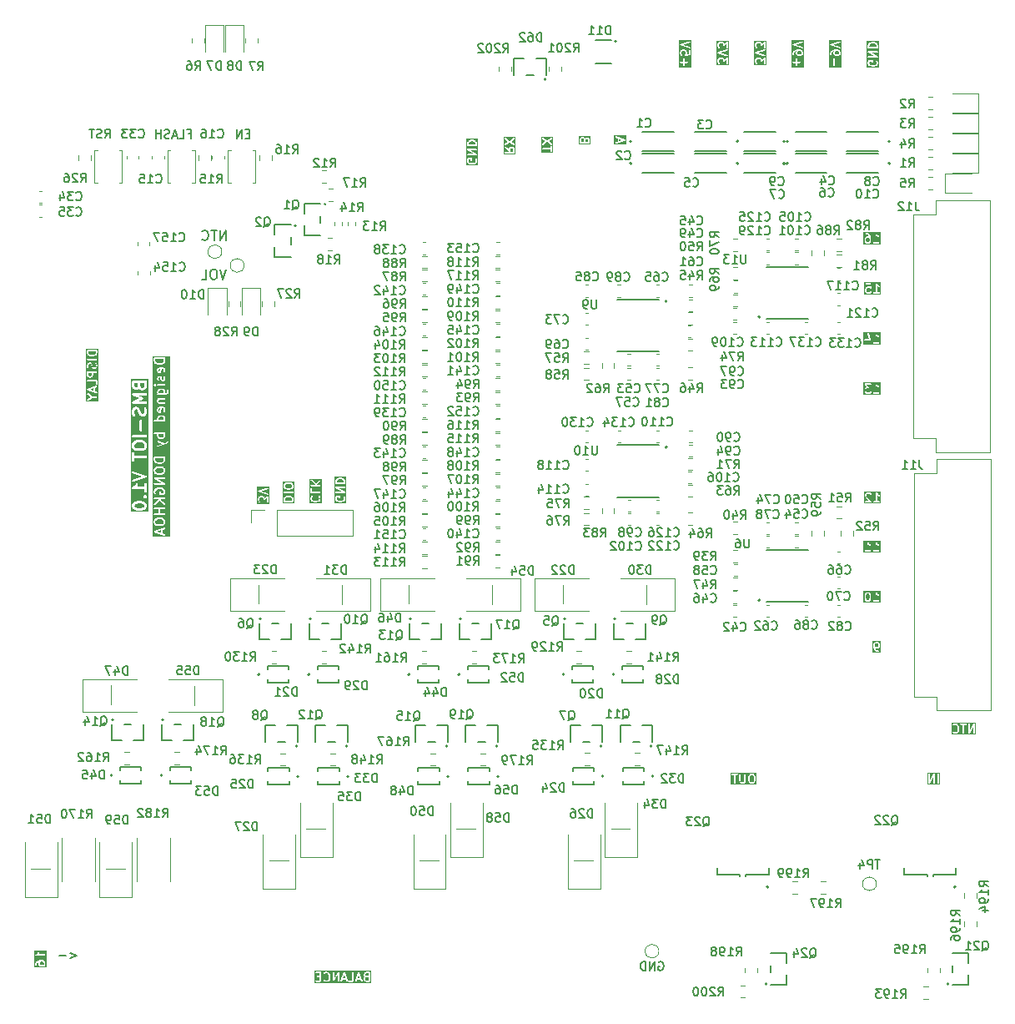
<source format=gbr>
%TF.GenerationSoftware,KiCad,Pcbnew,8.0.4*%
%TF.CreationDate,2024-10-07T12:30:42+07:00*%
%TF.ProjectId,System_Control,53797374-656d-45f4-936f-6e74726f6c2e,rev?*%
%TF.SameCoordinates,Original*%
%TF.FileFunction,Legend,Bot*%
%TF.FilePolarity,Positive*%
%FSLAX46Y46*%
G04 Gerber Fmt 4.6, Leading zero omitted, Abs format (unit mm)*
G04 Created by KiCad (PCBNEW 8.0.4) date 2024-10-07 12:30:42*
%MOMM*%
%LPD*%
G01*
G04 APERTURE LIST*
%ADD10C,0.152400*%
%ADD11C,0.254000*%
%ADD12C,0.150000*%
%ADD13C,0.120000*%
%ADD14C,0.200000*%
%ADD15C,0.127000*%
%ADD16C,0.100000*%
G04 APERTURE END LIST*
D10*
G36*
X203256337Y-102343990D02*
G01*
X203281183Y-102368836D01*
X203309942Y-102426353D01*
X203309942Y-102670832D01*
X202996676Y-102670832D01*
X202996676Y-102426353D01*
X203025434Y-102368836D01*
X203050279Y-102343990D01*
X203107798Y-102315232D01*
X203198820Y-102315232D01*
X203256337Y-102343990D01*
G37*
G36*
X203561120Y-102922010D02*
G01*
X202322164Y-102922010D01*
X202322164Y-102237380D01*
X202420960Y-102237380D01*
X202426127Y-102266660D01*
X202442105Y-102291733D01*
X202453444Y-102301458D01*
X202844276Y-102575039D01*
X202844276Y-102670832D01*
X202497142Y-102670832D01*
X202482276Y-102672296D01*
X202454808Y-102683674D01*
X202433784Y-102704698D01*
X202422406Y-102732166D01*
X202422406Y-102761898D01*
X202433784Y-102789366D01*
X202454808Y-102810390D01*
X202482276Y-102821768D01*
X202497142Y-102823232D01*
X203386142Y-102823232D01*
X203401008Y-102821768D01*
X203428476Y-102810390D01*
X203449500Y-102789366D01*
X203460878Y-102761898D01*
X203462342Y-102747032D01*
X203462342Y-102408365D01*
X203460878Y-102393499D01*
X203459830Y-102390969D01*
X203459636Y-102388238D01*
X203454297Y-102374287D01*
X203411964Y-102289621D01*
X203407937Y-102283223D01*
X203407168Y-102281366D01*
X203405452Y-102279275D01*
X203404007Y-102276979D01*
X203402483Y-102275657D01*
X203397691Y-102269818D01*
X203355358Y-102227484D01*
X203349513Y-102222687D01*
X203348195Y-102221167D01*
X203345904Y-102219724D01*
X203343811Y-102218007D01*
X203341951Y-102217236D01*
X203335553Y-102213209D01*
X203250886Y-102170876D01*
X203236935Y-102165538D01*
X203234205Y-102165344D01*
X203231675Y-102164296D01*
X203216809Y-102162832D01*
X203089809Y-102162832D01*
X203074943Y-102164296D01*
X203072412Y-102165344D01*
X203069683Y-102165538D01*
X203055731Y-102170877D01*
X202971065Y-102213209D01*
X202964666Y-102217236D01*
X202962807Y-102218007D01*
X202960713Y-102219724D01*
X202958423Y-102221167D01*
X202957104Y-102222687D01*
X202951260Y-102227484D01*
X202908927Y-102269818D01*
X202904130Y-102275662D01*
X202902611Y-102276980D01*
X202901169Y-102279269D01*
X202899450Y-102281365D01*
X202898679Y-102283225D01*
X202894653Y-102289622D01*
X202852321Y-102374287D01*
X202846982Y-102388239D01*
X202846801Y-102390779D01*
X202540840Y-102176606D01*
X202527821Y-102169281D01*
X202498794Y-102162850D01*
X202469514Y-102168017D01*
X202444441Y-102183995D01*
X202427391Y-102208353D01*
X202420960Y-102237380D01*
X202322164Y-102237380D01*
X202322164Y-101350111D01*
X202420942Y-101350111D01*
X202426773Y-101379266D01*
X202443317Y-101403970D01*
X202454874Y-101413434D01*
X202804271Y-101646365D01*
X202454874Y-101879297D01*
X202443317Y-101888761D01*
X202426773Y-101913465D01*
X202420942Y-101942620D01*
X202426712Y-101971786D01*
X202443204Y-101996524D01*
X202467908Y-102013068D01*
X202497063Y-102018899D01*
X202526229Y-102013129D01*
X202539410Y-102006101D01*
X202941642Y-101737946D01*
X203343874Y-102006101D01*
X203357055Y-102013129D01*
X203386221Y-102018899D01*
X203415376Y-102013068D01*
X203440080Y-101996524D01*
X203456572Y-101971786D01*
X203462342Y-101942620D01*
X203456511Y-101913465D01*
X203439967Y-101888761D01*
X203428410Y-101879297D01*
X203079012Y-101646365D01*
X203428410Y-101413434D01*
X203439967Y-101403970D01*
X203456511Y-101379266D01*
X203462342Y-101350111D01*
X203456572Y-101320945D01*
X203440080Y-101296207D01*
X203415376Y-101279663D01*
X203386221Y-101273832D01*
X203357055Y-101279602D01*
X203343874Y-101286630D01*
X202941642Y-101554784D01*
X202539410Y-101286630D01*
X202526229Y-101279602D01*
X202497063Y-101273832D01*
X202467908Y-101279663D01*
X202443204Y-101296207D01*
X202426712Y-101320945D01*
X202420942Y-101350111D01*
X202322164Y-101350111D01*
X202322164Y-101175054D01*
X203561120Y-101175054D01*
X203561120Y-102922010D01*
G37*
G36*
X240338394Y-152568702D02*
G01*
X240363240Y-152593548D01*
X240391999Y-152651065D01*
X240391999Y-152826755D01*
X240363240Y-152884273D01*
X240338393Y-152909119D01*
X240280877Y-152937877D01*
X240147522Y-152937877D01*
X240090003Y-152909118D01*
X240065157Y-152884271D01*
X240036399Y-152826755D01*
X240036399Y-152651065D01*
X240065157Y-152593548D01*
X240090003Y-152568702D01*
X240147522Y-152539944D01*
X240280877Y-152539944D01*
X240338394Y-152568702D01*
G37*
G36*
X240643177Y-153527722D02*
G01*
X239785221Y-153527722D01*
X239785221Y-152633077D01*
X239883999Y-152633077D01*
X239883999Y-152971744D01*
X239884254Y-152974336D01*
X239884089Y-152975448D01*
X239884911Y-152981012D01*
X239885463Y-152986610D01*
X239885892Y-152987647D01*
X239886274Y-152990226D01*
X239928608Y-153159559D01*
X239931738Y-153168319D01*
X239932103Y-153170164D01*
X239932994Y-153171835D01*
X239933634Y-153173626D01*
X239934756Y-153175141D01*
X239939131Y-153183345D01*
X240023797Y-153310345D01*
X240023830Y-153310386D01*
X240023841Y-153310411D01*
X240028756Y-153316400D01*
X240033261Y-153321902D01*
X240033281Y-153321915D01*
X240033317Y-153321959D01*
X240075651Y-153364292D01*
X240081492Y-153369086D01*
X240082813Y-153370609D01*
X240085107Y-153372052D01*
X240087198Y-153373769D01*
X240089056Y-153374538D01*
X240095455Y-153378566D01*
X240180121Y-153420899D01*
X240194072Y-153426238D01*
X240196803Y-153426432D01*
X240199333Y-153427480D01*
X240214199Y-153428944D01*
X240383533Y-153428944D01*
X240398399Y-153427480D01*
X240425867Y-153416102D01*
X240446891Y-153395078D01*
X240458269Y-153367610D01*
X240458269Y-153337878D01*
X240446891Y-153310410D01*
X240425867Y-153289386D01*
X240398399Y-153278008D01*
X240383533Y-153276544D01*
X240232188Y-153276544D01*
X240174671Y-153247786D01*
X240146416Y-153219530D01*
X240073256Y-153109791D01*
X240062211Y-153065610D01*
X240095455Y-153082232D01*
X240109407Y-153087571D01*
X240112136Y-153087764D01*
X240114667Y-153088813D01*
X240129533Y-153090277D01*
X240298866Y-153090277D01*
X240313732Y-153088813D01*
X240316262Y-153087764D01*
X240318992Y-153087571D01*
X240332943Y-153082233D01*
X240417610Y-153039900D01*
X240424010Y-153035871D01*
X240425867Y-153035102D01*
X240427958Y-153033385D01*
X240430252Y-153031942D01*
X240431570Y-153030422D01*
X240437415Y-153025626D01*
X240479748Y-152983292D01*
X240484542Y-152977449D01*
X240486064Y-152976130D01*
X240487508Y-152973835D01*
X240489224Y-152971745D01*
X240489993Y-152969888D01*
X240494022Y-152963488D01*
X240536354Y-152878822D01*
X240541693Y-152864870D01*
X240541886Y-152862140D01*
X240542935Y-152859610D01*
X240544399Y-152844744D01*
X240544399Y-152633077D01*
X240542935Y-152618211D01*
X240541887Y-152615681D01*
X240541693Y-152612950D01*
X240536354Y-152598999D01*
X240494021Y-152514333D01*
X240489994Y-152507935D01*
X240489225Y-152506078D01*
X240487509Y-152503987D01*
X240486064Y-152501691D01*
X240484540Y-152500369D01*
X240479748Y-152494530D01*
X240437415Y-152452196D01*
X240431570Y-152447399D01*
X240430252Y-152445879D01*
X240427961Y-152444436D01*
X240425868Y-152442719D01*
X240424008Y-152441948D01*
X240417610Y-152437921D01*
X240332943Y-152395588D01*
X240318992Y-152390250D01*
X240316262Y-152390056D01*
X240313732Y-152389008D01*
X240298866Y-152387544D01*
X240129533Y-152387544D01*
X240114667Y-152389008D01*
X240112136Y-152390056D01*
X240109407Y-152390250D01*
X240095455Y-152395589D01*
X240010789Y-152437921D01*
X240004390Y-152441948D01*
X240002531Y-152442719D01*
X240000437Y-152444436D01*
X239998147Y-152445879D01*
X239996828Y-152447399D01*
X239990984Y-152452196D01*
X239948651Y-152494530D01*
X239943854Y-152500373D01*
X239942336Y-152501691D01*
X239940895Y-152503979D01*
X239939174Y-152506077D01*
X239938402Y-152507939D01*
X239934378Y-152514333D01*
X239892044Y-152598999D01*
X239886705Y-152612950D01*
X239886510Y-152615681D01*
X239885463Y-152618211D01*
X239883999Y-152633077D01*
X239785221Y-152633077D01*
X239785221Y-152288766D01*
X240643177Y-152288766D01*
X240643177Y-153527722D01*
G37*
G36*
X185965258Y-135919966D02*
G01*
X186031381Y-135953028D01*
X186094585Y-136016231D01*
X186127320Y-136114436D01*
X186127320Y-136237537D01*
X185390720Y-136237537D01*
X185390720Y-136114437D01*
X185423455Y-136016232D01*
X185486658Y-135953028D01*
X185552782Y-135919966D01*
X185704901Y-135881937D01*
X185813139Y-135881937D01*
X185965258Y-135919966D01*
G37*
G36*
X186378498Y-138351381D02*
G01*
X185139542Y-138351381D01*
X185139542Y-137795403D01*
X185238320Y-137795403D01*
X185238320Y-137880070D01*
X185239060Y-137887592D01*
X185238918Y-137889601D01*
X185239518Y-137892243D01*
X185239784Y-137894936D01*
X185240553Y-137896793D01*
X185242230Y-137904167D01*
X185284564Y-138031167D01*
X185290654Y-138044807D01*
X185292449Y-138046876D01*
X185293496Y-138049404D01*
X185302972Y-138060951D01*
X185387638Y-138145619D01*
X185393484Y-138150416D01*
X185394801Y-138151935D01*
X185397090Y-138153376D01*
X185399185Y-138155095D01*
X185401044Y-138155865D01*
X185407443Y-138159893D01*
X185492109Y-138202225D01*
X185493196Y-138202641D01*
X185493639Y-138202969D01*
X185499884Y-138205200D01*
X185506061Y-138207564D01*
X185506608Y-138207602D01*
X185507706Y-138207995D01*
X185677038Y-138250328D01*
X185679616Y-138250709D01*
X185680654Y-138251139D01*
X185686251Y-138251690D01*
X185691816Y-138252513D01*
X185692927Y-138252347D01*
X185695520Y-138252603D01*
X185822520Y-138252603D01*
X185825112Y-138252347D01*
X185826224Y-138252513D01*
X185831787Y-138251690D01*
X185837386Y-138251139D01*
X185838423Y-138250709D01*
X185841001Y-138250328D01*
X186010335Y-138207995D01*
X186011432Y-138207602D01*
X186011980Y-138207564D01*
X186018156Y-138205200D01*
X186024402Y-138202969D01*
X186024844Y-138202641D01*
X186025932Y-138202225D01*
X186110597Y-138159893D01*
X186116997Y-138155864D01*
X186118854Y-138155095D01*
X186120945Y-138153378D01*
X186123239Y-138151935D01*
X186124557Y-138150415D01*
X186130402Y-138145619D01*
X186215068Y-138060952D01*
X186224545Y-138049405D01*
X186225592Y-138046876D01*
X186227387Y-138044807D01*
X186233477Y-138031166D01*
X186275810Y-137904166D01*
X186277486Y-137896794D01*
X186278256Y-137894936D01*
X186278521Y-137892241D01*
X186279122Y-137889600D01*
X186278979Y-137887591D01*
X186279720Y-137880070D01*
X186279720Y-137753070D01*
X186278256Y-137738204D01*
X186277207Y-137735673D01*
X186277014Y-137732944D01*
X186271675Y-137718992D01*
X186229343Y-137634326D01*
X186221385Y-137621684D01*
X186198924Y-137602204D01*
X186170717Y-137592802D01*
X186141061Y-137594909D01*
X186114468Y-137608205D01*
X186094988Y-137630666D01*
X186085586Y-137658873D01*
X186087693Y-137688529D01*
X186093031Y-137702480D01*
X186127320Y-137771058D01*
X186127320Y-137867703D01*
X186094585Y-137965908D01*
X186031380Y-138029112D01*
X185965259Y-138062173D01*
X185813139Y-138100203D01*
X185704901Y-138100203D01*
X185552783Y-138062173D01*
X185486657Y-138029110D01*
X185423455Y-137965909D01*
X185390720Y-137867702D01*
X185390720Y-137807770D01*
X185423455Y-137709565D01*
X185430751Y-137702270D01*
X185619320Y-137702270D01*
X185619320Y-137795403D01*
X185620784Y-137810269D01*
X185632162Y-137837737D01*
X185653186Y-137858761D01*
X185680654Y-137870139D01*
X185710386Y-137870139D01*
X185737854Y-137858761D01*
X185758878Y-137837737D01*
X185770256Y-137810269D01*
X185771720Y-137795403D01*
X185771720Y-137626070D01*
X185770256Y-137611204D01*
X185758878Y-137583736D01*
X185737854Y-137562712D01*
X185710386Y-137551334D01*
X185695520Y-137549870D01*
X185399187Y-137549870D01*
X185384321Y-137551334D01*
X185356853Y-137562712D01*
X185345306Y-137572188D01*
X185302972Y-137614521D01*
X185293496Y-137626069D01*
X185292449Y-137628596D01*
X185290654Y-137630666D01*
X185284564Y-137644306D01*
X185242230Y-137771306D01*
X185240553Y-137778679D01*
X185239784Y-137780537D01*
X185239518Y-137783229D01*
X185238918Y-137785872D01*
X185239060Y-137787880D01*
X185238320Y-137795403D01*
X185139542Y-137795403D01*
X185139542Y-136742392D01*
X185238506Y-136742392D01*
X185239784Y-136747078D01*
X185239784Y-136751936D01*
X185243662Y-136761298D01*
X185246329Y-136771077D01*
X185249303Y-136774918D01*
X185251162Y-136779404D01*
X185258325Y-136786567D01*
X185264533Y-136794583D01*
X185270764Y-136799006D01*
X185272186Y-136800428D01*
X185273580Y-136801005D01*
X185276714Y-136803230D01*
X185916584Y-137168870D01*
X185314520Y-137168870D01*
X185299654Y-137170334D01*
X185272186Y-137181712D01*
X185251162Y-137202736D01*
X185239784Y-137230204D01*
X185239784Y-137259936D01*
X185251162Y-137287404D01*
X185272186Y-137308428D01*
X185299654Y-137319806D01*
X185314520Y-137321270D01*
X186203520Y-137321270D01*
X186207343Y-137320893D01*
X186208842Y-137321084D01*
X186210782Y-137320554D01*
X186218386Y-137319806D01*
X186227748Y-137315927D01*
X186237527Y-137313261D01*
X186241368Y-137310285D01*
X186245854Y-137308428D01*
X186253015Y-137301266D01*
X186261034Y-137295057D01*
X186263445Y-137290836D01*
X186266878Y-137287404D01*
X186270754Y-137278045D01*
X186275785Y-137269242D01*
X186276397Y-137264422D01*
X186278256Y-137259936D01*
X186278256Y-137249802D01*
X186279534Y-137239748D01*
X186278256Y-137235062D01*
X186278256Y-137230204D01*
X186274377Y-137220840D01*
X186271711Y-137211064D01*
X186268736Y-137207223D01*
X186266878Y-137202736D01*
X186259713Y-137195571D01*
X186253507Y-137187557D01*
X186247275Y-137183133D01*
X186245854Y-137181712D01*
X186244459Y-137181134D01*
X186241326Y-137178910D01*
X185601456Y-136813270D01*
X186203520Y-136813270D01*
X186218386Y-136811806D01*
X186245854Y-136800428D01*
X186266878Y-136779404D01*
X186278256Y-136751936D01*
X186278256Y-136722204D01*
X186266878Y-136694736D01*
X186245854Y-136673712D01*
X186218386Y-136662334D01*
X186203520Y-136660870D01*
X185314520Y-136660870D01*
X185310696Y-136661246D01*
X185309198Y-136661056D01*
X185307257Y-136661585D01*
X185299654Y-136662334D01*
X185290291Y-136666212D01*
X185280513Y-136668879D01*
X185276671Y-136671853D01*
X185272186Y-136673712D01*
X185265022Y-136680875D01*
X185257007Y-136687083D01*
X185254596Y-136691301D01*
X185251162Y-136694736D01*
X185247284Y-136704096D01*
X185242255Y-136712898D01*
X185241642Y-136717717D01*
X185239784Y-136722204D01*
X185239784Y-136732337D01*
X185238506Y-136742392D01*
X185139542Y-136742392D01*
X185139542Y-136102070D01*
X185238320Y-136102070D01*
X185238320Y-136313737D01*
X185239784Y-136328603D01*
X185251162Y-136356071D01*
X185272186Y-136377095D01*
X185299654Y-136388473D01*
X185314520Y-136389937D01*
X186203520Y-136389937D01*
X186218386Y-136388473D01*
X186245854Y-136377095D01*
X186266878Y-136356071D01*
X186278256Y-136328603D01*
X186279720Y-136313737D01*
X186279720Y-136102070D01*
X186278979Y-136094548D01*
X186279122Y-136092540D01*
X186278521Y-136089898D01*
X186278256Y-136087204D01*
X186277486Y-136085345D01*
X186275810Y-136077974D01*
X186233477Y-135950974D01*
X186227387Y-135937333D01*
X186225592Y-135935264D01*
X186224545Y-135932735D01*
X186215069Y-135921188D01*
X186130401Y-135836522D01*
X186124558Y-135831727D01*
X186123240Y-135830207D01*
X186120946Y-135828763D01*
X186118854Y-135827046D01*
X186116995Y-135826276D01*
X186110598Y-135822249D01*
X186025932Y-135779915D01*
X186024844Y-135779498D01*
X186024402Y-135779171D01*
X186018164Y-135776942D01*
X186011981Y-135774576D01*
X186011432Y-135774536D01*
X186010335Y-135774145D01*
X185841001Y-135731812D01*
X185838423Y-135731430D01*
X185837386Y-135731001D01*
X185831787Y-135730449D01*
X185826224Y-135729627D01*
X185825112Y-135729792D01*
X185822520Y-135729537D01*
X185695520Y-135729537D01*
X185692927Y-135729792D01*
X185691816Y-135729627D01*
X185686251Y-135730449D01*
X185680654Y-135731001D01*
X185679616Y-135731430D01*
X185677038Y-135731812D01*
X185507706Y-135774145D01*
X185506608Y-135774536D01*
X185506060Y-135774576D01*
X185499876Y-135776942D01*
X185493639Y-135779171D01*
X185493196Y-135779498D01*
X185492109Y-135779915D01*
X185407442Y-135822249D01*
X185401044Y-135826276D01*
X185399186Y-135827046D01*
X185397093Y-135828763D01*
X185394800Y-135830207D01*
X185393481Y-135831727D01*
X185387639Y-135836522D01*
X185302972Y-135921188D01*
X185293496Y-135932736D01*
X185292449Y-135935263D01*
X185290654Y-135937333D01*
X185284564Y-135950973D01*
X185242230Y-136077973D01*
X185240553Y-136085346D01*
X185239784Y-136087204D01*
X185239518Y-136089896D01*
X185238918Y-136092539D01*
X185239060Y-136094547D01*
X185238320Y-136102070D01*
X185139542Y-136102070D01*
X185139542Y-135630759D01*
X186378498Y-135630759D01*
X186378498Y-138351381D01*
G37*
D11*
G36*
X165718334Y-138408778D02*
G01*
X165808385Y-138453804D01*
X165839718Y-138485137D01*
X165877568Y-138560837D01*
X165877568Y-138621830D01*
X165839718Y-138697530D01*
X165808385Y-138728862D01*
X165718337Y-138773886D01*
X165505124Y-138827191D01*
X165234011Y-138827191D01*
X165020798Y-138773887D01*
X164930752Y-138728864D01*
X164899418Y-138697530D01*
X164861568Y-138621829D01*
X164861568Y-138560837D01*
X164899418Y-138485136D01*
X164930751Y-138453803D01*
X165020800Y-138408778D01*
X165234011Y-138355476D01*
X165505124Y-138355476D01*
X165718334Y-138408778D01*
G37*
G36*
X165758209Y-132235057D02*
G01*
X165839717Y-132316564D01*
X165877568Y-132392266D01*
X165877568Y-132574211D01*
X165839717Y-132649912D01*
X165758209Y-132731419D01*
X165565600Y-132779572D01*
X165173535Y-132779572D01*
X164980924Y-132731419D01*
X164899419Y-132649914D01*
X164861568Y-132574210D01*
X164861568Y-132392266D01*
X164899419Y-132316562D01*
X164980924Y-132235057D01*
X165173535Y-132186905D01*
X165565600Y-132186905D01*
X165758209Y-132235057D01*
G37*
G36*
X165877568Y-126466115D02*
G01*
X165839717Y-126541816D01*
X165808384Y-126573148D01*
X165732683Y-126611000D01*
X165611214Y-126611000D01*
X165535514Y-126573150D01*
X165510808Y-126548444D01*
X165466330Y-126415009D01*
X165466330Y-126139285D01*
X165877568Y-126139285D01*
X165877568Y-126466115D01*
G37*
G36*
X165212330Y-126405637D02*
G01*
X165174478Y-126481339D01*
X165143145Y-126512672D01*
X165067444Y-126550524D01*
X165006453Y-126550524D01*
X164930751Y-126512672D01*
X164899418Y-126481339D01*
X164861568Y-126405638D01*
X164861568Y-126139285D01*
X165212330Y-126139285D01*
X165212330Y-126405637D01*
G37*
G36*
X166272679Y-139222302D02*
G01*
X164466457Y-139222302D01*
X164466457Y-138530857D01*
X164607568Y-138530857D01*
X164607568Y-138651810D01*
X164610008Y-138676586D01*
X164611754Y-138680802D01*
X164612078Y-138685355D01*
X164620976Y-138708606D01*
X164681452Y-138829558D01*
X164688165Y-138840222D01*
X164689448Y-138843320D01*
X164692309Y-138846806D01*
X164694714Y-138850627D01*
X164697247Y-138852824D01*
X164705241Y-138862565D01*
X164765717Y-138923041D01*
X164775459Y-138931036D01*
X164777655Y-138933568D01*
X164781470Y-138935969D01*
X164784962Y-138938835D01*
X164788063Y-138940119D01*
X164798724Y-138946830D01*
X164919675Y-139007306D01*
X164921487Y-139007999D01*
X164922225Y-139008546D01*
X164932619Y-139012259D01*
X164942927Y-139016204D01*
X164943842Y-139016269D01*
X164945670Y-139016922D01*
X165187574Y-139077399D01*
X165191871Y-139078034D01*
X165193601Y-139078751D01*
X165202927Y-139079669D01*
X165212202Y-139081041D01*
X165214054Y-139080765D01*
X165218377Y-139081191D01*
X165520758Y-139081191D01*
X165525079Y-139080765D01*
X165526932Y-139081041D01*
X165536204Y-139079669D01*
X165545534Y-139078751D01*
X165547264Y-139078034D01*
X165551560Y-139077399D01*
X165793465Y-139016922D01*
X165795292Y-139016269D01*
X165796208Y-139016204D01*
X165806508Y-139012261D01*
X165816910Y-139008546D01*
X165817648Y-139007998D01*
X165819459Y-139007306D01*
X165940411Y-138946830D01*
X165951073Y-138940118D01*
X165954172Y-138938835D01*
X165957659Y-138935972D01*
X165961480Y-138933568D01*
X165963678Y-138931033D01*
X165973417Y-138923041D01*
X166033894Y-138862565D01*
X166041888Y-138852824D01*
X166044422Y-138850627D01*
X166046825Y-138846809D01*
X166049688Y-138843321D01*
X166050972Y-138840220D01*
X166057684Y-138829558D01*
X166118160Y-138708607D01*
X166127058Y-138685355D01*
X166127381Y-138680802D01*
X166129128Y-138676586D01*
X166131568Y-138651810D01*
X166131568Y-138530857D01*
X166129128Y-138506081D01*
X166127381Y-138501864D01*
X166127058Y-138497312D01*
X166118160Y-138474060D01*
X166057684Y-138353109D01*
X166050972Y-138342446D01*
X166049688Y-138339346D01*
X166046825Y-138335857D01*
X166044422Y-138332040D01*
X166041888Y-138329842D01*
X166033894Y-138320102D01*
X165973417Y-138259626D01*
X165963678Y-138251633D01*
X165961481Y-138249100D01*
X165957660Y-138246695D01*
X165954172Y-138243832D01*
X165951074Y-138242548D01*
X165940412Y-138235837D01*
X165819460Y-138175360D01*
X165817645Y-138174665D01*
X165816909Y-138174120D01*
X165806523Y-138170409D01*
X165796208Y-138166462D01*
X165795292Y-138166396D01*
X165793465Y-138165744D01*
X165551560Y-138105268D01*
X165547264Y-138104632D01*
X165545534Y-138103916D01*
X165536204Y-138102997D01*
X165526932Y-138101626D01*
X165525079Y-138101901D01*
X165520758Y-138101476D01*
X165218377Y-138101476D01*
X165214055Y-138101901D01*
X165212203Y-138101626D01*
X165202930Y-138102997D01*
X165193601Y-138103916D01*
X165191870Y-138104632D01*
X165187575Y-138105268D01*
X164945670Y-138165744D01*
X164943842Y-138166396D01*
X164942927Y-138166462D01*
X164932611Y-138170409D01*
X164922226Y-138174120D01*
X164921489Y-138174665D01*
X164919675Y-138175360D01*
X164798723Y-138235837D01*
X164788062Y-138242547D01*
X164784962Y-138243832D01*
X164781470Y-138246697D01*
X164777654Y-138249100D01*
X164775458Y-138251631D01*
X164765717Y-138259626D01*
X164705241Y-138320102D01*
X164697247Y-138329842D01*
X164694714Y-138332040D01*
X164692309Y-138335860D01*
X164689448Y-138339347D01*
X164688165Y-138342444D01*
X164681452Y-138353109D01*
X164620976Y-138474061D01*
X164612078Y-138497312D01*
X164611754Y-138501864D01*
X164610008Y-138506081D01*
X164607568Y-138530857D01*
X164466457Y-138530857D01*
X164466457Y-137659414D01*
X165759055Y-137659414D01*
X165759055Y-137694272D01*
X165759055Y-137708966D01*
X165778018Y-137754747D01*
X165778019Y-137754748D01*
X165793812Y-137773993D01*
X165854289Y-137834469D01*
X165873533Y-137850262D01*
X165873535Y-137850264D01*
X165919316Y-137869227D01*
X165968870Y-137869226D01*
X166014651Y-137850263D01*
X166033895Y-137834469D01*
X166094372Y-137773992D01*
X166110160Y-137754752D01*
X166110165Y-137754748D01*
X166129128Y-137708967D01*
X166129128Y-137659413D01*
X166124604Y-137648492D01*
X166110165Y-137613633D01*
X166110165Y-137613632D01*
X166094371Y-137594387D01*
X166033895Y-137533911D01*
X166014655Y-137518122D01*
X166014651Y-137518118D01*
X165968870Y-137499154D01*
X165968869Y-137499154D01*
X165919315Y-137499154D01*
X165900352Y-137507009D01*
X165873535Y-137518117D01*
X165854290Y-137533910D01*
X165793813Y-137594387D01*
X165778019Y-137613631D01*
X165778018Y-137613632D01*
X165778018Y-137613633D01*
X165766910Y-137640450D01*
X165759056Y-137659412D01*
X165759055Y-137659414D01*
X164466457Y-137659414D01*
X164466457Y-136776915D01*
X164607568Y-136776915D01*
X164610008Y-136789248D01*
X164610008Y-136801823D01*
X164614770Y-136813320D01*
X164617185Y-136825526D01*
X164624159Y-136835987D01*
X164628971Y-136847604D01*
X164637769Y-136856402D01*
X164644671Y-136866755D01*
X164655119Y-136873752D01*
X164664011Y-136882644D01*
X164675505Y-136887405D01*
X164685844Y-136894329D01*
X164698174Y-136896795D01*
X164709792Y-136901607D01*
X164734307Y-136904021D01*
X164734436Y-136904047D01*
X164734479Y-136904038D01*
X164734568Y-136904047D01*
X165877568Y-136904047D01*
X165877568Y-137139905D01*
X165880008Y-137164681D01*
X165898971Y-137210462D01*
X165934011Y-137245502D01*
X165979792Y-137264465D01*
X166029344Y-137264465D01*
X166075125Y-137245502D01*
X166110165Y-137210462D01*
X166129128Y-137164681D01*
X166131568Y-137139905D01*
X166131568Y-136414190D01*
X166129128Y-136389414D01*
X166110165Y-136343633D01*
X166075125Y-136308593D01*
X166029344Y-136289630D01*
X165979792Y-136289630D01*
X165934011Y-136308593D01*
X165898971Y-136343633D01*
X165880008Y-136389414D01*
X165877568Y-136414190D01*
X165877568Y-136650047D01*
X165101650Y-136650047D01*
X165126751Y-136624946D01*
X165134743Y-136615206D01*
X165137279Y-136613008D01*
X165139684Y-136609186D01*
X165142545Y-136605701D01*
X165143827Y-136602603D01*
X165150541Y-136591939D01*
X165211017Y-136470986D01*
X165219915Y-136447734D01*
X165223428Y-136398306D01*
X165207757Y-136351295D01*
X165175290Y-136313860D01*
X165130969Y-136291700D01*
X165081541Y-136288187D01*
X165034530Y-136303858D01*
X164997095Y-136336325D01*
X164983832Y-136357395D01*
X164932573Y-136459913D01*
X164835085Y-136557400D01*
X164664121Y-136671377D01*
X164664053Y-136671432D01*
X164664011Y-136671450D01*
X164663916Y-136671544D01*
X164644860Y-136687150D01*
X164637862Y-136697598D01*
X164628971Y-136706490D01*
X164624209Y-136717984D01*
X164617286Y-136728323D01*
X164614819Y-136740653D01*
X164610008Y-136752271D01*
X164610008Y-136764714D01*
X164607568Y-136776915D01*
X164466457Y-136776915D01*
X164466457Y-135188782D01*
X164608565Y-135188782D01*
X164612078Y-135238211D01*
X164634239Y-135282533D01*
X164671674Y-135315000D01*
X164694407Y-135325150D01*
X165602958Y-135628000D01*
X164694407Y-135930851D01*
X164671674Y-135941001D01*
X164634239Y-135973468D01*
X164612078Y-136017791D01*
X164608565Y-136067219D01*
X164624235Y-136114228D01*
X164656702Y-136151663D01*
X164701025Y-136173824D01*
X164750453Y-136177337D01*
X164774729Y-136171817D01*
X166044729Y-135748483D01*
X166067462Y-135738333D01*
X166074317Y-135732386D01*
X166082434Y-135728329D01*
X166092867Y-135716299D01*
X166104897Y-135705866D01*
X166108954Y-135697749D01*
X166114901Y-135690894D01*
X166119937Y-135675785D01*
X166127058Y-135661543D01*
X166127701Y-135652491D01*
X166130570Y-135643885D01*
X166129441Y-135628004D01*
X166130571Y-135612115D01*
X166127700Y-135603505D01*
X166127058Y-135594456D01*
X166119937Y-135580214D01*
X166114901Y-135565106D01*
X166108955Y-135558250D01*
X166104897Y-135550134D01*
X166092868Y-135539701D01*
X166082434Y-135527671D01*
X166074315Y-135523611D01*
X166067461Y-135517667D01*
X166044728Y-135507517D01*
X164774729Y-135084184D01*
X164750453Y-135078664D01*
X164701024Y-135082177D01*
X164656702Y-135104338D01*
X164624235Y-135141773D01*
X164608565Y-135188782D01*
X164466457Y-135188782D01*
X164466457Y-133269429D01*
X164607568Y-133269429D01*
X164607568Y-133995143D01*
X164610008Y-134019919D01*
X164628971Y-134065700D01*
X164664011Y-134100740D01*
X164709792Y-134119703D01*
X164759344Y-134119703D01*
X164805125Y-134100740D01*
X164840165Y-134065700D01*
X164859128Y-134019919D01*
X164861568Y-133995143D01*
X164861568Y-133759286D01*
X166004568Y-133759286D01*
X166029344Y-133756846D01*
X166075125Y-133737883D01*
X166110165Y-133702843D01*
X166129128Y-133657062D01*
X166129128Y-133607510D01*
X166110165Y-133561729D01*
X166075125Y-133526689D01*
X166029344Y-133507726D01*
X166004568Y-133505286D01*
X164861568Y-133505286D01*
X164861568Y-133269429D01*
X164859128Y-133244653D01*
X164840165Y-133198872D01*
X164805125Y-133163832D01*
X164759344Y-133144869D01*
X164709792Y-133144869D01*
X164664011Y-133163832D01*
X164628971Y-133198872D01*
X164610008Y-133244653D01*
X164607568Y-133269429D01*
X164466457Y-133269429D01*
X164466457Y-132362286D01*
X164607568Y-132362286D01*
X164607568Y-132604191D01*
X164610008Y-132628967D01*
X164611754Y-132633183D01*
X164612078Y-132637736D01*
X164620976Y-132660987D01*
X164681452Y-132781939D01*
X164688162Y-132792599D01*
X164689447Y-132795701D01*
X164692311Y-132799191D01*
X164694714Y-132803008D01*
X164697247Y-132805204D01*
X164705241Y-132814945D01*
X164826193Y-132935898D01*
X164845438Y-132951692D01*
X164854161Y-132955305D01*
X164861750Y-132960928D01*
X164885194Y-132969304D01*
X165127099Y-133029780D01*
X165131394Y-133030415D01*
X165133125Y-133031132D01*
X165142454Y-133032050D01*
X165151727Y-133033422D01*
X165153579Y-133033146D01*
X165157901Y-133033572D01*
X165581234Y-133033572D01*
X165585555Y-133033146D01*
X165587408Y-133033422D01*
X165596680Y-133032050D01*
X165606010Y-133031132D01*
X165607740Y-133030415D01*
X165612036Y-133029780D01*
X165853941Y-132969304D01*
X165877385Y-132960928D01*
X165884973Y-132955305D01*
X165893697Y-132951692D01*
X165912942Y-132935899D01*
X166033894Y-132814946D01*
X166041886Y-132805206D01*
X166044422Y-132803008D01*
X166046827Y-132799186D01*
X166049688Y-132795701D01*
X166050970Y-132792604D01*
X166057684Y-132781939D01*
X166118160Y-132660988D01*
X166127058Y-132637736D01*
X166127381Y-132633183D01*
X166129128Y-132628967D01*
X166131568Y-132604191D01*
X166131568Y-132362286D01*
X166129128Y-132337510D01*
X166127381Y-132333293D01*
X166127058Y-132328741D01*
X166118160Y-132305489D01*
X166057684Y-132184538D01*
X166050970Y-132173872D01*
X166049688Y-132170776D01*
X166046827Y-132167290D01*
X166044422Y-132163469D01*
X166041886Y-132161270D01*
X166033894Y-132151531D01*
X165912942Y-132030578D01*
X165893697Y-132014785D01*
X165884973Y-132011171D01*
X165877385Y-132005549D01*
X165853941Y-131997173D01*
X165612036Y-131936697D01*
X165607740Y-131936061D01*
X165606010Y-131935345D01*
X165596680Y-131934426D01*
X165587408Y-131933055D01*
X165585555Y-131933330D01*
X165581234Y-131932905D01*
X165157901Y-131932905D01*
X165153579Y-131933330D01*
X165151727Y-131933055D01*
X165142454Y-131934426D01*
X165133125Y-131935345D01*
X165131394Y-131936061D01*
X165127099Y-131936697D01*
X164885194Y-131997173D01*
X164861750Y-132005549D01*
X164854161Y-132011171D01*
X164845438Y-132014785D01*
X164826193Y-132030579D01*
X164705241Y-132151532D01*
X164697247Y-132161272D01*
X164694714Y-132163469D01*
X164692311Y-132167285D01*
X164689447Y-132170776D01*
X164688162Y-132173877D01*
X164681452Y-132184538D01*
X164620976Y-132305490D01*
X164612078Y-132328741D01*
X164611754Y-132333293D01*
X164610008Y-132337510D01*
X164607568Y-132362286D01*
X164466457Y-132362286D01*
X164466457Y-131490843D01*
X164610008Y-131490843D01*
X164610008Y-131540395D01*
X164628971Y-131586176D01*
X164664011Y-131621216D01*
X164709792Y-131640179D01*
X164734568Y-131642619D01*
X166004568Y-131642619D01*
X166029344Y-131640179D01*
X166075125Y-131621216D01*
X166110165Y-131586176D01*
X166129128Y-131540395D01*
X166129128Y-131490843D01*
X166110165Y-131445062D01*
X166075125Y-131410022D01*
X166029344Y-131391059D01*
X166004568Y-131388619D01*
X164734568Y-131388619D01*
X164709792Y-131391059D01*
X164664011Y-131410022D01*
X164628971Y-131445062D01*
X164610008Y-131490843D01*
X164466457Y-131490843D01*
X164466457Y-129943238D01*
X165393758Y-129943238D01*
X165393758Y-130910858D01*
X165396198Y-130935634D01*
X165415161Y-130981415D01*
X165450201Y-131016455D01*
X165495982Y-131035418D01*
X165545534Y-131035418D01*
X165591315Y-131016455D01*
X165626355Y-130981415D01*
X165645318Y-130935634D01*
X165647758Y-130910858D01*
X165647758Y-129943238D01*
X165645318Y-129918462D01*
X165626355Y-129872681D01*
X165591315Y-129837641D01*
X165545534Y-129818678D01*
X165495982Y-129818678D01*
X165450201Y-129837641D01*
X165415161Y-129872681D01*
X165396198Y-129918462D01*
X165393758Y-129943238D01*
X164466457Y-129943238D01*
X164466457Y-128915143D01*
X164607568Y-128915143D01*
X164607568Y-129217524D01*
X164608802Y-129230062D01*
X164608565Y-129233409D01*
X164609565Y-129237810D01*
X164610008Y-129242300D01*
X164611290Y-129245397D01*
X164614085Y-129257685D01*
X164674561Y-129439114D01*
X164684711Y-129461847D01*
X164717178Y-129499282D01*
X164761500Y-129521443D01*
X164810929Y-129524956D01*
X164857938Y-129509286D01*
X164895373Y-129476819D01*
X164917534Y-129432497D01*
X164921047Y-129383069D01*
X164915527Y-129358792D01*
X164861568Y-129196914D01*
X164861568Y-128945123D01*
X164899419Y-128869420D01*
X164930752Y-128838088D01*
X165006452Y-128800238D01*
X165067445Y-128800238D01*
X165143147Y-128838089D01*
X165174477Y-128869419D01*
X165219503Y-128959471D01*
X165276598Y-129187850D01*
X165277250Y-129189677D01*
X165277316Y-129190593D01*
X165281261Y-129200901D01*
X165284974Y-129211294D01*
X165285520Y-129212031D01*
X165286214Y-129213844D01*
X165346690Y-129334796D01*
X165353403Y-129345460D01*
X165354686Y-129348558D01*
X165357547Y-129352044D01*
X165359952Y-129355865D01*
X165362485Y-129358062D01*
X165370479Y-129367803D01*
X165430955Y-129428279D01*
X165440696Y-129436273D01*
X165442892Y-129438805D01*
X165446708Y-129441207D01*
X165450200Y-129444073D01*
X165453300Y-129445357D01*
X165463961Y-129452068D01*
X165584915Y-129512545D01*
X165608166Y-129521443D01*
X165612718Y-129521766D01*
X165616935Y-129523513D01*
X165641711Y-129525953D01*
X165762663Y-129525953D01*
X165787439Y-129523513D01*
X165791655Y-129521766D01*
X165796208Y-129521443D01*
X165819460Y-129512545D01*
X165940412Y-129452068D01*
X165951074Y-129445356D01*
X165954172Y-129444073D01*
X165957660Y-129441209D01*
X165961481Y-129438805D01*
X165963678Y-129436271D01*
X165973417Y-129428279D01*
X166033894Y-129367803D01*
X166041888Y-129358062D01*
X166044422Y-129355865D01*
X166046825Y-129352047D01*
X166049688Y-129348559D01*
X166050972Y-129345458D01*
X166057684Y-129334796D01*
X166118160Y-129213845D01*
X166127058Y-129190593D01*
X166127381Y-129186040D01*
X166129128Y-129181824D01*
X166131568Y-129157048D01*
X166131568Y-128854667D01*
X166130333Y-128842128D01*
X166130571Y-128838783D01*
X166129570Y-128834381D01*
X166129128Y-128829891D01*
X166127844Y-128826792D01*
X166125051Y-128814506D01*
X166064575Y-128633077D01*
X166054425Y-128610344D01*
X166021958Y-128572909D01*
X165977636Y-128550748D01*
X165928207Y-128547235D01*
X165881198Y-128562905D01*
X165843763Y-128595372D01*
X165821602Y-128639694D01*
X165818089Y-128689123D01*
X165823609Y-128713399D01*
X165877568Y-128875276D01*
X165877568Y-129127068D01*
X165839718Y-129202768D01*
X165808385Y-129234100D01*
X165732682Y-129271953D01*
X165671692Y-129271953D01*
X165595989Y-129234101D01*
X165564656Y-129202768D01*
X165519632Y-129112721D01*
X165462538Y-128884341D01*
X165461885Y-128882513D01*
X165461820Y-128881598D01*
X165457872Y-128871282D01*
X165454162Y-128860897D01*
X165453616Y-128860160D01*
X165452922Y-128858346D01*
X165392445Y-128737394D01*
X165385733Y-128726731D01*
X165384450Y-128723634D01*
X165381586Y-128720144D01*
X165379182Y-128716325D01*
X165376649Y-128714128D01*
X165368657Y-128704389D01*
X165308180Y-128643912D01*
X165298439Y-128635917D01*
X165296242Y-128633384D01*
X165292424Y-128630980D01*
X165288936Y-128628118D01*
X165285836Y-128626834D01*
X165275173Y-128620122D01*
X165154221Y-128559646D01*
X165130970Y-128550748D01*
X165126417Y-128550424D01*
X165122201Y-128548678D01*
X165097425Y-128546238D01*
X164976472Y-128546238D01*
X164951696Y-128548678D01*
X164947479Y-128550424D01*
X164942927Y-128550748D01*
X164919675Y-128559646D01*
X164798724Y-128620122D01*
X164788061Y-128626833D01*
X164784961Y-128628118D01*
X164781472Y-128630980D01*
X164777655Y-128633384D01*
X164775457Y-128635917D01*
X164765717Y-128643912D01*
X164705241Y-128704389D01*
X164697248Y-128714127D01*
X164694714Y-128716326D01*
X164692309Y-128720146D01*
X164689447Y-128723634D01*
X164688163Y-128726732D01*
X164681452Y-128737395D01*
X164620976Y-128858347D01*
X164612078Y-128881598D01*
X164611754Y-128886150D01*
X164610008Y-128890367D01*
X164607568Y-128915143D01*
X164466457Y-128915143D01*
X164466457Y-127301567D01*
X164609040Y-127301567D01*
X164610008Y-127304228D01*
X164610008Y-127307061D01*
X164618442Y-127327424D01*
X164625975Y-127348138D01*
X164627887Y-127350226D01*
X164628971Y-127352842D01*
X164644552Y-127368423D01*
X164659442Y-127384682D01*
X164662800Y-127386671D01*
X164664011Y-127387882D01*
X164666780Y-127389029D01*
X164680861Y-127397370D01*
X165341393Y-127705619D01*
X164680862Y-128013867D01*
X164666781Y-128022207D01*
X164664011Y-128023355D01*
X164662800Y-128024565D01*
X164659442Y-128026555D01*
X164644552Y-128042813D01*
X164628971Y-128058395D01*
X164627887Y-128061010D01*
X164625975Y-128063099D01*
X164618442Y-128083812D01*
X164610008Y-128104176D01*
X164610008Y-128107008D01*
X164609040Y-128109670D01*
X164610008Y-128131692D01*
X164610008Y-128153728D01*
X164611091Y-128156343D01*
X164611216Y-128159175D01*
X164620540Y-128179155D01*
X164628971Y-128199509D01*
X164630973Y-128201511D01*
X164632171Y-128204078D01*
X164648429Y-128218967D01*
X164664011Y-128234549D01*
X164666626Y-128235632D01*
X164668715Y-128237545D01*
X164689428Y-128245077D01*
X164709792Y-128253512D01*
X164713675Y-128253894D01*
X164715286Y-128254480D01*
X164718283Y-128254348D01*
X164734568Y-128255952D01*
X166004568Y-128255952D01*
X166029344Y-128253512D01*
X166075125Y-128234549D01*
X166110165Y-128199509D01*
X166129128Y-128153728D01*
X166129128Y-128104176D01*
X166110165Y-128058395D01*
X166075125Y-128023355D01*
X166029344Y-128004392D01*
X166004568Y-128001952D01*
X165307028Y-128001952D01*
X165695417Y-127820704D01*
X165704490Y-127815329D01*
X165707563Y-127814212D01*
X165709735Y-127812222D01*
X165716837Y-127808016D01*
X165729878Y-127793775D01*
X165744107Y-127780745D01*
X165746491Y-127775634D01*
X165750304Y-127771472D01*
X165756902Y-127753327D01*
X165765062Y-127735842D01*
X165765309Y-127730206D01*
X165767239Y-127724901D01*
X165766390Y-127705607D01*
X165767238Y-127686337D01*
X165765310Y-127681037D01*
X165765063Y-127675396D01*
X165756896Y-127657897D01*
X165750304Y-127639766D01*
X165746493Y-127635605D01*
X165744108Y-127630493D01*
X165729873Y-127617456D01*
X165716837Y-127603222D01*
X165709738Y-127599016D01*
X165707564Y-127597026D01*
X165704489Y-127595907D01*
X165695417Y-127590534D01*
X165307027Y-127409285D01*
X166004568Y-127409285D01*
X166029344Y-127406845D01*
X166075125Y-127387882D01*
X166110165Y-127352842D01*
X166129128Y-127307061D01*
X166129128Y-127257509D01*
X166110165Y-127211728D01*
X166075125Y-127176688D01*
X166029344Y-127157725D01*
X166004568Y-127155285D01*
X164734568Y-127155285D01*
X164718283Y-127156888D01*
X164715286Y-127156757D01*
X164713675Y-127157342D01*
X164709792Y-127157725D01*
X164689428Y-127166159D01*
X164668715Y-127173692D01*
X164666626Y-127175604D01*
X164664011Y-127176688D01*
X164648429Y-127192269D01*
X164632171Y-127207159D01*
X164630973Y-127209725D01*
X164628971Y-127211728D01*
X164620540Y-127232081D01*
X164611216Y-127252062D01*
X164611091Y-127254893D01*
X164610008Y-127257509D01*
X164610008Y-127279544D01*
X164609040Y-127301567D01*
X164466457Y-127301567D01*
X164466457Y-126012285D01*
X164607568Y-126012285D01*
X164607568Y-126435619D01*
X164610008Y-126460395D01*
X164611754Y-126464611D01*
X164612078Y-126469164D01*
X164620976Y-126492415D01*
X164681452Y-126613367D01*
X164688165Y-126624031D01*
X164689448Y-126627129D01*
X164692309Y-126630615D01*
X164694714Y-126634436D01*
X164697247Y-126636633D01*
X164705241Y-126646374D01*
X164765717Y-126706850D01*
X164775458Y-126714844D01*
X164777654Y-126717376D01*
X164781470Y-126719778D01*
X164784962Y-126722644D01*
X164788062Y-126723928D01*
X164798723Y-126730639D01*
X164919675Y-126791116D01*
X164942927Y-126800014D01*
X164947479Y-126800337D01*
X164951696Y-126802084D01*
X164976472Y-126804524D01*
X165097425Y-126804524D01*
X165122201Y-126802084D01*
X165126417Y-126800337D01*
X165130970Y-126800014D01*
X165154222Y-126791116D01*
X165275174Y-126730639D01*
X165285838Y-126723925D01*
X165288935Y-126722643D01*
X165292422Y-126719780D01*
X165296243Y-126717376D01*
X165298439Y-126714843D01*
X165308180Y-126706850D01*
X165309181Y-126705848D01*
X165310003Y-126706849D01*
X165370479Y-126767326D01*
X165380219Y-126775320D01*
X165382417Y-126777854D01*
X165386234Y-126780257D01*
X165389723Y-126783120D01*
X165392823Y-126784404D01*
X165403486Y-126791116D01*
X165524437Y-126851592D01*
X165547689Y-126860490D01*
X165552241Y-126860813D01*
X165556458Y-126862560D01*
X165581234Y-126865000D01*
X165762663Y-126865000D01*
X165787439Y-126862560D01*
X165791655Y-126860813D01*
X165796208Y-126860490D01*
X165819459Y-126851592D01*
X165940411Y-126791116D01*
X165951075Y-126784402D01*
X165954173Y-126783120D01*
X165957659Y-126780258D01*
X165961480Y-126777854D01*
X165963677Y-126775320D01*
X165973418Y-126767327D01*
X166033894Y-126706850D01*
X166041886Y-126697110D01*
X166044422Y-126694912D01*
X166046827Y-126691090D01*
X166049688Y-126687605D01*
X166050970Y-126684508D01*
X166057684Y-126673843D01*
X166118160Y-126552892D01*
X166127058Y-126529640D01*
X166127381Y-126525087D01*
X166129128Y-126520871D01*
X166131568Y-126496095D01*
X166131568Y-126012285D01*
X166129128Y-125987509D01*
X166110165Y-125941728D01*
X166075125Y-125906688D01*
X166029344Y-125887725D01*
X166004568Y-125885285D01*
X164734568Y-125885285D01*
X164709792Y-125887725D01*
X164664011Y-125906688D01*
X164628971Y-125941728D01*
X164610008Y-125987509D01*
X164607568Y-126012285D01*
X164466457Y-126012285D01*
X164466457Y-125744174D01*
X166272679Y-125744174D01*
X166272679Y-139222302D01*
G37*
D10*
G36*
X240583312Y-127314922D02*
G01*
X238879288Y-127314922D01*
X238879288Y-126758944D01*
X238978066Y-126758944D01*
X238978066Y-126970611D01*
X238979530Y-126985477D01*
X238980577Y-126988006D01*
X238980772Y-126990738D01*
X238986111Y-127004689D01*
X239028445Y-127089355D01*
X239032469Y-127095748D01*
X239033241Y-127097611D01*
X239034962Y-127099708D01*
X239036403Y-127101997D01*
X239037921Y-127103314D01*
X239042718Y-127109158D01*
X239085051Y-127151492D01*
X239090895Y-127156288D01*
X239092214Y-127157809D01*
X239094504Y-127159251D01*
X239096598Y-127160969D01*
X239098457Y-127161739D01*
X239104856Y-127165767D01*
X239189522Y-127208099D01*
X239203474Y-127213438D01*
X239206203Y-127213631D01*
X239208734Y-127214680D01*
X239223600Y-127216144D01*
X239477600Y-127216144D01*
X239492466Y-127214680D01*
X239494996Y-127213631D01*
X239497726Y-127213438D01*
X239511678Y-127208099D01*
X239596343Y-127165767D01*
X239602743Y-127161738D01*
X239604600Y-127160969D01*
X239606691Y-127159252D01*
X239608985Y-127157809D01*
X239610303Y-127156289D01*
X239616148Y-127151493D01*
X239642562Y-127125078D01*
X239826197Y-127125078D01*
X239826197Y-127154810D01*
X239837575Y-127182278D01*
X239858599Y-127203302D01*
X239886067Y-127214680D01*
X239900933Y-127216144D01*
X240408933Y-127216144D01*
X240423799Y-127214680D01*
X240451267Y-127203302D01*
X240472291Y-127182278D01*
X240483669Y-127154810D01*
X240483669Y-127125078D01*
X240472291Y-127097610D01*
X240451267Y-127076586D01*
X240423799Y-127065208D01*
X240408933Y-127063744D01*
X240231133Y-127063744D01*
X240231133Y-126477240D01*
X240270385Y-126516492D01*
X240276226Y-126521286D01*
X240277547Y-126522809D01*
X240279841Y-126524252D01*
X240281932Y-126525969D01*
X240283790Y-126526738D01*
X240290189Y-126530766D01*
X240374855Y-126573099D01*
X240388806Y-126578438D01*
X240418463Y-126580545D01*
X240446669Y-126571143D01*
X240469130Y-126551663D01*
X240482427Y-126525070D01*
X240484534Y-126495414D01*
X240475132Y-126467207D01*
X240455652Y-126444746D01*
X240443010Y-126436788D01*
X240369405Y-126399985D01*
X240298814Y-126329394D01*
X240218335Y-126208676D01*
X240218301Y-126208634D01*
X240218291Y-126208610D01*
X240218235Y-126208554D01*
X240208871Y-126197119D01*
X240202601Y-126192920D01*
X240197267Y-126187586D01*
X240190369Y-126184729D01*
X240184167Y-126180575D01*
X240176770Y-126179095D01*
X240169799Y-126176208D01*
X240162332Y-126176208D01*
X240155012Y-126174744D01*
X240147612Y-126176208D01*
X240140067Y-126176208D01*
X240133169Y-126179065D01*
X240125846Y-126180514D01*
X240119568Y-126184699D01*
X240112599Y-126187586D01*
X240107321Y-126192864D01*
X240101108Y-126197006D01*
X240096909Y-126203275D01*
X240091575Y-126208610D01*
X240088718Y-126215507D01*
X240084564Y-126221710D01*
X240083084Y-126229106D01*
X240080197Y-126236078D01*
X240078748Y-126250788D01*
X240078733Y-126250865D01*
X240078738Y-126250891D01*
X240078733Y-126250944D01*
X240078733Y-127063744D01*
X239900933Y-127063744D01*
X239886067Y-127065208D01*
X239858599Y-127076586D01*
X239837575Y-127097610D01*
X239826197Y-127125078D01*
X239642562Y-127125078D01*
X239658481Y-127109159D01*
X239667958Y-127097612D01*
X239679335Y-127070143D01*
X239679335Y-127040411D01*
X239667958Y-127012943D01*
X239646934Y-126991919D01*
X239619466Y-126980542D01*
X239589734Y-126980542D01*
X239562265Y-126991919D01*
X239550718Y-127001396D01*
X239517126Y-127034986D01*
X239459612Y-127063744D01*
X239241589Y-127063744D01*
X239184070Y-127034985D01*
X239159224Y-127010139D01*
X239130466Y-126952622D01*
X239130466Y-126776932D01*
X239159224Y-126719416D01*
X239184070Y-126694569D01*
X239241589Y-126665811D01*
X239350600Y-126665811D01*
X239358462Y-126665036D01*
X239360462Y-126665170D01*
X239361839Y-126664704D01*
X239365466Y-126664347D01*
X239376900Y-126659610D01*
X239388626Y-126655645D01*
X239390560Y-126653952D01*
X239392934Y-126652969D01*
X239401682Y-126644221D01*
X239411002Y-126636066D01*
X239412141Y-126633761D01*
X239413958Y-126631945D01*
X239418695Y-126620507D01*
X239424181Y-126609415D01*
X239424351Y-126606852D01*
X239425336Y-126604477D01*
X239425336Y-126592092D01*
X239426159Y-126579749D01*
X239425336Y-126577315D01*
X239425336Y-126574745D01*
X239420599Y-126563310D01*
X239416634Y-126551585D01*
X239414514Y-126548620D01*
X239413958Y-126547277D01*
X239412540Y-126545859D01*
X239407946Y-126539433D01*
X239222193Y-126327144D01*
X239604600Y-126327144D01*
X239619466Y-126325680D01*
X239646934Y-126314302D01*
X239667958Y-126293278D01*
X239679336Y-126265810D01*
X239679336Y-126236078D01*
X239667958Y-126208610D01*
X239646934Y-126187586D01*
X239619466Y-126176208D01*
X239604600Y-126174744D01*
X239054266Y-126174744D01*
X239046403Y-126175518D01*
X239044404Y-126175385D01*
X239043026Y-126175850D01*
X239039400Y-126176208D01*
X239027965Y-126180944D01*
X239016240Y-126184910D01*
X239014305Y-126186602D01*
X239011932Y-126187586D01*
X239003184Y-126196334D01*
X238993864Y-126204489D01*
X238992724Y-126206793D01*
X238990908Y-126208610D01*
X238986171Y-126220043D01*
X238980685Y-126231139D01*
X238980514Y-126233702D01*
X238979530Y-126236078D01*
X238979530Y-126248462D01*
X238978707Y-126260806D01*
X238979530Y-126263239D01*
X238979530Y-126265810D01*
X238984266Y-126277244D01*
X238988232Y-126288970D01*
X238990351Y-126291934D01*
X238990908Y-126293278D01*
X238992325Y-126294695D01*
X238996920Y-126301122D01*
X239189664Y-126521401D01*
X239189522Y-126521456D01*
X239104856Y-126563788D01*
X239098455Y-126567816D01*
X239096599Y-126568586D01*
X239094508Y-126570301D01*
X239092214Y-126571746D01*
X239090894Y-126573267D01*
X239085052Y-126578062D01*
X239042718Y-126620395D01*
X239037922Y-126626239D01*
X239036403Y-126627557D01*
X239034959Y-126629849D01*
X239033242Y-126631943D01*
X239032472Y-126633801D01*
X239028445Y-126640199D01*
X238986111Y-126724866D01*
X238980772Y-126738817D01*
X238980577Y-126741548D01*
X238979530Y-126744078D01*
X238978066Y-126758944D01*
X238879288Y-126758944D01*
X238879288Y-126075966D01*
X240583312Y-126075966D01*
X240583312Y-127314922D01*
G37*
G36*
X240583312Y-143367722D02*
G01*
X238880752Y-143367722D01*
X238880752Y-143177878D01*
X238979530Y-143177878D01*
X238979530Y-143207610D01*
X238990908Y-143235078D01*
X239011932Y-143256102D01*
X239039400Y-143267480D01*
X239054266Y-143268944D01*
X239562266Y-143268944D01*
X239577132Y-143267480D01*
X239604600Y-143256102D01*
X239625624Y-143235078D01*
X239637002Y-143207610D01*
X239637002Y-143177878D01*
X239826197Y-143177878D01*
X239826197Y-143207610D01*
X239837575Y-143235078D01*
X239858599Y-143256102D01*
X239886067Y-143267480D01*
X239900933Y-143268944D01*
X240408933Y-143268944D01*
X240423799Y-143267480D01*
X240451267Y-143256102D01*
X240472291Y-143235078D01*
X240483669Y-143207610D01*
X240483669Y-143177878D01*
X240472291Y-143150410D01*
X240451267Y-143129386D01*
X240423799Y-143118008D01*
X240408933Y-143116544D01*
X240231133Y-143116544D01*
X240231133Y-142530040D01*
X240270385Y-142569292D01*
X240276226Y-142574086D01*
X240277547Y-142575609D01*
X240279841Y-142577052D01*
X240281932Y-142578769D01*
X240283790Y-142579538D01*
X240290189Y-142583566D01*
X240374855Y-142625899D01*
X240388806Y-142631238D01*
X240418463Y-142633345D01*
X240446669Y-142623943D01*
X240469130Y-142604463D01*
X240482427Y-142577870D01*
X240484534Y-142548214D01*
X240475132Y-142520007D01*
X240455652Y-142497546D01*
X240443010Y-142489588D01*
X240369405Y-142452785D01*
X240298814Y-142382194D01*
X240218335Y-142261476D01*
X240218301Y-142261434D01*
X240218291Y-142261410D01*
X240218235Y-142261354D01*
X240208871Y-142249919D01*
X240202601Y-142245720D01*
X240197267Y-142240386D01*
X240190369Y-142237529D01*
X240184167Y-142233375D01*
X240176770Y-142231895D01*
X240169799Y-142229008D01*
X240162332Y-142229008D01*
X240155012Y-142227544D01*
X240147612Y-142229008D01*
X240140067Y-142229008D01*
X240133169Y-142231865D01*
X240125846Y-142233314D01*
X240119568Y-142237499D01*
X240112599Y-142240386D01*
X240107321Y-142245664D01*
X240101108Y-142249806D01*
X240096909Y-142256075D01*
X240091575Y-142261410D01*
X240088718Y-142268307D01*
X240084564Y-142274510D01*
X240083084Y-142281906D01*
X240080197Y-142288878D01*
X240078748Y-142303588D01*
X240078733Y-142303665D01*
X240078738Y-142303691D01*
X240078733Y-142303744D01*
X240078733Y-143116544D01*
X239900933Y-143116544D01*
X239886067Y-143118008D01*
X239858599Y-143129386D01*
X239837575Y-143150410D01*
X239826197Y-143177878D01*
X239637002Y-143177878D01*
X239625624Y-143150410D01*
X239604600Y-143129386D01*
X239577132Y-143118008D01*
X239562266Y-143116544D01*
X239384466Y-143116544D01*
X239384466Y-142530040D01*
X239423718Y-142569292D01*
X239429559Y-142574086D01*
X239430880Y-142575609D01*
X239433174Y-142577052D01*
X239435265Y-142578769D01*
X239437123Y-142579538D01*
X239443522Y-142583566D01*
X239528188Y-142625899D01*
X239542139Y-142631238D01*
X239571796Y-142633345D01*
X239600002Y-142623943D01*
X239622463Y-142604463D01*
X239635760Y-142577870D01*
X239637867Y-142548214D01*
X239628465Y-142520007D01*
X239608985Y-142497546D01*
X239596343Y-142489588D01*
X239522738Y-142452785D01*
X239452147Y-142382194D01*
X239371668Y-142261476D01*
X239371634Y-142261434D01*
X239371624Y-142261410D01*
X239371568Y-142261354D01*
X239362204Y-142249919D01*
X239355934Y-142245720D01*
X239350600Y-142240386D01*
X239343702Y-142237529D01*
X239337500Y-142233375D01*
X239330103Y-142231895D01*
X239323132Y-142229008D01*
X239315665Y-142229008D01*
X239308345Y-142227544D01*
X239300945Y-142229008D01*
X239293400Y-142229008D01*
X239286502Y-142231865D01*
X239279179Y-142233314D01*
X239272901Y-142237499D01*
X239265932Y-142240386D01*
X239260654Y-142245664D01*
X239254441Y-142249806D01*
X239250242Y-142256075D01*
X239244908Y-142261410D01*
X239242051Y-142268307D01*
X239237897Y-142274510D01*
X239236417Y-142281906D01*
X239233530Y-142288878D01*
X239232081Y-142303588D01*
X239232066Y-142303665D01*
X239232071Y-142303691D01*
X239232066Y-142303744D01*
X239232066Y-143116544D01*
X239054266Y-143116544D01*
X239039400Y-143118008D01*
X239011932Y-143129386D01*
X238990908Y-143150410D01*
X238979530Y-143177878D01*
X238880752Y-143177878D01*
X238880752Y-142128766D01*
X240583312Y-142128766D01*
X240583312Y-143367722D01*
G37*
G36*
X250265544Y-161808122D02*
G01*
X247800386Y-161808122D01*
X247800386Y-160813946D01*
X247899164Y-160813946D01*
X247899165Y-160843678D01*
X247910542Y-160871146D01*
X247931566Y-160892170D01*
X247959035Y-160903547D01*
X247988767Y-160903546D01*
X248016235Y-160892169D01*
X248027782Y-160882692D01*
X248057394Y-160853078D01*
X248155600Y-160820344D01*
X248215534Y-160820344D01*
X248313737Y-160853078D01*
X248376940Y-160916281D01*
X248410003Y-160982407D01*
X248448033Y-161134524D01*
X248448033Y-161242763D01*
X248410003Y-161394880D01*
X248376940Y-161461006D01*
X248313737Y-161524209D01*
X248215534Y-161556944D01*
X248155600Y-161556944D01*
X248057394Y-161524209D01*
X248027782Y-161494596D01*
X248016235Y-161485119D01*
X247988767Y-161473742D01*
X247959035Y-161473741D01*
X247931566Y-161485118D01*
X247910542Y-161506142D01*
X247899165Y-161533610D01*
X247899164Y-161563342D01*
X247910541Y-161590811D01*
X247920018Y-161602358D01*
X247962351Y-161644692D01*
X247973898Y-161654169D01*
X247976427Y-161655216D01*
X247978496Y-161657011D01*
X247992137Y-161663101D01*
X248119137Y-161705434D01*
X248126508Y-161707110D01*
X248128367Y-161707880D01*
X248131061Y-161708145D01*
X248133703Y-161708746D01*
X248135711Y-161708603D01*
X248143233Y-161709344D01*
X248227900Y-161709344D01*
X248235421Y-161708603D01*
X248237430Y-161708746D01*
X248240071Y-161708145D01*
X248242766Y-161707880D01*
X248244624Y-161707110D01*
X248251996Y-161705434D01*
X248378997Y-161663101D01*
X248392637Y-161657011D01*
X248394706Y-161655215D01*
X248397234Y-161654169D01*
X248408782Y-161644693D01*
X248493448Y-161560026D01*
X248498244Y-161554181D01*
X248499765Y-161552863D01*
X248501207Y-161550572D01*
X248502925Y-161548479D01*
X248503695Y-161546619D01*
X248507723Y-161540221D01*
X248550055Y-161455555D01*
X248550471Y-161454467D01*
X248550799Y-161454025D01*
X248553030Y-161447779D01*
X248555394Y-161441603D01*
X248555432Y-161441055D01*
X248555825Y-161439958D01*
X248598158Y-161270626D01*
X248598539Y-161268047D01*
X248598969Y-161267010D01*
X248599520Y-161261412D01*
X248600343Y-161255848D01*
X248600177Y-161254736D01*
X248600433Y-161252144D01*
X248600433Y-161125144D01*
X248600177Y-161122551D01*
X248600343Y-161121440D01*
X248599520Y-161115875D01*
X248598969Y-161110278D01*
X248598539Y-161109240D01*
X248598158Y-161106662D01*
X248555825Y-160937330D01*
X248555432Y-160936232D01*
X248555394Y-160935685D01*
X248553030Y-160929508D01*
X248550799Y-160923263D01*
X248550471Y-160922820D01*
X248550055Y-160921733D01*
X248507723Y-160837067D01*
X248503695Y-160830668D01*
X248502925Y-160828809D01*
X248501207Y-160826715D01*
X248499765Y-160824425D01*
X248498244Y-160823106D01*
X248493448Y-160817262D01*
X248408782Y-160732595D01*
X248404740Y-160729278D01*
X248703497Y-160729278D01*
X248703497Y-160759010D01*
X248714875Y-160786478D01*
X248735899Y-160807502D01*
X248763367Y-160818880D01*
X248778233Y-160820344D01*
X248956033Y-160820344D01*
X248956033Y-161633144D01*
X248957497Y-161648010D01*
X248968875Y-161675478D01*
X248989899Y-161696502D01*
X249017367Y-161707880D01*
X249047099Y-161707880D01*
X249074567Y-161696502D01*
X249095591Y-161675478D01*
X249106969Y-161648010D01*
X249108433Y-161633144D01*
X249108433Y-160820344D01*
X249286233Y-160820344D01*
X249301099Y-160818880D01*
X249328567Y-160807502D01*
X249349591Y-160786478D01*
X249360969Y-160759010D01*
X249360969Y-160744144D01*
X249506366Y-160744144D01*
X249506366Y-161633144D01*
X249506742Y-161636967D01*
X249506552Y-161638466D01*
X249507081Y-161640406D01*
X249507830Y-161648010D01*
X249511708Y-161657372D01*
X249514375Y-161667151D01*
X249517349Y-161670992D01*
X249519208Y-161675478D01*
X249526371Y-161682641D01*
X249532579Y-161690657D01*
X249536797Y-161693067D01*
X249540232Y-161696502D01*
X249549592Y-161700379D01*
X249558394Y-161705409D01*
X249563213Y-161706021D01*
X249567700Y-161707880D01*
X249577834Y-161707880D01*
X249587888Y-161709158D01*
X249592574Y-161707880D01*
X249597432Y-161707880D01*
X249606794Y-161704001D01*
X249616573Y-161701335D01*
X249620414Y-161698360D01*
X249624900Y-161696502D01*
X249632063Y-161689338D01*
X249640079Y-161683131D01*
X249644502Y-161676899D01*
X249645924Y-161675478D01*
X249646501Y-161674083D01*
X249648726Y-161670950D01*
X250014366Y-161031080D01*
X250014366Y-161633144D01*
X250015830Y-161648010D01*
X250027208Y-161675478D01*
X250048232Y-161696502D01*
X250075700Y-161707880D01*
X250105432Y-161707880D01*
X250132900Y-161696502D01*
X250153924Y-161675478D01*
X250165302Y-161648010D01*
X250166766Y-161633144D01*
X250166766Y-160744144D01*
X250166389Y-160740320D01*
X250166580Y-160738822D01*
X250166050Y-160736881D01*
X250165302Y-160729278D01*
X250161423Y-160719915D01*
X250158757Y-160710137D01*
X250155781Y-160706295D01*
X250153924Y-160701810D01*
X250146762Y-160694648D01*
X250140553Y-160686630D01*
X250136332Y-160684218D01*
X250132900Y-160680786D01*
X250123541Y-160676909D01*
X250114738Y-160671879D01*
X250109918Y-160671266D01*
X250105432Y-160669408D01*
X250095298Y-160669408D01*
X250085244Y-160668130D01*
X250080558Y-160669408D01*
X250075700Y-160669408D01*
X250066336Y-160673286D01*
X250056560Y-160675953D01*
X250052719Y-160678927D01*
X250048232Y-160680786D01*
X250041067Y-160687950D01*
X250033053Y-160694157D01*
X250028629Y-160700388D01*
X250027208Y-160701810D01*
X250026630Y-160703204D01*
X250024406Y-160706338D01*
X249658766Y-161346208D01*
X249658766Y-160744144D01*
X249657302Y-160729278D01*
X249645924Y-160701810D01*
X249624900Y-160680786D01*
X249597432Y-160669408D01*
X249567700Y-160669408D01*
X249540232Y-160680786D01*
X249519208Y-160701810D01*
X249507830Y-160729278D01*
X249506366Y-160744144D01*
X249360969Y-160744144D01*
X249360969Y-160729278D01*
X249349591Y-160701810D01*
X249328567Y-160680786D01*
X249301099Y-160669408D01*
X249286233Y-160667944D01*
X248778233Y-160667944D01*
X248763367Y-160669408D01*
X248735899Y-160680786D01*
X248714875Y-160701810D01*
X248703497Y-160729278D01*
X248404740Y-160729278D01*
X248397234Y-160723119D01*
X248394706Y-160722072D01*
X248392637Y-160720277D01*
X248378997Y-160714187D01*
X248251996Y-160671854D01*
X248244624Y-160670177D01*
X248242766Y-160669408D01*
X248240071Y-160669142D01*
X248237430Y-160668542D01*
X248235421Y-160668684D01*
X248227900Y-160667944D01*
X248143233Y-160667944D01*
X248135711Y-160668684D01*
X248133703Y-160668542D01*
X248131061Y-160669142D01*
X248128367Y-160669408D01*
X248126508Y-160670177D01*
X248119137Y-160671854D01*
X247992137Y-160714187D01*
X247978496Y-160720277D01*
X247976427Y-160722071D01*
X247973898Y-160723119D01*
X247962351Y-160732596D01*
X247920018Y-160774930D01*
X247910541Y-160786477D01*
X247899164Y-160813946D01*
X247800386Y-160813946D01*
X247800386Y-160569166D01*
X250265544Y-160569166D01*
X250265544Y-161808122D01*
G37*
G36*
X240634112Y-138363922D02*
G01*
X238930088Y-138363922D01*
X238930088Y-137469277D01*
X239028866Y-137469277D01*
X239028866Y-137553944D01*
X239029606Y-137561466D01*
X239029464Y-137563475D01*
X239030064Y-137566117D01*
X239030330Y-137568810D01*
X239031099Y-137570667D01*
X239032776Y-137578041D01*
X239075110Y-137705041D01*
X239081200Y-137718681D01*
X239082995Y-137720750D01*
X239084042Y-137723278D01*
X239093518Y-137734826D01*
X239471437Y-138112744D01*
X239105066Y-138112744D01*
X239090200Y-138114208D01*
X239062732Y-138125586D01*
X239041708Y-138146610D01*
X239030330Y-138174078D01*
X239030330Y-138203810D01*
X239041708Y-138231278D01*
X239062732Y-138252302D01*
X239090200Y-138263680D01*
X239105066Y-138265144D01*
X239655400Y-138265144D01*
X239670266Y-138263680D01*
X239697734Y-138252302D01*
X239718758Y-138231278D01*
X239730136Y-138203810D01*
X239730136Y-138174078D01*
X239876997Y-138174078D01*
X239876997Y-138203810D01*
X239888375Y-138231278D01*
X239909399Y-138252302D01*
X239936867Y-138263680D01*
X239951733Y-138265144D01*
X240459733Y-138265144D01*
X240474599Y-138263680D01*
X240502067Y-138252302D01*
X240523091Y-138231278D01*
X240534469Y-138203810D01*
X240534469Y-138174078D01*
X240523091Y-138146610D01*
X240502067Y-138125586D01*
X240474599Y-138114208D01*
X240459733Y-138112744D01*
X240281933Y-138112744D01*
X240281933Y-137526240D01*
X240321185Y-137565492D01*
X240327026Y-137570286D01*
X240328347Y-137571809D01*
X240330641Y-137573252D01*
X240332732Y-137574969D01*
X240334590Y-137575738D01*
X240340989Y-137579766D01*
X240425655Y-137622099D01*
X240439606Y-137627438D01*
X240469263Y-137629545D01*
X240497469Y-137620143D01*
X240519930Y-137600663D01*
X240533227Y-137574070D01*
X240535334Y-137544414D01*
X240525932Y-137516207D01*
X240506452Y-137493746D01*
X240493810Y-137485788D01*
X240420205Y-137448985D01*
X240349614Y-137378394D01*
X240269135Y-137257676D01*
X240269101Y-137257634D01*
X240269091Y-137257610D01*
X240269035Y-137257554D01*
X240259671Y-137246119D01*
X240253401Y-137241920D01*
X240248067Y-137236586D01*
X240241169Y-137233729D01*
X240234967Y-137229575D01*
X240227570Y-137228095D01*
X240220599Y-137225208D01*
X240213132Y-137225208D01*
X240205812Y-137223744D01*
X240198412Y-137225208D01*
X240190867Y-137225208D01*
X240183969Y-137228065D01*
X240176646Y-137229514D01*
X240170368Y-137233699D01*
X240163399Y-137236586D01*
X240158121Y-137241864D01*
X240151908Y-137246006D01*
X240147709Y-137252275D01*
X240142375Y-137257610D01*
X240139518Y-137264507D01*
X240135364Y-137270710D01*
X240133884Y-137278106D01*
X240130997Y-137285078D01*
X240129548Y-137299788D01*
X240129533Y-137299865D01*
X240129538Y-137299891D01*
X240129533Y-137299944D01*
X240129533Y-138112744D01*
X239951733Y-138112744D01*
X239936867Y-138114208D01*
X239909399Y-138125586D01*
X239888375Y-138146610D01*
X239876997Y-138174078D01*
X239730136Y-138174078D01*
X239718758Y-138146610D01*
X239718758Y-138146609D01*
X239709281Y-138135062D01*
X239214001Y-137639781D01*
X239181266Y-137541576D01*
X239181266Y-137487265D01*
X239210024Y-137429748D01*
X239234870Y-137404902D01*
X239292389Y-137376144D01*
X239468077Y-137376144D01*
X239525594Y-137404902D01*
X239559184Y-137438492D01*
X239570731Y-137447969D01*
X239598199Y-137459347D01*
X239627932Y-137459347D01*
X239655400Y-137447970D01*
X239676424Y-137426947D01*
X239687802Y-137399478D01*
X239687802Y-137369746D01*
X239676425Y-137342278D01*
X239666948Y-137330730D01*
X239624615Y-137288396D01*
X239618770Y-137283599D01*
X239617452Y-137282079D01*
X239615161Y-137280636D01*
X239613068Y-137278919D01*
X239611208Y-137278148D01*
X239604810Y-137274121D01*
X239520143Y-137231788D01*
X239506192Y-137226450D01*
X239503462Y-137226256D01*
X239500932Y-137225208D01*
X239486066Y-137223744D01*
X239274400Y-137223744D01*
X239259534Y-137225208D01*
X239257003Y-137226256D01*
X239254274Y-137226450D01*
X239240322Y-137231789D01*
X239155656Y-137274121D01*
X239149257Y-137278148D01*
X239147398Y-137278919D01*
X239145304Y-137280636D01*
X239143014Y-137282079D01*
X239141695Y-137283599D01*
X239135851Y-137288396D01*
X239093518Y-137330730D01*
X239088721Y-137336573D01*
X239087203Y-137337891D01*
X239085762Y-137340179D01*
X239084041Y-137342277D01*
X239083269Y-137344139D01*
X239079245Y-137350533D01*
X239036911Y-137435199D01*
X239031572Y-137449150D01*
X239031377Y-137451881D01*
X239030330Y-137454411D01*
X239028866Y-137469277D01*
X238930088Y-137469277D01*
X238930088Y-137124966D01*
X240634112Y-137124966D01*
X240634112Y-138363922D01*
G37*
G36*
X240583312Y-122234922D02*
G01*
X238838419Y-122234922D01*
X238838419Y-121748745D01*
X238937197Y-121748745D01*
X238937197Y-121778477D01*
X238948575Y-121805945D01*
X238969599Y-121826969D01*
X238997067Y-121838347D01*
X239011933Y-121839811D01*
X239062733Y-121839811D01*
X239062733Y-122059944D01*
X239064197Y-122074810D01*
X239075575Y-122102278D01*
X239096599Y-122123302D01*
X239124067Y-122134680D01*
X239153799Y-122134680D01*
X239181267Y-122123302D01*
X239202291Y-122102278D01*
X239213669Y-122074810D01*
X239215133Y-122059944D01*
X239215133Y-122045078D01*
X239826197Y-122045078D01*
X239826197Y-122074810D01*
X239837575Y-122102278D01*
X239858599Y-122123302D01*
X239886067Y-122134680D01*
X239900933Y-122136144D01*
X240408933Y-122136144D01*
X240423799Y-122134680D01*
X240451267Y-122123302D01*
X240472291Y-122102278D01*
X240483669Y-122074810D01*
X240483669Y-122045078D01*
X240472291Y-122017610D01*
X240451267Y-121996586D01*
X240423799Y-121985208D01*
X240408933Y-121983744D01*
X240231133Y-121983744D01*
X240231133Y-121397240D01*
X240270385Y-121436492D01*
X240276226Y-121441286D01*
X240277547Y-121442809D01*
X240279841Y-121444252D01*
X240281932Y-121445969D01*
X240283790Y-121446738D01*
X240290189Y-121450766D01*
X240374855Y-121493099D01*
X240388806Y-121498438D01*
X240418463Y-121500545D01*
X240446669Y-121491143D01*
X240469130Y-121471663D01*
X240482427Y-121445070D01*
X240484534Y-121415414D01*
X240475132Y-121387207D01*
X240455652Y-121364746D01*
X240443010Y-121356788D01*
X240369405Y-121319985D01*
X240298814Y-121249394D01*
X240218335Y-121128676D01*
X240218301Y-121128634D01*
X240218291Y-121128610D01*
X240218235Y-121128554D01*
X240208871Y-121117119D01*
X240202601Y-121112920D01*
X240197267Y-121107586D01*
X240190369Y-121104729D01*
X240184167Y-121100575D01*
X240176770Y-121099095D01*
X240169799Y-121096208D01*
X240162332Y-121096208D01*
X240155012Y-121094744D01*
X240147612Y-121096208D01*
X240140067Y-121096208D01*
X240133169Y-121099065D01*
X240125846Y-121100514D01*
X240119568Y-121104699D01*
X240112599Y-121107586D01*
X240107321Y-121112864D01*
X240101108Y-121117006D01*
X240096909Y-121123275D01*
X240091575Y-121128610D01*
X240088718Y-121135507D01*
X240084564Y-121141710D01*
X240083084Y-121149106D01*
X240080197Y-121156078D01*
X240078748Y-121170788D01*
X240078733Y-121170865D01*
X240078738Y-121170891D01*
X240078733Y-121170944D01*
X240078733Y-121983744D01*
X239900933Y-121983744D01*
X239886067Y-121985208D01*
X239858599Y-121996586D01*
X239837575Y-122017610D01*
X239826197Y-122045078D01*
X239215133Y-122045078D01*
X239215133Y-121839811D01*
X239562266Y-121839811D01*
X239569788Y-121839070D01*
X239571797Y-121839213D01*
X239573247Y-121838729D01*
X239577132Y-121838347D01*
X239588410Y-121833675D01*
X239600003Y-121829811D01*
X239602072Y-121828015D01*
X239604600Y-121826969D01*
X239613230Y-121818338D01*
X239622463Y-121810331D01*
X239623688Y-121807881D01*
X239625624Y-121805945D01*
X239630298Y-121794659D01*
X239635760Y-121783737D01*
X239635954Y-121781006D01*
X239637002Y-121778477D01*
X239637002Y-121766264D01*
X239637868Y-121754081D01*
X239637002Y-121750272D01*
X239637002Y-121748745D01*
X239636232Y-121746886D01*
X239634556Y-121739515D01*
X239422890Y-121104515D01*
X239416800Y-121090874D01*
X239397320Y-121068414D01*
X239370726Y-121055117D01*
X239341070Y-121053009D01*
X239312863Y-121062411D01*
X239290403Y-121081891D01*
X239277106Y-121108485D01*
X239274998Y-121138141D01*
X239278310Y-121152707D01*
X239456544Y-121687411D01*
X239215133Y-121687411D01*
X239215133Y-121467277D01*
X239213669Y-121452411D01*
X239202291Y-121424943D01*
X239181267Y-121403919D01*
X239153799Y-121392541D01*
X239124067Y-121392541D01*
X239096599Y-121403919D01*
X239075575Y-121424943D01*
X239064197Y-121452411D01*
X239062733Y-121467277D01*
X239062733Y-121687411D01*
X239011933Y-121687411D01*
X238997067Y-121688875D01*
X238969599Y-121700253D01*
X238948575Y-121721277D01*
X238937197Y-121748745D01*
X238838419Y-121748745D01*
X238838419Y-120954231D01*
X240583312Y-120954231D01*
X240583312Y-122234922D01*
G37*
G36*
X180707458Y-137740299D02*
G01*
X180773581Y-137773361D01*
X180836785Y-137836564D01*
X180869520Y-137934769D01*
X180869520Y-138057870D01*
X180132920Y-138057870D01*
X180132920Y-137934770D01*
X180165655Y-137836565D01*
X180228858Y-137773361D01*
X180294982Y-137740299D01*
X180447101Y-137702270D01*
X180555339Y-137702270D01*
X180707458Y-137740299D01*
G37*
G36*
X180779762Y-136382543D02*
G01*
X180840761Y-136443542D01*
X180869520Y-136501058D01*
X180869520Y-136634415D01*
X180840761Y-136691931D01*
X180779762Y-136752930D01*
X180640006Y-136787870D01*
X180362435Y-136787870D01*
X180222677Y-136752930D01*
X180161678Y-136691931D01*
X180132920Y-136634415D01*
X180132920Y-136501058D01*
X180161678Y-136443542D01*
X180222677Y-136382543D01*
X180362435Y-136347604D01*
X180640006Y-136347604D01*
X180779762Y-136382543D01*
G37*
G36*
X181120698Y-138309048D02*
G01*
X179881742Y-138309048D01*
X179881742Y-137922403D01*
X179980520Y-137922403D01*
X179980520Y-138134070D01*
X179981984Y-138148936D01*
X179993362Y-138176404D01*
X180014386Y-138197428D01*
X180041854Y-138208806D01*
X180056720Y-138210270D01*
X180945720Y-138210270D01*
X180960586Y-138208806D01*
X180988054Y-138197428D01*
X181009078Y-138176404D01*
X181020456Y-138148936D01*
X181021920Y-138134070D01*
X181021920Y-137922403D01*
X181021179Y-137914881D01*
X181021322Y-137912873D01*
X181020721Y-137910231D01*
X181020456Y-137907537D01*
X181019686Y-137905678D01*
X181018010Y-137898307D01*
X180975677Y-137771307D01*
X180969587Y-137757666D01*
X180967792Y-137755597D01*
X180966745Y-137753068D01*
X180957269Y-137741521D01*
X180872601Y-137656855D01*
X180866758Y-137652060D01*
X180865440Y-137650540D01*
X180863146Y-137649096D01*
X180861054Y-137647379D01*
X180859195Y-137646609D01*
X180852798Y-137642582D01*
X180768132Y-137600248D01*
X180767044Y-137599831D01*
X180766602Y-137599504D01*
X180760364Y-137597275D01*
X180754181Y-137594909D01*
X180753632Y-137594869D01*
X180752535Y-137594478D01*
X180583201Y-137552145D01*
X180580623Y-137551763D01*
X180579586Y-137551334D01*
X180573987Y-137550782D01*
X180568424Y-137549960D01*
X180567312Y-137550125D01*
X180564720Y-137549870D01*
X180437720Y-137549870D01*
X180435127Y-137550125D01*
X180434016Y-137549960D01*
X180428451Y-137550782D01*
X180422854Y-137551334D01*
X180421816Y-137551763D01*
X180419238Y-137552145D01*
X180249906Y-137594478D01*
X180248808Y-137594869D01*
X180248260Y-137594909D01*
X180242076Y-137597275D01*
X180235839Y-137599504D01*
X180235396Y-137599831D01*
X180234309Y-137600248D01*
X180149642Y-137642582D01*
X180143244Y-137646609D01*
X180141386Y-137647379D01*
X180139293Y-137649096D01*
X180137000Y-137650540D01*
X180135681Y-137652060D01*
X180129839Y-137656855D01*
X180045172Y-137741521D01*
X180035696Y-137753069D01*
X180034649Y-137755596D01*
X180032854Y-137757666D01*
X180026764Y-137771306D01*
X179984430Y-137898306D01*
X179982753Y-137905679D01*
X179981984Y-137907537D01*
X179981718Y-137910229D01*
X179981118Y-137912872D01*
X179981260Y-137914880D01*
X179980520Y-137922403D01*
X179881742Y-137922403D01*
X179881742Y-137230204D01*
X179981984Y-137230204D01*
X179981984Y-137259936D01*
X179993362Y-137287404D01*
X180014386Y-137308428D01*
X180041854Y-137319806D01*
X180056720Y-137321270D01*
X180945720Y-137321270D01*
X180960586Y-137319806D01*
X180988054Y-137308428D01*
X181009078Y-137287404D01*
X181020456Y-137259936D01*
X181020456Y-137230204D01*
X181009078Y-137202736D01*
X180988054Y-137181712D01*
X180960586Y-137170334D01*
X180945720Y-137168870D01*
X180056720Y-137168870D01*
X180041854Y-137170334D01*
X180014386Y-137181712D01*
X179993362Y-137202736D01*
X179981984Y-137230204D01*
X179881742Y-137230204D01*
X179881742Y-136483070D01*
X179980520Y-136483070D01*
X179980520Y-136652404D01*
X179981984Y-136667270D01*
X179983031Y-136669799D01*
X179983226Y-136672531D01*
X179988565Y-136686482D01*
X180030899Y-136771148D01*
X180034926Y-136777545D01*
X180035696Y-136779404D01*
X180037413Y-136781496D01*
X180038857Y-136783790D01*
X180040377Y-136785108D01*
X180045172Y-136790951D01*
X180129838Y-136875619D01*
X180141385Y-136885095D01*
X180146620Y-136887263D01*
X180151172Y-136890636D01*
X180165239Y-136895662D01*
X180334573Y-136937995D01*
X180337150Y-136938376D01*
X180338188Y-136938806D01*
X180343786Y-136939357D01*
X180349350Y-136940180D01*
X180350461Y-136940014D01*
X180353054Y-136940270D01*
X180649387Y-136940270D01*
X180651979Y-136940014D01*
X180653091Y-136940180D01*
X180658654Y-136939357D01*
X180664253Y-136938806D01*
X180665290Y-136938376D01*
X180667868Y-136937995D01*
X180837201Y-136895662D01*
X180851268Y-136890636D01*
X180855820Y-136887262D01*
X180861054Y-136885095D01*
X180872602Y-136875619D01*
X180957268Y-136790952D01*
X180962062Y-136785110D01*
X180963585Y-136783790D01*
X180965028Y-136781495D01*
X180966745Y-136779405D01*
X180967514Y-136777546D01*
X180971542Y-136771148D01*
X181013875Y-136686482D01*
X181019214Y-136672531D01*
X181019408Y-136669799D01*
X181020456Y-136667270D01*
X181021920Y-136652404D01*
X181021920Y-136483070D01*
X181020456Y-136468204D01*
X181019408Y-136465674D01*
X181019214Y-136462943D01*
X181013875Y-136448992D01*
X180971542Y-136364326D01*
X180967514Y-136357927D01*
X180966745Y-136356069D01*
X180965028Y-136353978D01*
X180963585Y-136351684D01*
X180962062Y-136350363D01*
X180957268Y-136344522D01*
X180872602Y-136259855D01*
X180861054Y-136250379D01*
X180855820Y-136248211D01*
X180851268Y-136244838D01*
X180837201Y-136239812D01*
X180667868Y-136197479D01*
X180665290Y-136197097D01*
X180664253Y-136196668D01*
X180658654Y-136196116D01*
X180653091Y-136195294D01*
X180651979Y-136195459D01*
X180649387Y-136195204D01*
X180353054Y-136195204D01*
X180350461Y-136195459D01*
X180349350Y-136195294D01*
X180343786Y-136196116D01*
X180338188Y-136196668D01*
X180337150Y-136197097D01*
X180334573Y-136197479D01*
X180165239Y-136239812D01*
X180151172Y-136244838D01*
X180146620Y-136248210D01*
X180141385Y-136250379D01*
X180129838Y-136259855D01*
X180045172Y-136344523D01*
X180040377Y-136350365D01*
X180038857Y-136351684D01*
X180037413Y-136353977D01*
X180035696Y-136356070D01*
X180034926Y-136357928D01*
X180030899Y-136364326D01*
X179988565Y-136448992D01*
X179983226Y-136462943D01*
X179983031Y-136465674D01*
X179981984Y-136468204D01*
X179980520Y-136483070D01*
X179881742Y-136483070D01*
X179881742Y-136096426D01*
X181120698Y-136096426D01*
X181120698Y-138309048D01*
G37*
G36*
X240028680Y-91723966D02*
G01*
X240094803Y-91757028D01*
X240158007Y-91820231D01*
X240190742Y-91918436D01*
X240190742Y-92041537D01*
X239454142Y-92041537D01*
X239454142Y-91918437D01*
X239486877Y-91820232D01*
X239550080Y-91757028D01*
X239616204Y-91723966D01*
X239768323Y-91685937D01*
X239876561Y-91685937D01*
X240028680Y-91723966D01*
G37*
G36*
X240441920Y-94155381D02*
G01*
X239202964Y-94155381D01*
X239202964Y-93599403D01*
X239301742Y-93599403D01*
X239301742Y-93684070D01*
X239302482Y-93691592D01*
X239302340Y-93693601D01*
X239302940Y-93696243D01*
X239303206Y-93698936D01*
X239303975Y-93700793D01*
X239305652Y-93708167D01*
X239347986Y-93835167D01*
X239354076Y-93848807D01*
X239355871Y-93850876D01*
X239356918Y-93853404D01*
X239366394Y-93864951D01*
X239451060Y-93949619D01*
X239456906Y-93954416D01*
X239458223Y-93955935D01*
X239460512Y-93957376D01*
X239462607Y-93959095D01*
X239464466Y-93959865D01*
X239470865Y-93963893D01*
X239555531Y-94006225D01*
X239556618Y-94006641D01*
X239557061Y-94006969D01*
X239563306Y-94009200D01*
X239569483Y-94011564D01*
X239570030Y-94011602D01*
X239571128Y-94011995D01*
X239740460Y-94054328D01*
X239743038Y-94054709D01*
X239744076Y-94055139D01*
X239749673Y-94055690D01*
X239755238Y-94056513D01*
X239756349Y-94056347D01*
X239758942Y-94056603D01*
X239885942Y-94056603D01*
X239888534Y-94056347D01*
X239889646Y-94056513D01*
X239895209Y-94055690D01*
X239900808Y-94055139D01*
X239901845Y-94054709D01*
X239904423Y-94054328D01*
X240073757Y-94011995D01*
X240074854Y-94011602D01*
X240075402Y-94011564D01*
X240081578Y-94009200D01*
X240087824Y-94006969D01*
X240088266Y-94006641D01*
X240089354Y-94006225D01*
X240174019Y-93963893D01*
X240180419Y-93959864D01*
X240182276Y-93959095D01*
X240184367Y-93957378D01*
X240186661Y-93955935D01*
X240187979Y-93954415D01*
X240193824Y-93949619D01*
X240278490Y-93864952D01*
X240287967Y-93853405D01*
X240289014Y-93850876D01*
X240290809Y-93848807D01*
X240296899Y-93835166D01*
X240339232Y-93708166D01*
X240340908Y-93700794D01*
X240341678Y-93698936D01*
X240341943Y-93696241D01*
X240342544Y-93693600D01*
X240342401Y-93691591D01*
X240343142Y-93684070D01*
X240343142Y-93557070D01*
X240341678Y-93542204D01*
X240340629Y-93539673D01*
X240340436Y-93536944D01*
X240335097Y-93522992D01*
X240292765Y-93438326D01*
X240284807Y-93425684D01*
X240262346Y-93406204D01*
X240234139Y-93396802D01*
X240204483Y-93398909D01*
X240177890Y-93412205D01*
X240158410Y-93434666D01*
X240149008Y-93462873D01*
X240151115Y-93492529D01*
X240156453Y-93506480D01*
X240190742Y-93575058D01*
X240190742Y-93671703D01*
X240158007Y-93769908D01*
X240094802Y-93833112D01*
X240028681Y-93866173D01*
X239876561Y-93904203D01*
X239768323Y-93904203D01*
X239616205Y-93866173D01*
X239550079Y-93833110D01*
X239486877Y-93769909D01*
X239454142Y-93671702D01*
X239454142Y-93611770D01*
X239486877Y-93513565D01*
X239494173Y-93506270D01*
X239682742Y-93506270D01*
X239682742Y-93599403D01*
X239684206Y-93614269D01*
X239695584Y-93641737D01*
X239716608Y-93662761D01*
X239744076Y-93674139D01*
X239773808Y-93674139D01*
X239801276Y-93662761D01*
X239822300Y-93641737D01*
X239833678Y-93614269D01*
X239835142Y-93599403D01*
X239835142Y-93430070D01*
X239833678Y-93415204D01*
X239822300Y-93387736D01*
X239801276Y-93366712D01*
X239773808Y-93355334D01*
X239758942Y-93353870D01*
X239462609Y-93353870D01*
X239447743Y-93355334D01*
X239420275Y-93366712D01*
X239408728Y-93376188D01*
X239366394Y-93418521D01*
X239356918Y-93430069D01*
X239355871Y-93432596D01*
X239354076Y-93434666D01*
X239347986Y-93448306D01*
X239305652Y-93575306D01*
X239303975Y-93582679D01*
X239303206Y-93584537D01*
X239302940Y-93587229D01*
X239302340Y-93589872D01*
X239302482Y-93591880D01*
X239301742Y-93599403D01*
X239202964Y-93599403D01*
X239202964Y-92546392D01*
X239301928Y-92546392D01*
X239303206Y-92551078D01*
X239303206Y-92555936D01*
X239307084Y-92565298D01*
X239309751Y-92575077D01*
X239312725Y-92578918D01*
X239314584Y-92583404D01*
X239321747Y-92590567D01*
X239327955Y-92598583D01*
X239334186Y-92603006D01*
X239335608Y-92604428D01*
X239337002Y-92605005D01*
X239340136Y-92607230D01*
X239980006Y-92972870D01*
X239377942Y-92972870D01*
X239363076Y-92974334D01*
X239335608Y-92985712D01*
X239314584Y-93006736D01*
X239303206Y-93034204D01*
X239303206Y-93063936D01*
X239314584Y-93091404D01*
X239335608Y-93112428D01*
X239363076Y-93123806D01*
X239377942Y-93125270D01*
X240266942Y-93125270D01*
X240270765Y-93124893D01*
X240272264Y-93125084D01*
X240274204Y-93124554D01*
X240281808Y-93123806D01*
X240291170Y-93119927D01*
X240300949Y-93117261D01*
X240304790Y-93114285D01*
X240309276Y-93112428D01*
X240316437Y-93105266D01*
X240324456Y-93099057D01*
X240326867Y-93094836D01*
X240330300Y-93091404D01*
X240334176Y-93082045D01*
X240339207Y-93073242D01*
X240339819Y-93068422D01*
X240341678Y-93063936D01*
X240341678Y-93053802D01*
X240342956Y-93043748D01*
X240341678Y-93039062D01*
X240341678Y-93034204D01*
X240337799Y-93024840D01*
X240335133Y-93015064D01*
X240332158Y-93011223D01*
X240330300Y-93006736D01*
X240323135Y-92999571D01*
X240316929Y-92991557D01*
X240310697Y-92987133D01*
X240309276Y-92985712D01*
X240307881Y-92985134D01*
X240304748Y-92982910D01*
X239664878Y-92617270D01*
X240266942Y-92617270D01*
X240281808Y-92615806D01*
X240309276Y-92604428D01*
X240330300Y-92583404D01*
X240341678Y-92555936D01*
X240341678Y-92526204D01*
X240330300Y-92498736D01*
X240309276Y-92477712D01*
X240281808Y-92466334D01*
X240266942Y-92464870D01*
X239377942Y-92464870D01*
X239374118Y-92465246D01*
X239372620Y-92465056D01*
X239370679Y-92465585D01*
X239363076Y-92466334D01*
X239353713Y-92470212D01*
X239343935Y-92472879D01*
X239340093Y-92475853D01*
X239335608Y-92477712D01*
X239328444Y-92484875D01*
X239320429Y-92491083D01*
X239318018Y-92495301D01*
X239314584Y-92498736D01*
X239310706Y-92508096D01*
X239305677Y-92516898D01*
X239305064Y-92521717D01*
X239303206Y-92526204D01*
X239303206Y-92536337D01*
X239301928Y-92546392D01*
X239202964Y-92546392D01*
X239202964Y-91906070D01*
X239301742Y-91906070D01*
X239301742Y-92117737D01*
X239303206Y-92132603D01*
X239314584Y-92160071D01*
X239335608Y-92181095D01*
X239363076Y-92192473D01*
X239377942Y-92193937D01*
X240266942Y-92193937D01*
X240281808Y-92192473D01*
X240309276Y-92181095D01*
X240330300Y-92160071D01*
X240341678Y-92132603D01*
X240343142Y-92117737D01*
X240343142Y-91906070D01*
X240342401Y-91898548D01*
X240342544Y-91896540D01*
X240341943Y-91893898D01*
X240341678Y-91891204D01*
X240340908Y-91889345D01*
X240339232Y-91881974D01*
X240296899Y-91754974D01*
X240290809Y-91741333D01*
X240289014Y-91739264D01*
X240287967Y-91736735D01*
X240278491Y-91725188D01*
X240193823Y-91640522D01*
X240187980Y-91635727D01*
X240186662Y-91634207D01*
X240184368Y-91632763D01*
X240182276Y-91631046D01*
X240180417Y-91630276D01*
X240174020Y-91626249D01*
X240089354Y-91583915D01*
X240088266Y-91583498D01*
X240087824Y-91583171D01*
X240081586Y-91580942D01*
X240075403Y-91578576D01*
X240074854Y-91578536D01*
X240073757Y-91578145D01*
X239904423Y-91535812D01*
X239901845Y-91535430D01*
X239900808Y-91535001D01*
X239895209Y-91534449D01*
X239889646Y-91533627D01*
X239888534Y-91533792D01*
X239885942Y-91533537D01*
X239758942Y-91533537D01*
X239756349Y-91533792D01*
X239755238Y-91533627D01*
X239749673Y-91534449D01*
X239744076Y-91535001D01*
X239743038Y-91535430D01*
X239740460Y-91535812D01*
X239571128Y-91578145D01*
X239570030Y-91578536D01*
X239569482Y-91578576D01*
X239563298Y-91580942D01*
X239557061Y-91583171D01*
X239556618Y-91583498D01*
X239555531Y-91583915D01*
X239470864Y-91626249D01*
X239464466Y-91630276D01*
X239462608Y-91631046D01*
X239460515Y-91632763D01*
X239458222Y-91634207D01*
X239456903Y-91635727D01*
X239451061Y-91640522D01*
X239366394Y-91725188D01*
X239356918Y-91736736D01*
X239355871Y-91739263D01*
X239354076Y-91741333D01*
X239347986Y-91754973D01*
X239305652Y-91881973D01*
X239303975Y-91889346D01*
X239303206Y-91891204D01*
X239302940Y-91893896D01*
X239302340Y-91896539D01*
X239302482Y-91898547D01*
X239301742Y-91906070D01*
X239202964Y-91906070D01*
X239202964Y-91434759D01*
X240441920Y-91434759D01*
X240441920Y-94155381D01*
G37*
G36*
X155619937Y-184872090D02*
G01*
X155644786Y-184896938D01*
X155673544Y-184954454D01*
X155673544Y-185087811D01*
X155644786Y-185145327D01*
X155619937Y-185170175D01*
X155562423Y-185198933D01*
X155386733Y-185198933D01*
X155329214Y-185170174D01*
X155304369Y-185145328D01*
X155275611Y-185087812D01*
X155275611Y-184954454D01*
X155304369Y-184896937D01*
X155329214Y-184872091D01*
X155386733Y-184843333D01*
X155562423Y-184843333D01*
X155619937Y-184872090D01*
G37*
G36*
X155924722Y-185450111D02*
G01*
X154685766Y-185450111D01*
X154685766Y-185021133D01*
X154784544Y-185021133D01*
X154784544Y-185190466D01*
X154786008Y-185205332D01*
X154797386Y-185232800D01*
X154818410Y-185253824D01*
X154845878Y-185265202D01*
X154875610Y-185265202D01*
X154903078Y-185253824D01*
X154924102Y-185232800D01*
X154935480Y-185205332D01*
X154936944Y-185190466D01*
X154936944Y-185039121D01*
X154965702Y-184981604D01*
X154993957Y-184953349D01*
X155103696Y-184880190D01*
X155147877Y-184869144D01*
X155131256Y-184902388D01*
X155125917Y-184916340D01*
X155125723Y-184919069D01*
X155124675Y-184921600D01*
X155123211Y-184936466D01*
X155123211Y-185105800D01*
X155124675Y-185120666D01*
X155125723Y-185123196D01*
X155125917Y-185125926D01*
X155131256Y-185139878D01*
X155173588Y-185224543D01*
X155177614Y-185230939D01*
X155178385Y-185232800D01*
X155180104Y-185234895D01*
X155181546Y-185237185D01*
X155183065Y-185238502D01*
X155187862Y-185244347D01*
X155230195Y-185286681D01*
X155236039Y-185291477D01*
X155237358Y-185292998D01*
X155239648Y-185294440D01*
X155241742Y-185296158D01*
X155243601Y-185296928D01*
X155250000Y-185300956D01*
X155334666Y-185343288D01*
X155348618Y-185348627D01*
X155351347Y-185348820D01*
X155353878Y-185349869D01*
X155368744Y-185351333D01*
X155580411Y-185351333D01*
X155595277Y-185349869D01*
X155597807Y-185348820D01*
X155600537Y-185348627D01*
X155614489Y-185343288D01*
X155699154Y-185300956D01*
X155705554Y-185296927D01*
X155707411Y-185296158D01*
X155709502Y-185294441D01*
X155711796Y-185292998D01*
X155713114Y-185291478D01*
X155718959Y-185286682D01*
X155761292Y-185244348D01*
X155766086Y-185238506D01*
X155767609Y-185237186D01*
X155769052Y-185234891D01*
X155770769Y-185232801D01*
X155771538Y-185230942D01*
X155775566Y-185224544D01*
X155817899Y-185139878D01*
X155823238Y-185125927D01*
X155823432Y-185123195D01*
X155824480Y-185120666D01*
X155825944Y-185105800D01*
X155825944Y-184936466D01*
X155824480Y-184921600D01*
X155823432Y-184919070D01*
X155823238Y-184916339D01*
X155817899Y-184902388D01*
X155775566Y-184817722D01*
X155771538Y-184811323D01*
X155770769Y-184809465D01*
X155769052Y-184807374D01*
X155767609Y-184805080D01*
X155766086Y-184803759D01*
X155761292Y-184797918D01*
X155718959Y-184755584D01*
X155713114Y-184750787D01*
X155711796Y-184749268D01*
X155709502Y-184747824D01*
X155707411Y-184746108D01*
X155705554Y-184745338D01*
X155699154Y-184741310D01*
X155614489Y-184698978D01*
X155600537Y-184693639D01*
X155597807Y-184693445D01*
X155595277Y-184692397D01*
X155580411Y-184690933D01*
X155241744Y-184690933D01*
X155239151Y-184691188D01*
X155238040Y-184691023D01*
X155232475Y-184691845D01*
X155226878Y-184692397D01*
X155225840Y-184692826D01*
X155223262Y-184693208D01*
X155053930Y-184735541D01*
X155045170Y-184738670D01*
X155043324Y-184739036D01*
X155041650Y-184739928D01*
X155039863Y-184740567D01*
X155038349Y-184741688D01*
X155030143Y-184746064D01*
X154903143Y-184830731D01*
X154903103Y-184830763D01*
X154903078Y-184830774D01*
X154897279Y-184835532D01*
X154891586Y-184840195D01*
X154891571Y-184840217D01*
X154891530Y-184840251D01*
X154849196Y-184882584D01*
X154844399Y-184888428D01*
X154842879Y-184889747D01*
X154841436Y-184892037D01*
X154839719Y-184894131D01*
X154838948Y-184895990D01*
X154834921Y-184902389D01*
X154792588Y-184987056D01*
X154787250Y-185001007D01*
X154787056Y-185003736D01*
X154786008Y-185006267D01*
X154784544Y-185021133D01*
X154685766Y-185021133D01*
X154685766Y-184174387D01*
X154784544Y-184174387D01*
X154786008Y-184181787D01*
X154786008Y-184189332D01*
X154788865Y-184196229D01*
X154790314Y-184203553D01*
X154794499Y-184209830D01*
X154797386Y-184216800D01*
X154802664Y-184222078D01*
X154806806Y-184228291D01*
X154813075Y-184232489D01*
X154818410Y-184237824D01*
X154825307Y-184240680D01*
X154831510Y-184244835D01*
X154838906Y-184246314D01*
X154845878Y-184249202D01*
X154860588Y-184250650D01*
X154860665Y-184250666D01*
X154860691Y-184250660D01*
X154860744Y-184250666D01*
X155673544Y-184250666D01*
X155673544Y-184428466D01*
X155675008Y-184443332D01*
X155686386Y-184470800D01*
X155707410Y-184491824D01*
X155734878Y-184503202D01*
X155764610Y-184503202D01*
X155792078Y-184491824D01*
X155813102Y-184470800D01*
X155824480Y-184443332D01*
X155825944Y-184428466D01*
X155825944Y-183920466D01*
X155824480Y-183905600D01*
X155813102Y-183878132D01*
X155792078Y-183857108D01*
X155764610Y-183845730D01*
X155734878Y-183845730D01*
X155707410Y-183857108D01*
X155686386Y-183878132D01*
X155675008Y-183905600D01*
X155673544Y-183920466D01*
X155673544Y-184098266D01*
X155087041Y-184098266D01*
X155126293Y-184059015D01*
X155131090Y-184053168D01*
X155132609Y-184051852D01*
X155134050Y-184049562D01*
X155135769Y-184047468D01*
X155136539Y-184045608D01*
X155140567Y-184039210D01*
X155182899Y-183954544D01*
X155188238Y-183940592D01*
X155190345Y-183910936D01*
X155180943Y-183882729D01*
X155161463Y-183860268D01*
X155134870Y-183846972D01*
X155105213Y-183844865D01*
X155077007Y-183854267D01*
X155054546Y-183873747D01*
X155046588Y-183886389D01*
X155009784Y-183959995D01*
X154939197Y-184030582D01*
X154818476Y-184111064D01*
X154818434Y-184111097D01*
X154818410Y-184111108D01*
X154818354Y-184111163D01*
X154806919Y-184120528D01*
X154802720Y-184126797D01*
X154797386Y-184132132D01*
X154794529Y-184139029D01*
X154790375Y-184145232D01*
X154788895Y-184152628D01*
X154786008Y-184159600D01*
X154786008Y-184167067D01*
X154784544Y-184174387D01*
X154685766Y-184174387D01*
X154685766Y-183746087D01*
X155924722Y-183746087D01*
X155924722Y-185450111D01*
G37*
G36*
X160671679Y-126900474D02*
G01*
X160353845Y-126794529D01*
X160671679Y-126688585D01*
X160671679Y-126900474D01*
G37*
G36*
X160502346Y-125337207D02*
G01*
X160473587Y-125394724D01*
X160448739Y-125419571D01*
X160391223Y-125448329D01*
X160300201Y-125448329D01*
X160242683Y-125419570D01*
X160217837Y-125394724D01*
X160189079Y-125337207D01*
X160189079Y-125092729D01*
X160502346Y-125092729D01*
X160502346Y-125337207D01*
G37*
G36*
X160925679Y-123056829D02*
G01*
X160892944Y-123155034D01*
X160829739Y-123218238D01*
X160763616Y-123251299D01*
X160611498Y-123289329D01*
X160503260Y-123289329D01*
X160351142Y-123251299D01*
X160285016Y-123218236D01*
X160221813Y-123155033D01*
X160189079Y-123056830D01*
X160189079Y-122933729D01*
X160925679Y-122933729D01*
X160925679Y-123056829D01*
G37*
G36*
X161176857Y-128027822D02*
G01*
X159937901Y-128027822D01*
X159937901Y-127261896D01*
X160036698Y-127261896D01*
X160043148Y-127290921D01*
X160060213Y-127315267D01*
X160071969Y-127324483D01*
X160436613Y-127556529D01*
X160071969Y-127788576D01*
X160060213Y-127797792D01*
X160043148Y-127822138D01*
X160036698Y-127851163D01*
X160041846Y-127880445D01*
X160057808Y-127905529D01*
X160082154Y-127922594D01*
X160111179Y-127929044D01*
X160140461Y-127923896D01*
X160153789Y-127917150D01*
X160600736Y-127632730D01*
X161001879Y-127632730D01*
X161016745Y-127631266D01*
X161044213Y-127619888D01*
X161065237Y-127598864D01*
X161076615Y-127571396D01*
X161076615Y-127541664D01*
X161065237Y-127514196D01*
X161044213Y-127493172D01*
X161016745Y-127481794D01*
X161001879Y-127480330D01*
X160600736Y-127480330D01*
X160153789Y-127195909D01*
X160140461Y-127189163D01*
X160111179Y-127184015D01*
X160082154Y-127190465D01*
X160057808Y-127207530D01*
X160041846Y-127232614D01*
X160036698Y-127261896D01*
X159937901Y-127261896D01*
X159937901Y-126785000D01*
X160037277Y-126785000D01*
X160037954Y-126794530D01*
X160037277Y-126804061D01*
X160038999Y-126809227D01*
X160039385Y-126814656D01*
X160043656Y-126823198D01*
X160046679Y-126832267D01*
X160050247Y-126836381D01*
X160052682Y-126841250D01*
X160059902Y-126847512D01*
X160066160Y-126854727D01*
X160071025Y-126857160D01*
X160075142Y-126860730D01*
X160088782Y-126866820D01*
X160977782Y-127163153D01*
X160992348Y-127166465D01*
X161022005Y-127164357D01*
X161048598Y-127151060D01*
X161068079Y-127128600D01*
X161077481Y-127100393D01*
X161075373Y-127070737D01*
X161062076Y-127044143D01*
X161039616Y-127024663D01*
X161025975Y-127018573D01*
X160824079Y-126951274D01*
X160824079Y-126637784D01*
X161025975Y-126570486D01*
X161039615Y-126564396D01*
X161062076Y-126544916D01*
X161075372Y-126518322D01*
X161077480Y-126488666D01*
X161068078Y-126460459D01*
X161048598Y-126437999D01*
X161022004Y-126424702D01*
X160992348Y-126422594D01*
X160977782Y-126425907D01*
X160088782Y-126722240D01*
X160075142Y-126728330D01*
X160071027Y-126731898D01*
X160066159Y-126734333D01*
X160059896Y-126741553D01*
X160052682Y-126747811D01*
X160050248Y-126752676D01*
X160046679Y-126756793D01*
X160043656Y-126765862D01*
X160039385Y-126774404D01*
X160038999Y-126779833D01*
X160037277Y-126785000D01*
X159937901Y-126785000D01*
X159937901Y-125890663D01*
X160038143Y-125890663D01*
X160038143Y-125920395D01*
X160049521Y-125947863D01*
X160070545Y-125968887D01*
X160098013Y-125980265D01*
X160112879Y-125981729D01*
X160925679Y-125981729D01*
X160925679Y-126328863D01*
X160927143Y-126343729D01*
X160938521Y-126371197D01*
X160959545Y-126392221D01*
X160987013Y-126403599D01*
X161016745Y-126403599D01*
X161044213Y-126392221D01*
X161065237Y-126371197D01*
X161076615Y-126343729D01*
X161078079Y-126328863D01*
X161078079Y-125905529D01*
X161076615Y-125890663D01*
X161065237Y-125863195D01*
X161044213Y-125842171D01*
X161016745Y-125830793D01*
X161001879Y-125829329D01*
X160112879Y-125829329D01*
X160098013Y-125830793D01*
X160070545Y-125842171D01*
X160049521Y-125863195D01*
X160038143Y-125890663D01*
X159937901Y-125890663D01*
X159937901Y-125016529D01*
X160036679Y-125016529D01*
X160036679Y-125355196D01*
X160038143Y-125370062D01*
X160039191Y-125372592D01*
X160039385Y-125375322D01*
X160044723Y-125389273D01*
X160087056Y-125473940D01*
X160091083Y-125480338D01*
X160091854Y-125482198D01*
X160093571Y-125484291D01*
X160095014Y-125486582D01*
X160096534Y-125487900D01*
X160101331Y-125493745D01*
X160143665Y-125536078D01*
X160149504Y-125540870D01*
X160150826Y-125542394D01*
X160153122Y-125543839D01*
X160155213Y-125545555D01*
X160157070Y-125546324D01*
X160163468Y-125550351D01*
X160248134Y-125592684D01*
X160262085Y-125598023D01*
X160264816Y-125598217D01*
X160267346Y-125599265D01*
X160282212Y-125600729D01*
X160409212Y-125600729D01*
X160424078Y-125599265D01*
X160426608Y-125598216D01*
X160429338Y-125598023D01*
X160443289Y-125592685D01*
X160527956Y-125550352D01*
X160534356Y-125546323D01*
X160536213Y-125545554D01*
X160538304Y-125543837D01*
X160540598Y-125542394D01*
X160541916Y-125540874D01*
X160547761Y-125536078D01*
X160590094Y-125493744D01*
X160594888Y-125487901D01*
X160596409Y-125486583D01*
X160597852Y-125484289D01*
X160599570Y-125482197D01*
X160600339Y-125480338D01*
X160604367Y-125473941D01*
X160646701Y-125389274D01*
X160652040Y-125375323D01*
X160652234Y-125372591D01*
X160653282Y-125370062D01*
X160654746Y-125355196D01*
X160654746Y-125092729D01*
X161001879Y-125092729D01*
X161016745Y-125091265D01*
X161044213Y-125079887D01*
X161065237Y-125058863D01*
X161076615Y-125031395D01*
X161076615Y-125001663D01*
X161065237Y-124974195D01*
X161044213Y-124953171D01*
X161016745Y-124941793D01*
X161001879Y-124940329D01*
X160112879Y-124940329D01*
X160098013Y-124941793D01*
X160070545Y-124953171D01*
X160049521Y-124974195D01*
X160038143Y-125001663D01*
X160036679Y-125016529D01*
X159937901Y-125016529D01*
X159937901Y-124296862D01*
X160036679Y-124296862D01*
X160036679Y-124508529D01*
X160037419Y-124516050D01*
X160037277Y-124518059D01*
X160037877Y-124520700D01*
X160038143Y-124523395D01*
X160038912Y-124525253D01*
X160040589Y-124532625D01*
X160082922Y-124659626D01*
X160089012Y-124673266D01*
X160108492Y-124695726D01*
X160135086Y-124709023D01*
X160164742Y-124711131D01*
X160192949Y-124701729D01*
X160215409Y-124682249D01*
X160228706Y-124655656D01*
X160230814Y-124625999D01*
X160227502Y-124611433D01*
X160189079Y-124496163D01*
X160189079Y-124314850D01*
X160217836Y-124257335D01*
X160242684Y-124232486D01*
X160300201Y-124203729D01*
X160348890Y-124203729D01*
X160406407Y-124232487D01*
X160431253Y-124257333D01*
X160464315Y-124323458D01*
X160504621Y-124484678D01*
X160505013Y-124485775D01*
X160505052Y-124486322D01*
X160507409Y-124492483D01*
X160509647Y-124498745D01*
X160509975Y-124499188D01*
X160510391Y-124500274D01*
X160552723Y-124584939D01*
X160556749Y-124591335D01*
X160557520Y-124593196D01*
X160559239Y-124595291D01*
X160560681Y-124597581D01*
X160562200Y-124598898D01*
X160566997Y-124604743D01*
X160609330Y-124647077D01*
X160615174Y-124651873D01*
X160616493Y-124653394D01*
X160618783Y-124654836D01*
X160620877Y-124656554D01*
X160622736Y-124657324D01*
X160629135Y-124661352D01*
X160713801Y-124703684D01*
X160727753Y-124709023D01*
X160730482Y-124709216D01*
X160733013Y-124710265D01*
X160747879Y-124711729D01*
X160832546Y-124711729D01*
X160847412Y-124710265D01*
X160849942Y-124709216D01*
X160852672Y-124709023D01*
X160866624Y-124703684D01*
X160951289Y-124661352D01*
X160957689Y-124657323D01*
X160959546Y-124656554D01*
X160961637Y-124654837D01*
X160963931Y-124653394D01*
X160965249Y-124651874D01*
X160971094Y-124647078D01*
X161013427Y-124604744D01*
X161018221Y-124598902D01*
X161019744Y-124597582D01*
X161021187Y-124595287D01*
X161022904Y-124593197D01*
X161023673Y-124591338D01*
X161027701Y-124584940D01*
X161070034Y-124500274D01*
X161075373Y-124486323D01*
X161075567Y-124483591D01*
X161076615Y-124481062D01*
X161078079Y-124466196D01*
X161078079Y-124254529D01*
X161077338Y-124247007D01*
X161077481Y-124244999D01*
X161076880Y-124242357D01*
X161076615Y-124239663D01*
X161075845Y-124237804D01*
X161074169Y-124230433D01*
X161031836Y-124103433D01*
X161025746Y-124089792D01*
X161006266Y-124067332D01*
X160979672Y-124054035D01*
X160950016Y-124051927D01*
X160921809Y-124061329D01*
X160899349Y-124080809D01*
X160886052Y-124107403D01*
X160883944Y-124137059D01*
X160887256Y-124151625D01*
X160925679Y-124266895D01*
X160925679Y-124448207D01*
X160896921Y-124505723D01*
X160872072Y-124530571D01*
X160814558Y-124559329D01*
X160765868Y-124559329D01*
X160708349Y-124530570D01*
X160683504Y-124505724D01*
X160650442Y-124439600D01*
X160610137Y-124278381D01*
X160609744Y-124277283D01*
X160609706Y-124276735D01*
X160607339Y-124270551D01*
X160605111Y-124264314D01*
X160604783Y-124263871D01*
X160604367Y-124262784D01*
X160562034Y-124178118D01*
X160558007Y-124171720D01*
X160557238Y-124169863D01*
X160555522Y-124167772D01*
X160554077Y-124165476D01*
X160552553Y-124164154D01*
X160547761Y-124158315D01*
X160505428Y-124115981D01*
X160499583Y-124111184D01*
X160498265Y-124109664D01*
X160495974Y-124108221D01*
X160493881Y-124106504D01*
X160492021Y-124105733D01*
X160485623Y-124101706D01*
X160400956Y-124059373D01*
X160387005Y-124054035D01*
X160384275Y-124053841D01*
X160381745Y-124052793D01*
X160366879Y-124051329D01*
X160282212Y-124051329D01*
X160267346Y-124052793D01*
X160264816Y-124053840D01*
X160262085Y-124054035D01*
X160248134Y-124059374D01*
X160163468Y-124101707D01*
X160157069Y-124105734D01*
X160155211Y-124106504D01*
X160153120Y-124108220D01*
X160150826Y-124109664D01*
X160149505Y-124111186D01*
X160143664Y-124115981D01*
X160101330Y-124158314D01*
X160096533Y-124164158D01*
X160095014Y-124165477D01*
X160093570Y-124167770D01*
X160091854Y-124169862D01*
X160091084Y-124171718D01*
X160087056Y-124178119D01*
X160044724Y-124262784D01*
X160039385Y-124276736D01*
X160039191Y-124279465D01*
X160038143Y-124281996D01*
X160036679Y-124296862D01*
X159937901Y-124296862D01*
X159937901Y-123731663D01*
X160038143Y-123731663D01*
X160038143Y-123761395D01*
X160049521Y-123788863D01*
X160070545Y-123809887D01*
X160098013Y-123821265D01*
X160112879Y-123822729D01*
X161001879Y-123822729D01*
X161016745Y-123821265D01*
X161044213Y-123809887D01*
X161065237Y-123788863D01*
X161076615Y-123761395D01*
X161076615Y-123731663D01*
X161065237Y-123704195D01*
X161044213Y-123683171D01*
X161016745Y-123671793D01*
X161001879Y-123670329D01*
X160112879Y-123670329D01*
X160098013Y-123671793D01*
X160070545Y-123683171D01*
X160049521Y-123704195D01*
X160038143Y-123731663D01*
X159937901Y-123731663D01*
X159937901Y-122857529D01*
X160036679Y-122857529D01*
X160036679Y-123069196D01*
X160037419Y-123076717D01*
X160037277Y-123078726D01*
X160037877Y-123081367D01*
X160038143Y-123084062D01*
X160038912Y-123085920D01*
X160040589Y-123093292D01*
X160082922Y-123220293D01*
X160089012Y-123233933D01*
X160090807Y-123236002D01*
X160091854Y-123238530D01*
X160101330Y-123250078D01*
X160185997Y-123334744D01*
X160191841Y-123339540D01*
X160193160Y-123341061D01*
X160195450Y-123342503D01*
X160197544Y-123344221D01*
X160199403Y-123344991D01*
X160205802Y-123349019D01*
X160290468Y-123391351D01*
X160291555Y-123391767D01*
X160291998Y-123392095D01*
X160298243Y-123394326D01*
X160304420Y-123396690D01*
X160304967Y-123396728D01*
X160306065Y-123397121D01*
X160475397Y-123439454D01*
X160477975Y-123439835D01*
X160479013Y-123440265D01*
X160484610Y-123440816D01*
X160490175Y-123441639D01*
X160491286Y-123441473D01*
X160493879Y-123441729D01*
X160620879Y-123441729D01*
X160623471Y-123441473D01*
X160624583Y-123441639D01*
X160630146Y-123440816D01*
X160635745Y-123440265D01*
X160636782Y-123439835D01*
X160639360Y-123439454D01*
X160808693Y-123397121D01*
X160809790Y-123396728D01*
X160810338Y-123396690D01*
X160816524Y-123394322D01*
X160822760Y-123392095D01*
X160823200Y-123391768D01*
X160824289Y-123391352D01*
X160908956Y-123349019D01*
X160915356Y-123344990D01*
X160917213Y-123344221D01*
X160919304Y-123342504D01*
X160921598Y-123341061D01*
X160922916Y-123339541D01*
X160928761Y-123334745D01*
X161013427Y-123250078D01*
X161022904Y-123238531D01*
X161023951Y-123236002D01*
X161025746Y-123233933D01*
X161031836Y-123220292D01*
X161074169Y-123093292D01*
X161075845Y-123085920D01*
X161076615Y-123084062D01*
X161076880Y-123081367D01*
X161077481Y-123078726D01*
X161077338Y-123076717D01*
X161078079Y-123069196D01*
X161078079Y-122857529D01*
X161076615Y-122842663D01*
X161065237Y-122815195D01*
X161044213Y-122794171D01*
X161016745Y-122782793D01*
X161001879Y-122781329D01*
X160112879Y-122781329D01*
X160098013Y-122782793D01*
X160070545Y-122794171D01*
X160049521Y-122815195D01*
X160038143Y-122842663D01*
X160036679Y-122857529D01*
X159937901Y-122857529D01*
X159937901Y-122682551D01*
X161176857Y-122682551D01*
X161176857Y-128027822D01*
G37*
G36*
X188619670Y-186741679D02*
G01*
X188375192Y-186741679D01*
X188317675Y-186712921D01*
X188292827Y-186688072D01*
X188264070Y-186630558D01*
X188264070Y-186539534D01*
X188292828Y-186482017D01*
X188313697Y-186461148D01*
X188411904Y-186428412D01*
X188619670Y-186428412D01*
X188619670Y-186741679D01*
G37*
G36*
X188619670Y-186276012D02*
G01*
X188417526Y-186276012D01*
X188360007Y-186247253D01*
X188335161Y-186222406D01*
X188306403Y-186164890D01*
X188306403Y-186116200D01*
X188335161Y-186058683D01*
X188360007Y-186033837D01*
X188417526Y-186005079D01*
X188619670Y-186005079D01*
X188619670Y-186276012D01*
G37*
G36*
X186261814Y-186487679D02*
G01*
X186049925Y-186487679D01*
X186155869Y-186169844D01*
X186261814Y-186487679D01*
G37*
G36*
X187743481Y-186487679D02*
G01*
X187531592Y-186487679D01*
X187637536Y-186169844D01*
X187743481Y-186487679D01*
G37*
G36*
X188870848Y-186992857D02*
G01*
X183146023Y-186992857D01*
X183146023Y-185914013D01*
X183244801Y-185914013D01*
X183244801Y-185943745D01*
X183256179Y-185971213D01*
X183277203Y-185992237D01*
X183304671Y-186003615D01*
X183319537Y-186005079D01*
X183666670Y-186005079D01*
X183666670Y-186276012D01*
X183446537Y-186276012D01*
X183431671Y-186277476D01*
X183404203Y-186288854D01*
X183383179Y-186309878D01*
X183371801Y-186337346D01*
X183371801Y-186367078D01*
X183383179Y-186394546D01*
X183404203Y-186415570D01*
X183431671Y-186426948D01*
X183446537Y-186428412D01*
X183666670Y-186428412D01*
X183666670Y-186741679D01*
X183319537Y-186741679D01*
X183304671Y-186743143D01*
X183277203Y-186754521D01*
X183256179Y-186775545D01*
X183244801Y-186803013D01*
X183244801Y-186832745D01*
X183256179Y-186860213D01*
X183277203Y-186881237D01*
X183304671Y-186892615D01*
X183319537Y-186894079D01*
X183742870Y-186894079D01*
X183757736Y-186892615D01*
X183785204Y-186881237D01*
X183806228Y-186860213D01*
X183817606Y-186832745D01*
X183819070Y-186817879D01*
X183819070Y-185998681D01*
X184049134Y-185998681D01*
X184049135Y-186028413D01*
X184060512Y-186055881D01*
X184081536Y-186076905D01*
X184109005Y-186088282D01*
X184138737Y-186088281D01*
X184166205Y-186076904D01*
X184177752Y-186067427D01*
X184207364Y-186037813D01*
X184305570Y-186005079D01*
X184365504Y-186005079D01*
X184463707Y-186037813D01*
X184526910Y-186101016D01*
X184559973Y-186167142D01*
X184598003Y-186319259D01*
X184598003Y-186427498D01*
X184559973Y-186579615D01*
X184526910Y-186645741D01*
X184463707Y-186708944D01*
X184365504Y-186741679D01*
X184305570Y-186741679D01*
X184207364Y-186708944D01*
X184177752Y-186679331D01*
X184166205Y-186669854D01*
X184138737Y-186658477D01*
X184109005Y-186658476D01*
X184081536Y-186669853D01*
X184060512Y-186690877D01*
X184049135Y-186718345D01*
X184049134Y-186748077D01*
X184060511Y-186775546D01*
X184069988Y-186787093D01*
X184112321Y-186829427D01*
X184123868Y-186838904D01*
X184126397Y-186839951D01*
X184128466Y-186841746D01*
X184142107Y-186847836D01*
X184269107Y-186890169D01*
X184276478Y-186891845D01*
X184278337Y-186892615D01*
X184281031Y-186892880D01*
X184283673Y-186893481D01*
X184285681Y-186893338D01*
X184293203Y-186894079D01*
X184377870Y-186894079D01*
X184385391Y-186893338D01*
X184387400Y-186893481D01*
X184390041Y-186892880D01*
X184392736Y-186892615D01*
X184394594Y-186891845D01*
X184401966Y-186890169D01*
X184528967Y-186847836D01*
X184542607Y-186841746D01*
X184544676Y-186839950D01*
X184547204Y-186838904D01*
X184558752Y-186829428D01*
X184643418Y-186744761D01*
X184648214Y-186738916D01*
X184649735Y-186737598D01*
X184651177Y-186735307D01*
X184652895Y-186733214D01*
X184653665Y-186731354D01*
X184657693Y-186724956D01*
X184700025Y-186640290D01*
X184700441Y-186639202D01*
X184700769Y-186638760D01*
X184703000Y-186632514D01*
X184705364Y-186626338D01*
X184705402Y-186625790D01*
X184705795Y-186624693D01*
X184748128Y-186455361D01*
X184748509Y-186452782D01*
X184748939Y-186451745D01*
X184749490Y-186446147D01*
X184750313Y-186440583D01*
X184750147Y-186439471D01*
X184750403Y-186436879D01*
X184750403Y-186309879D01*
X184750147Y-186307286D01*
X184750313Y-186306175D01*
X184749490Y-186300610D01*
X184748939Y-186295013D01*
X184748509Y-186293975D01*
X184748128Y-186291397D01*
X184705795Y-186122065D01*
X184705402Y-186120967D01*
X184705364Y-186120420D01*
X184703000Y-186114243D01*
X184700769Y-186107998D01*
X184700441Y-186107555D01*
X184700025Y-186106468D01*
X184657693Y-186021802D01*
X184653665Y-186015403D01*
X184652895Y-186013544D01*
X184651177Y-186011450D01*
X184649735Y-186009160D01*
X184648214Y-186007841D01*
X184643418Y-186001997D01*
X184570301Y-185928879D01*
X184979003Y-185928879D01*
X184979003Y-186817879D01*
X184979379Y-186821702D01*
X184979189Y-186823201D01*
X184979718Y-186825141D01*
X184980467Y-186832745D01*
X184984345Y-186842107D01*
X184987012Y-186851886D01*
X184989986Y-186855727D01*
X184991845Y-186860213D01*
X184999008Y-186867376D01*
X185005216Y-186875392D01*
X185009434Y-186877802D01*
X185012869Y-186881237D01*
X185022229Y-186885114D01*
X185031031Y-186890144D01*
X185035850Y-186890756D01*
X185040337Y-186892615D01*
X185050471Y-186892615D01*
X185060525Y-186893893D01*
X185065211Y-186892615D01*
X185070069Y-186892615D01*
X185079431Y-186888736D01*
X185089210Y-186886070D01*
X185093051Y-186883095D01*
X185097537Y-186881237D01*
X185104700Y-186874073D01*
X185112716Y-186867866D01*
X185117139Y-186861634D01*
X185118561Y-186860213D01*
X185119138Y-186858818D01*
X185121363Y-186855685D01*
X185487003Y-186215815D01*
X185487003Y-186817879D01*
X185488467Y-186832745D01*
X185499845Y-186860213D01*
X185520869Y-186881237D01*
X185548337Y-186892615D01*
X185578069Y-186892615D01*
X185605537Y-186881237D01*
X185626561Y-186860213D01*
X185637939Y-186832745D01*
X185639403Y-186817879D01*
X185639403Y-186808348D01*
X185783934Y-186808348D01*
X185786042Y-186838005D01*
X185799339Y-186864598D01*
X185821799Y-186884079D01*
X185850005Y-186893481D01*
X185879662Y-186891373D01*
X185906255Y-186878076D01*
X185925736Y-186855616D01*
X185931826Y-186841976D01*
X185999125Y-186640079D01*
X186312614Y-186640079D01*
X186379913Y-186841975D01*
X186386003Y-186855616D01*
X186405483Y-186878076D01*
X186432077Y-186891373D01*
X186461733Y-186893481D01*
X186489940Y-186884079D01*
X186512400Y-186864598D01*
X186525697Y-186838005D01*
X186527805Y-186808348D01*
X186526592Y-186803013D01*
X186546801Y-186803013D01*
X186546801Y-186832745D01*
X186558179Y-186860213D01*
X186579203Y-186881237D01*
X186606671Y-186892615D01*
X186621537Y-186894079D01*
X187044870Y-186894079D01*
X187059736Y-186892615D01*
X187087204Y-186881237D01*
X187108228Y-186860213D01*
X187119606Y-186832745D01*
X187121070Y-186817879D01*
X187121070Y-186808348D01*
X187265601Y-186808348D01*
X187267709Y-186838005D01*
X187281006Y-186864598D01*
X187303466Y-186884079D01*
X187331672Y-186893481D01*
X187361329Y-186891373D01*
X187387922Y-186878076D01*
X187407403Y-186855616D01*
X187413493Y-186841976D01*
X187480792Y-186640079D01*
X187794281Y-186640079D01*
X187861580Y-186841975D01*
X187867670Y-186855616D01*
X187887150Y-186878076D01*
X187913744Y-186891373D01*
X187943400Y-186893481D01*
X187971607Y-186884079D01*
X187994067Y-186864598D01*
X188007364Y-186838005D01*
X188009472Y-186808348D01*
X188006160Y-186793782D01*
X187915415Y-186521546D01*
X188111670Y-186521546D01*
X188111670Y-186648546D01*
X188113134Y-186663412D01*
X188114182Y-186665942D01*
X188114376Y-186668672D01*
X188119715Y-186682624D01*
X188162047Y-186767289D01*
X188166075Y-186773689D01*
X188166845Y-186775546D01*
X188168561Y-186777637D01*
X188170005Y-186779931D01*
X188171524Y-186781249D01*
X188176321Y-186787094D01*
X188218655Y-186829427D01*
X188224496Y-186834221D01*
X188225817Y-186835744D01*
X188228111Y-186837187D01*
X188230202Y-186838904D01*
X188232060Y-186839673D01*
X188238459Y-186843701D01*
X188323125Y-186886034D01*
X188337076Y-186891373D01*
X188339807Y-186891567D01*
X188342337Y-186892615D01*
X188357203Y-186894079D01*
X188695870Y-186894079D01*
X188710736Y-186892615D01*
X188738204Y-186881237D01*
X188759228Y-186860213D01*
X188770606Y-186832745D01*
X188772070Y-186817879D01*
X188772070Y-185928879D01*
X188770606Y-185914013D01*
X188759228Y-185886545D01*
X188738204Y-185865521D01*
X188710736Y-185854143D01*
X188695870Y-185852679D01*
X188399537Y-185852679D01*
X188384671Y-185854143D01*
X188382140Y-185855191D01*
X188379411Y-185855385D01*
X188365459Y-185860724D01*
X188280793Y-185903056D01*
X188274394Y-185907083D01*
X188272535Y-185907854D01*
X188270441Y-185909571D01*
X188268151Y-185911014D01*
X188266832Y-185912534D01*
X188260988Y-185917331D01*
X188218655Y-185959665D01*
X188213858Y-185965508D01*
X188212340Y-185966826D01*
X188210899Y-185969114D01*
X188209178Y-185971212D01*
X188208406Y-185973074D01*
X188204382Y-185979468D01*
X188162048Y-186064134D01*
X188156709Y-186078085D01*
X188156514Y-186080816D01*
X188155467Y-186083346D01*
X188154003Y-186098212D01*
X188154003Y-186182879D01*
X188155467Y-186197745D01*
X188156514Y-186200274D01*
X188156709Y-186203006D01*
X188162048Y-186216957D01*
X188204382Y-186301624D01*
X188208409Y-186308021D01*
X188209179Y-186309880D01*
X188210896Y-186311973D01*
X188212340Y-186314266D01*
X188213859Y-186315583D01*
X188218655Y-186321428D01*
X188229220Y-186331993D01*
X188218656Y-186340664D01*
X188176322Y-186382997D01*
X188171525Y-186388841D01*
X188170005Y-186390160D01*
X188168562Y-186392450D01*
X188166845Y-186394544D01*
X188166074Y-186396403D01*
X188162047Y-186402802D01*
X188119714Y-186487469D01*
X188114376Y-186501420D01*
X188114182Y-186504149D01*
X188113134Y-186506680D01*
X188111670Y-186521546D01*
X187915415Y-186521546D01*
X187709827Y-185904782D01*
X187703737Y-185891142D01*
X187700166Y-185887025D01*
X187697734Y-185882160D01*
X187690520Y-185875903D01*
X187684257Y-185868682D01*
X187679386Y-185866246D01*
X187675274Y-185862680D01*
X187666211Y-185859659D01*
X187657663Y-185855385D01*
X187652229Y-185854998D01*
X187647067Y-185853278D01*
X187637544Y-185853954D01*
X187628007Y-185853277D01*
X187622836Y-185855000D01*
X187617411Y-185855386D01*
X187608872Y-185859654D01*
X187599800Y-185862679D01*
X187595684Y-185866248D01*
X187590817Y-185868682D01*
X187584558Y-185875898D01*
X187577340Y-185882159D01*
X187574905Y-185887028D01*
X187571337Y-185891143D01*
X187565247Y-185904783D01*
X187268913Y-186793782D01*
X187265601Y-186808348D01*
X187121070Y-186808348D01*
X187121070Y-185928879D01*
X187119606Y-185914013D01*
X187108228Y-185886545D01*
X187087204Y-185865521D01*
X187059736Y-185854143D01*
X187030004Y-185854143D01*
X187002536Y-185865521D01*
X186981512Y-185886545D01*
X186970134Y-185914013D01*
X186968670Y-185928879D01*
X186968670Y-186741679D01*
X186621537Y-186741679D01*
X186606671Y-186743143D01*
X186579203Y-186754521D01*
X186558179Y-186775545D01*
X186546801Y-186803013D01*
X186526592Y-186803013D01*
X186524493Y-186793782D01*
X186228160Y-185904782D01*
X186222070Y-185891142D01*
X186218499Y-185887025D01*
X186216067Y-185882160D01*
X186208853Y-185875903D01*
X186202590Y-185868682D01*
X186197719Y-185866246D01*
X186193607Y-185862680D01*
X186184544Y-185859659D01*
X186175996Y-185855385D01*
X186170562Y-185854998D01*
X186165400Y-185853278D01*
X186155877Y-185853954D01*
X186146340Y-185853277D01*
X186141169Y-185855000D01*
X186135744Y-185855386D01*
X186127205Y-185859654D01*
X186118133Y-185862679D01*
X186114017Y-185866248D01*
X186109150Y-185868682D01*
X186102891Y-185875898D01*
X186095673Y-185882159D01*
X186093238Y-185887028D01*
X186089670Y-185891143D01*
X186083580Y-185904783D01*
X185787246Y-186793782D01*
X185783934Y-186808348D01*
X185639403Y-186808348D01*
X185639403Y-185928879D01*
X185639026Y-185925055D01*
X185639217Y-185923557D01*
X185638687Y-185921616D01*
X185637939Y-185914013D01*
X185634060Y-185904650D01*
X185631394Y-185894872D01*
X185628418Y-185891030D01*
X185626561Y-185886545D01*
X185619399Y-185879383D01*
X185613190Y-185871365D01*
X185608969Y-185868953D01*
X185605537Y-185865521D01*
X185596178Y-185861644D01*
X185587375Y-185856614D01*
X185582555Y-185856001D01*
X185578069Y-185854143D01*
X185567935Y-185854143D01*
X185557881Y-185852865D01*
X185553195Y-185854143D01*
X185548337Y-185854143D01*
X185538973Y-185858021D01*
X185529197Y-185860688D01*
X185525356Y-185863662D01*
X185520869Y-185865521D01*
X185513704Y-185872685D01*
X185505690Y-185878892D01*
X185501266Y-185885123D01*
X185499845Y-185886545D01*
X185499267Y-185887939D01*
X185497043Y-185891073D01*
X185131403Y-186530943D01*
X185131403Y-185928879D01*
X185129939Y-185914013D01*
X185118561Y-185886545D01*
X185097537Y-185865521D01*
X185070069Y-185854143D01*
X185040337Y-185854143D01*
X185012869Y-185865521D01*
X184991845Y-185886545D01*
X184980467Y-185914013D01*
X184979003Y-185928879D01*
X184570301Y-185928879D01*
X184558752Y-185917330D01*
X184547204Y-185907854D01*
X184544676Y-185906807D01*
X184542607Y-185905012D01*
X184528967Y-185898922D01*
X184401966Y-185856589D01*
X184394594Y-185854912D01*
X184392736Y-185854143D01*
X184390041Y-185853877D01*
X184387400Y-185853277D01*
X184385391Y-185853419D01*
X184377870Y-185852679D01*
X184293203Y-185852679D01*
X184285681Y-185853419D01*
X184283673Y-185853277D01*
X184281031Y-185853877D01*
X184278337Y-185854143D01*
X184276478Y-185854912D01*
X184269107Y-185856589D01*
X184142107Y-185898922D01*
X184128466Y-185905012D01*
X184126397Y-185906806D01*
X184123868Y-185907854D01*
X184112321Y-185917331D01*
X184069988Y-185959665D01*
X184060511Y-185971212D01*
X184049134Y-185998681D01*
X183819070Y-185998681D01*
X183819070Y-185928879D01*
X183817606Y-185914013D01*
X183806228Y-185886545D01*
X183785204Y-185865521D01*
X183757736Y-185854143D01*
X183742870Y-185852679D01*
X183319537Y-185852679D01*
X183304671Y-185854143D01*
X183277203Y-185865521D01*
X183256179Y-185886545D01*
X183244801Y-185914013D01*
X183146023Y-185914013D01*
X183146023Y-185753901D01*
X188870848Y-185753901D01*
X188870848Y-186992857D01*
G37*
G36*
X236327136Y-92476694D02*
G01*
X236351983Y-92501540D01*
X236380742Y-92559058D01*
X236380742Y-92692414D01*
X236351983Y-92749932D01*
X236327136Y-92774778D01*
X236269620Y-92803536D01*
X236093931Y-92803536D01*
X236036413Y-92774777D01*
X236011567Y-92749931D01*
X235982809Y-92692414D01*
X235982809Y-92559058D01*
X236011567Y-92501541D01*
X236036413Y-92476694D01*
X236093930Y-92447936D01*
X236269621Y-92447936D01*
X236327136Y-92476694D01*
G37*
G36*
X236631920Y-94111584D02*
G01*
X235392964Y-94111584D01*
X235392964Y-93260737D01*
X235830409Y-93260737D01*
X235830409Y-93938070D01*
X235831873Y-93952936D01*
X235843251Y-93980404D01*
X235864275Y-94001428D01*
X235891743Y-94012806D01*
X235921475Y-94012806D01*
X235948943Y-94001428D01*
X235969967Y-93980404D01*
X235981345Y-93952936D01*
X235982809Y-93938070D01*
X235982809Y-93260737D01*
X235981345Y-93245871D01*
X235969967Y-93218403D01*
X235948943Y-93197379D01*
X235921475Y-93186001D01*
X235891743Y-93186001D01*
X235864275Y-93197379D01*
X235843251Y-93218403D01*
X235831873Y-93245871D01*
X235830409Y-93260737D01*
X235392964Y-93260737D01*
X235392964Y-92625736D01*
X235491742Y-92625736D01*
X235491742Y-92795070D01*
X235493206Y-92809936D01*
X235504584Y-92837404D01*
X235525608Y-92858428D01*
X235553076Y-92869806D01*
X235582808Y-92869806D01*
X235610276Y-92858428D01*
X235631300Y-92837404D01*
X235642678Y-92809936D01*
X235644142Y-92795070D01*
X235644142Y-92643724D01*
X235672900Y-92586207D01*
X235701156Y-92557951D01*
X235810893Y-92484794D01*
X235855074Y-92473748D01*
X235838453Y-92506993D01*
X235833115Y-92520944D01*
X235832921Y-92523673D01*
X235831873Y-92526204D01*
X235830409Y-92541070D01*
X235830409Y-92710403D01*
X235831873Y-92725269D01*
X235832921Y-92727799D01*
X235833115Y-92730529D01*
X235838453Y-92744480D01*
X235880786Y-92829147D01*
X235884813Y-92835545D01*
X235885584Y-92837405D01*
X235887301Y-92839498D01*
X235888744Y-92841789D01*
X235890264Y-92843107D01*
X235895061Y-92848952D01*
X235937395Y-92891285D01*
X235943234Y-92896077D01*
X235944556Y-92897601D01*
X235946852Y-92899046D01*
X235948943Y-92900762D01*
X235950800Y-92901531D01*
X235957198Y-92905558D01*
X236041864Y-92947891D01*
X236055815Y-92953230D01*
X236058546Y-92953424D01*
X236061076Y-92954472D01*
X236075942Y-92955936D01*
X236287609Y-92955936D01*
X236302475Y-92954472D01*
X236305005Y-92953423D01*
X236307735Y-92953230D01*
X236321686Y-92947892D01*
X236406353Y-92905559D01*
X236412753Y-92901530D01*
X236414610Y-92900761D01*
X236416701Y-92899044D01*
X236418995Y-92897601D01*
X236420313Y-92896081D01*
X236426158Y-92891285D01*
X236468491Y-92848951D01*
X236473285Y-92843108D01*
X236474807Y-92841789D01*
X236476251Y-92839494D01*
X236477967Y-92837404D01*
X236478736Y-92835547D01*
X236482765Y-92829147D01*
X236525097Y-92744481D01*
X236530436Y-92730529D01*
X236530629Y-92727799D01*
X236531678Y-92725269D01*
X236533142Y-92710403D01*
X236533142Y-92541070D01*
X236531678Y-92526204D01*
X236530629Y-92523673D01*
X236530436Y-92520944D01*
X236525097Y-92506992D01*
X236482765Y-92422326D01*
X236478736Y-92415925D01*
X236477967Y-92414069D01*
X236476251Y-92411978D01*
X236474807Y-92409684D01*
X236473285Y-92408364D01*
X236468491Y-92402522D01*
X236426158Y-92360188D01*
X236420313Y-92355392D01*
X236418996Y-92353873D01*
X236416703Y-92352429D01*
X236414610Y-92350712D01*
X236412751Y-92349942D01*
X236406354Y-92345915D01*
X236321687Y-92303581D01*
X236307736Y-92298242D01*
X236305004Y-92298047D01*
X236302475Y-92297000D01*
X236287609Y-92295536D01*
X235948942Y-92295536D01*
X235946349Y-92295791D01*
X235945238Y-92295626D01*
X235939674Y-92296448D01*
X235934076Y-92297000D01*
X235933038Y-92297429D01*
X235930461Y-92297811D01*
X235761127Y-92340145D01*
X235752370Y-92343273D01*
X235750523Y-92343639D01*
X235748847Y-92344532D01*
X235747060Y-92345171D01*
X235745547Y-92346291D01*
X235737341Y-92350667D01*
X235610341Y-92435334D01*
X235610300Y-92435366D01*
X235610274Y-92435378D01*
X235604352Y-92440238D01*
X235598784Y-92444798D01*
X235598768Y-92444820D01*
X235598727Y-92444855D01*
X235556394Y-92487189D01*
X235551597Y-92493032D01*
X235550079Y-92494350D01*
X235548638Y-92496638D01*
X235546917Y-92498736D01*
X235546145Y-92500598D01*
X235542121Y-92506992D01*
X235499787Y-92591658D01*
X235494448Y-92605609D01*
X235494253Y-92608340D01*
X235493206Y-92610870D01*
X235491742Y-92625736D01*
X235392964Y-92625736D01*
X235392964Y-91811873D01*
X235492340Y-91811873D01*
X235493017Y-91821403D01*
X235492340Y-91830934D01*
X235494062Y-91836100D01*
X235494448Y-91841529D01*
X235498719Y-91850071D01*
X235501742Y-91859140D01*
X235505310Y-91863254D01*
X235507745Y-91868123D01*
X235514965Y-91874385D01*
X235521223Y-91881600D01*
X235526088Y-91884033D01*
X235530205Y-91887603D01*
X235543845Y-91893693D01*
X236432845Y-92190026D01*
X236447411Y-92193338D01*
X236477068Y-92191230D01*
X236503661Y-92177933D01*
X236523142Y-92155473D01*
X236532544Y-92127266D01*
X236530436Y-92097610D01*
X236517139Y-92071016D01*
X236494679Y-92051536D01*
X236481038Y-92045446D01*
X235808908Y-91821402D01*
X236481038Y-91597359D01*
X236494678Y-91591269D01*
X236517139Y-91571789D01*
X236530435Y-91545195D01*
X236532543Y-91515539D01*
X236523141Y-91487332D01*
X236503661Y-91464872D01*
X236477067Y-91451575D01*
X236447411Y-91449467D01*
X236432845Y-91452780D01*
X235543845Y-91749113D01*
X235530205Y-91755203D01*
X235526090Y-91758771D01*
X235521222Y-91761206D01*
X235514959Y-91768426D01*
X235507745Y-91774684D01*
X235505311Y-91779549D01*
X235501742Y-91783666D01*
X235498719Y-91792735D01*
X235494448Y-91801277D01*
X235494062Y-91806706D01*
X235492340Y-91811873D01*
X235392964Y-91811873D01*
X235392964Y-91350689D01*
X236631920Y-91350689D01*
X236631920Y-94111584D01*
G37*
G36*
X199337880Y-101645690D02*
G01*
X199404003Y-101678752D01*
X199467207Y-101741955D01*
X199499942Y-101840160D01*
X199499942Y-101963261D01*
X198763342Y-101963261D01*
X198763342Y-101840161D01*
X198796077Y-101741956D01*
X198859280Y-101678752D01*
X198925404Y-101645690D01*
X199077523Y-101607661D01*
X199185761Y-101607661D01*
X199337880Y-101645690D01*
G37*
G36*
X199751120Y-104077105D02*
G01*
X198512164Y-104077105D01*
X198512164Y-103521127D01*
X198610942Y-103521127D01*
X198610942Y-103605794D01*
X198611682Y-103613316D01*
X198611540Y-103615325D01*
X198612140Y-103617967D01*
X198612406Y-103620660D01*
X198613175Y-103622517D01*
X198614852Y-103629891D01*
X198657186Y-103756891D01*
X198663276Y-103770531D01*
X198665071Y-103772600D01*
X198666118Y-103775128D01*
X198675594Y-103786675D01*
X198760260Y-103871343D01*
X198766106Y-103876140D01*
X198767423Y-103877659D01*
X198769712Y-103879100D01*
X198771807Y-103880819D01*
X198773666Y-103881589D01*
X198780065Y-103885617D01*
X198864731Y-103927949D01*
X198865818Y-103928365D01*
X198866261Y-103928693D01*
X198872506Y-103930924D01*
X198878683Y-103933288D01*
X198879230Y-103933326D01*
X198880328Y-103933719D01*
X199049660Y-103976052D01*
X199052238Y-103976433D01*
X199053276Y-103976863D01*
X199058873Y-103977414D01*
X199064438Y-103978237D01*
X199065549Y-103978071D01*
X199068142Y-103978327D01*
X199195142Y-103978327D01*
X199197734Y-103978071D01*
X199198846Y-103978237D01*
X199204409Y-103977414D01*
X199210008Y-103976863D01*
X199211045Y-103976433D01*
X199213623Y-103976052D01*
X199382957Y-103933719D01*
X199384054Y-103933326D01*
X199384602Y-103933288D01*
X199390778Y-103930924D01*
X199397024Y-103928693D01*
X199397466Y-103928365D01*
X199398554Y-103927949D01*
X199483219Y-103885617D01*
X199489619Y-103881588D01*
X199491476Y-103880819D01*
X199493567Y-103879102D01*
X199495861Y-103877659D01*
X199497179Y-103876139D01*
X199503024Y-103871343D01*
X199587690Y-103786676D01*
X199597167Y-103775129D01*
X199598214Y-103772600D01*
X199600009Y-103770531D01*
X199606099Y-103756890D01*
X199648432Y-103629890D01*
X199650108Y-103622518D01*
X199650878Y-103620660D01*
X199651143Y-103617965D01*
X199651744Y-103615324D01*
X199651601Y-103613315D01*
X199652342Y-103605794D01*
X199652342Y-103478794D01*
X199650878Y-103463928D01*
X199649829Y-103461397D01*
X199649636Y-103458668D01*
X199644297Y-103444716D01*
X199601965Y-103360050D01*
X199594007Y-103347408D01*
X199571546Y-103327928D01*
X199543339Y-103318526D01*
X199513683Y-103320633D01*
X199487090Y-103333929D01*
X199467610Y-103356390D01*
X199458208Y-103384597D01*
X199460315Y-103414253D01*
X199465653Y-103428204D01*
X199499942Y-103496782D01*
X199499942Y-103593427D01*
X199467207Y-103691632D01*
X199404002Y-103754836D01*
X199337881Y-103787897D01*
X199185761Y-103825927D01*
X199077523Y-103825927D01*
X198925405Y-103787897D01*
X198859279Y-103754834D01*
X198796077Y-103691633D01*
X198763342Y-103593426D01*
X198763342Y-103533494D01*
X198796077Y-103435289D01*
X198803373Y-103427994D01*
X198991942Y-103427994D01*
X198991942Y-103521127D01*
X198993406Y-103535993D01*
X199004784Y-103563461D01*
X199025808Y-103584485D01*
X199053276Y-103595863D01*
X199083008Y-103595863D01*
X199110476Y-103584485D01*
X199131500Y-103563461D01*
X199142878Y-103535993D01*
X199144342Y-103521127D01*
X199144342Y-103351794D01*
X199142878Y-103336928D01*
X199131500Y-103309460D01*
X199110476Y-103288436D01*
X199083008Y-103277058D01*
X199068142Y-103275594D01*
X198771809Y-103275594D01*
X198756943Y-103277058D01*
X198729475Y-103288436D01*
X198717928Y-103297912D01*
X198675594Y-103340245D01*
X198666118Y-103351793D01*
X198665071Y-103354320D01*
X198663276Y-103356390D01*
X198657186Y-103370030D01*
X198614852Y-103497030D01*
X198613175Y-103504403D01*
X198612406Y-103506261D01*
X198612140Y-103508953D01*
X198611540Y-103511596D01*
X198611682Y-103513604D01*
X198610942Y-103521127D01*
X198512164Y-103521127D01*
X198512164Y-102468116D01*
X198611128Y-102468116D01*
X198612406Y-102472802D01*
X198612406Y-102477660D01*
X198616284Y-102487022D01*
X198618951Y-102496801D01*
X198621925Y-102500642D01*
X198623784Y-102505128D01*
X198630947Y-102512291D01*
X198637155Y-102520307D01*
X198643386Y-102524730D01*
X198644808Y-102526152D01*
X198646202Y-102526729D01*
X198649336Y-102528954D01*
X199289206Y-102894594D01*
X198687142Y-102894594D01*
X198672276Y-102896058D01*
X198644808Y-102907436D01*
X198623784Y-102928460D01*
X198612406Y-102955928D01*
X198612406Y-102985660D01*
X198623784Y-103013128D01*
X198644808Y-103034152D01*
X198672276Y-103045530D01*
X198687142Y-103046994D01*
X199576142Y-103046994D01*
X199579965Y-103046617D01*
X199581464Y-103046808D01*
X199583404Y-103046278D01*
X199591008Y-103045530D01*
X199600370Y-103041651D01*
X199610149Y-103038985D01*
X199613990Y-103036009D01*
X199618476Y-103034152D01*
X199625637Y-103026990D01*
X199633656Y-103020781D01*
X199636067Y-103016560D01*
X199639500Y-103013128D01*
X199643376Y-103003769D01*
X199648407Y-102994966D01*
X199649019Y-102990146D01*
X199650878Y-102985660D01*
X199650878Y-102975526D01*
X199652156Y-102965472D01*
X199650878Y-102960786D01*
X199650878Y-102955928D01*
X199646999Y-102946564D01*
X199644333Y-102936788D01*
X199641358Y-102932947D01*
X199639500Y-102928460D01*
X199632335Y-102921295D01*
X199626129Y-102913281D01*
X199619897Y-102908857D01*
X199618476Y-102907436D01*
X199617081Y-102906858D01*
X199613948Y-102904634D01*
X198974078Y-102538994D01*
X199576142Y-102538994D01*
X199591008Y-102537530D01*
X199618476Y-102526152D01*
X199639500Y-102505128D01*
X199650878Y-102477660D01*
X199650878Y-102447928D01*
X199639500Y-102420460D01*
X199618476Y-102399436D01*
X199591008Y-102388058D01*
X199576142Y-102386594D01*
X198687142Y-102386594D01*
X198683318Y-102386970D01*
X198681820Y-102386780D01*
X198679879Y-102387309D01*
X198672276Y-102388058D01*
X198662913Y-102391936D01*
X198653135Y-102394603D01*
X198649293Y-102397577D01*
X198644808Y-102399436D01*
X198637644Y-102406599D01*
X198629629Y-102412807D01*
X198627218Y-102417025D01*
X198623784Y-102420460D01*
X198619906Y-102429820D01*
X198614877Y-102438622D01*
X198614264Y-102443441D01*
X198612406Y-102447928D01*
X198612406Y-102458061D01*
X198611128Y-102468116D01*
X198512164Y-102468116D01*
X198512164Y-101827794D01*
X198610942Y-101827794D01*
X198610942Y-102039461D01*
X198612406Y-102054327D01*
X198623784Y-102081795D01*
X198644808Y-102102819D01*
X198672276Y-102114197D01*
X198687142Y-102115661D01*
X199576142Y-102115661D01*
X199591008Y-102114197D01*
X199618476Y-102102819D01*
X199639500Y-102081795D01*
X199650878Y-102054327D01*
X199652342Y-102039461D01*
X199652342Y-101827794D01*
X199651601Y-101820272D01*
X199651744Y-101818264D01*
X199651143Y-101815622D01*
X199650878Y-101812928D01*
X199650108Y-101811069D01*
X199648432Y-101803698D01*
X199606099Y-101676698D01*
X199600009Y-101663057D01*
X199598214Y-101660988D01*
X199597167Y-101658459D01*
X199587691Y-101646912D01*
X199503023Y-101562246D01*
X199497180Y-101557451D01*
X199495862Y-101555931D01*
X199493568Y-101554487D01*
X199491476Y-101552770D01*
X199489617Y-101552000D01*
X199483220Y-101547973D01*
X199398554Y-101505639D01*
X199397466Y-101505222D01*
X199397024Y-101504895D01*
X199390786Y-101502666D01*
X199384603Y-101500300D01*
X199384054Y-101500260D01*
X199382957Y-101499869D01*
X199213623Y-101457536D01*
X199211045Y-101457154D01*
X199210008Y-101456725D01*
X199204409Y-101456173D01*
X199198846Y-101455351D01*
X199197734Y-101455516D01*
X199195142Y-101455261D01*
X199068142Y-101455261D01*
X199065549Y-101455516D01*
X199064438Y-101455351D01*
X199058873Y-101456173D01*
X199053276Y-101456725D01*
X199052238Y-101457154D01*
X199049660Y-101457536D01*
X198880328Y-101499869D01*
X198879230Y-101500260D01*
X198878682Y-101500300D01*
X198872498Y-101502666D01*
X198866261Y-101504895D01*
X198865818Y-101505222D01*
X198864731Y-101505639D01*
X198780064Y-101547973D01*
X198773666Y-101552000D01*
X198771808Y-101552770D01*
X198769715Y-101554487D01*
X198767422Y-101555931D01*
X198766103Y-101557451D01*
X198760261Y-101562246D01*
X198675594Y-101646912D01*
X198666118Y-101658460D01*
X198665071Y-101660987D01*
X198663276Y-101663057D01*
X198657186Y-101676697D01*
X198614852Y-101803697D01*
X198613175Y-101811070D01*
X198612406Y-101812928D01*
X198612140Y-101815620D01*
X198611540Y-101818263D01*
X198611682Y-101820271D01*
X198610942Y-101827794D01*
X198512164Y-101827794D01*
X198512164Y-101356483D01*
X199751120Y-101356483D01*
X199751120Y-104077105D01*
G37*
G36*
X240634112Y-117154922D02*
G01*
X238930088Y-117154922D01*
X238930088Y-116598944D01*
X239028866Y-116598944D01*
X239028866Y-116810611D01*
X239030330Y-116825477D01*
X239031377Y-116828006D01*
X239031572Y-116830738D01*
X239036911Y-116844689D01*
X239079245Y-116929355D01*
X239083269Y-116935748D01*
X239084041Y-116937611D01*
X239085762Y-116939708D01*
X239087203Y-116941997D01*
X239088721Y-116943314D01*
X239093518Y-116949158D01*
X239135851Y-116991492D01*
X239141695Y-116996288D01*
X239143014Y-116997809D01*
X239145304Y-116999251D01*
X239147398Y-117000969D01*
X239149257Y-117001739D01*
X239155656Y-117005767D01*
X239240322Y-117048099D01*
X239254274Y-117053438D01*
X239257003Y-117053631D01*
X239259534Y-117054680D01*
X239274400Y-117056144D01*
X239486066Y-117056144D01*
X239500932Y-117054680D01*
X239503462Y-117053631D01*
X239506192Y-117053438D01*
X239520143Y-117048100D01*
X239604810Y-117005767D01*
X239611208Y-117001739D01*
X239613068Y-117000969D01*
X239615161Y-116999251D01*
X239617452Y-116997809D01*
X239618770Y-116996288D01*
X239624615Y-116991492D01*
X239651028Y-116965078D01*
X239876997Y-116965078D01*
X239876997Y-116994810D01*
X239888375Y-117022278D01*
X239909399Y-117043302D01*
X239936867Y-117054680D01*
X239951733Y-117056144D01*
X240459733Y-117056144D01*
X240474599Y-117054680D01*
X240502067Y-117043302D01*
X240523091Y-117022278D01*
X240534469Y-116994810D01*
X240534469Y-116965078D01*
X240523091Y-116937610D01*
X240502067Y-116916586D01*
X240474599Y-116905208D01*
X240459733Y-116903744D01*
X240281933Y-116903744D01*
X240281933Y-116317240D01*
X240321185Y-116356492D01*
X240327026Y-116361286D01*
X240328347Y-116362809D01*
X240330641Y-116364252D01*
X240332732Y-116365969D01*
X240334590Y-116366738D01*
X240340989Y-116370766D01*
X240425655Y-116413099D01*
X240439606Y-116418438D01*
X240469263Y-116420545D01*
X240497469Y-116411143D01*
X240519930Y-116391663D01*
X240533227Y-116365070D01*
X240535334Y-116335414D01*
X240525932Y-116307207D01*
X240506452Y-116284746D01*
X240493810Y-116276788D01*
X240420205Y-116239985D01*
X240349614Y-116169394D01*
X240269135Y-116048676D01*
X240269101Y-116048634D01*
X240269091Y-116048610D01*
X240269035Y-116048554D01*
X240259671Y-116037119D01*
X240253401Y-116032920D01*
X240248067Y-116027586D01*
X240241169Y-116024729D01*
X240234967Y-116020575D01*
X240227570Y-116019095D01*
X240220599Y-116016208D01*
X240213132Y-116016208D01*
X240205812Y-116014744D01*
X240198412Y-116016208D01*
X240190867Y-116016208D01*
X240183969Y-116019065D01*
X240176646Y-116020514D01*
X240170368Y-116024699D01*
X240163399Y-116027586D01*
X240158121Y-116032864D01*
X240151908Y-116037006D01*
X240147709Y-116043275D01*
X240142375Y-116048610D01*
X240139518Y-116055507D01*
X240135364Y-116061710D01*
X240133884Y-116069106D01*
X240130997Y-116076078D01*
X240129548Y-116090788D01*
X240129533Y-116090865D01*
X240129538Y-116090891D01*
X240129533Y-116090944D01*
X240129533Y-116903744D01*
X239951733Y-116903744D01*
X239936867Y-116905208D01*
X239909399Y-116916586D01*
X239888375Y-116937610D01*
X239876997Y-116965078D01*
X239651028Y-116965078D01*
X239666948Y-116949158D01*
X239676425Y-116937610D01*
X239687802Y-116910142D01*
X239687802Y-116880410D01*
X239676424Y-116852941D01*
X239655400Y-116831918D01*
X239627932Y-116820541D01*
X239598199Y-116820541D01*
X239570731Y-116831919D01*
X239559184Y-116841396D01*
X239525594Y-116874985D01*
X239468077Y-116903744D01*
X239292389Y-116903744D01*
X239234870Y-116874985D01*
X239210024Y-116850139D01*
X239181266Y-116792622D01*
X239181266Y-116616932D01*
X239210024Y-116559416D01*
X239234870Y-116534569D01*
X239292389Y-116505811D01*
X239468077Y-116505811D01*
X239525593Y-116534568D01*
X239559185Y-116568159D01*
X239570732Y-116577635D01*
X239574276Y-116579103D01*
X239577246Y-116581533D01*
X239587908Y-116584750D01*
X239598200Y-116589013D01*
X239602038Y-116589013D01*
X239605710Y-116590121D01*
X239616792Y-116589013D01*
X239627932Y-116589013D01*
X239631476Y-116587544D01*
X239635295Y-116587163D01*
X239645109Y-116581898D01*
X239655401Y-116577635D01*
X239658115Y-116574920D01*
X239661494Y-116573108D01*
X239668541Y-116564495D01*
X239676424Y-116556612D01*
X239677893Y-116553064D01*
X239680322Y-116550096D01*
X239683537Y-116539438D01*
X239687802Y-116529143D01*
X239687802Y-116525304D01*
X239688910Y-116521632D01*
X239688888Y-116506695D01*
X239646555Y-116083362D01*
X239645469Y-116077944D01*
X239645469Y-116076078D01*
X239644744Y-116074328D01*
X239643619Y-116068715D01*
X239638352Y-116058898D01*
X239634091Y-116048610D01*
X239631377Y-116045896D01*
X239629564Y-116042516D01*
X239620943Y-116035462D01*
X239613067Y-116027586D01*
X239609522Y-116026117D01*
X239606553Y-116023688D01*
X239595890Y-116020470D01*
X239585599Y-116016208D01*
X239579901Y-116015646D01*
X239578089Y-116015100D01*
X239576232Y-116015285D01*
X239570733Y-116014744D01*
X239147400Y-116014744D01*
X239132534Y-116016208D01*
X239105066Y-116027586D01*
X239084042Y-116048610D01*
X239072664Y-116076078D01*
X239072664Y-116105810D01*
X239084042Y-116133278D01*
X239105066Y-116154302D01*
X239132534Y-116165680D01*
X239147400Y-116167144D01*
X239501773Y-116167144D01*
X239521259Y-116362013D01*
X239520143Y-116361455D01*
X239506192Y-116356117D01*
X239503462Y-116355923D01*
X239500932Y-116354875D01*
X239486066Y-116353411D01*
X239274400Y-116353411D01*
X239259534Y-116354875D01*
X239257003Y-116355923D01*
X239254274Y-116356117D01*
X239240322Y-116361456D01*
X239155656Y-116403788D01*
X239149255Y-116407816D01*
X239147399Y-116408586D01*
X239145308Y-116410301D01*
X239143014Y-116411746D01*
X239141694Y-116413267D01*
X239135852Y-116418062D01*
X239093518Y-116460395D01*
X239088722Y-116466239D01*
X239087203Y-116467557D01*
X239085759Y-116469849D01*
X239084042Y-116471943D01*
X239083272Y-116473801D01*
X239079245Y-116480199D01*
X239036911Y-116564866D01*
X239031572Y-116578817D01*
X239031377Y-116581548D01*
X239030330Y-116584078D01*
X239028866Y-116598944D01*
X238930088Y-116598944D01*
X238930088Y-115915966D01*
X240634112Y-115915966D01*
X240634112Y-117154922D01*
G37*
G36*
X232517136Y-92476694D02*
G01*
X232541983Y-92501540D01*
X232570742Y-92559058D01*
X232570742Y-92692414D01*
X232541983Y-92749932D01*
X232517136Y-92774778D01*
X232459620Y-92803536D01*
X232283931Y-92803536D01*
X232226413Y-92774777D01*
X232201567Y-92749931D01*
X232172809Y-92692414D01*
X232172809Y-92559058D01*
X232201567Y-92501541D01*
X232226413Y-92476694D01*
X232283930Y-92447936D01*
X232459621Y-92447936D01*
X232517136Y-92476694D01*
G37*
G36*
X232821920Y-94111584D02*
G01*
X231582964Y-94111584D01*
X231582964Y-93584537D01*
X231683206Y-93584537D01*
X231683206Y-93614269D01*
X231694584Y-93641737D01*
X231715608Y-93662761D01*
X231743076Y-93674139D01*
X231757942Y-93675603D01*
X232020409Y-93675603D01*
X232020409Y-93938070D01*
X232021873Y-93952936D01*
X232033251Y-93980404D01*
X232054275Y-94001428D01*
X232081743Y-94012806D01*
X232111475Y-94012806D01*
X232138943Y-94001428D01*
X232159967Y-93980404D01*
X232171345Y-93952936D01*
X232172809Y-93938070D01*
X232172809Y-93675603D01*
X232435276Y-93675603D01*
X232450142Y-93674139D01*
X232477610Y-93662761D01*
X232498634Y-93641737D01*
X232510012Y-93614269D01*
X232510012Y-93584537D01*
X232498634Y-93557069D01*
X232477610Y-93536045D01*
X232450142Y-93524667D01*
X232435276Y-93523203D01*
X232172809Y-93523203D01*
X232172809Y-93260737D01*
X232171345Y-93245871D01*
X232159967Y-93218403D01*
X232138943Y-93197379D01*
X232111475Y-93186001D01*
X232081743Y-93186001D01*
X232054275Y-93197379D01*
X232033251Y-93218403D01*
X232021873Y-93245871D01*
X232020409Y-93260737D01*
X232020409Y-93523203D01*
X231757942Y-93523203D01*
X231743076Y-93524667D01*
X231715608Y-93536045D01*
X231694584Y-93557069D01*
X231683206Y-93584537D01*
X231582964Y-93584537D01*
X231582964Y-92625736D01*
X231681742Y-92625736D01*
X231681742Y-92795070D01*
X231683206Y-92809936D01*
X231694584Y-92837404D01*
X231715608Y-92858428D01*
X231743076Y-92869806D01*
X231772808Y-92869806D01*
X231800276Y-92858428D01*
X231821300Y-92837404D01*
X231832678Y-92809936D01*
X231834142Y-92795070D01*
X231834142Y-92643724D01*
X231862900Y-92586207D01*
X231891156Y-92557951D01*
X232000893Y-92484794D01*
X232045074Y-92473748D01*
X232028453Y-92506993D01*
X232023115Y-92520944D01*
X232022921Y-92523673D01*
X232021873Y-92526204D01*
X232020409Y-92541070D01*
X232020409Y-92710403D01*
X232021873Y-92725269D01*
X232022921Y-92727799D01*
X232023115Y-92730529D01*
X232028453Y-92744480D01*
X232070786Y-92829147D01*
X232074813Y-92835545D01*
X232075584Y-92837405D01*
X232077301Y-92839498D01*
X232078744Y-92841789D01*
X232080264Y-92843107D01*
X232085061Y-92848952D01*
X232127395Y-92891285D01*
X232133234Y-92896077D01*
X232134556Y-92897601D01*
X232136852Y-92899046D01*
X232138943Y-92900762D01*
X232140800Y-92901531D01*
X232147198Y-92905558D01*
X232231864Y-92947891D01*
X232245815Y-92953230D01*
X232248546Y-92953424D01*
X232251076Y-92954472D01*
X232265942Y-92955936D01*
X232477609Y-92955936D01*
X232492475Y-92954472D01*
X232495005Y-92953423D01*
X232497735Y-92953230D01*
X232511686Y-92947892D01*
X232596353Y-92905559D01*
X232602753Y-92901530D01*
X232604610Y-92900761D01*
X232606701Y-92899044D01*
X232608995Y-92897601D01*
X232610313Y-92896081D01*
X232616158Y-92891285D01*
X232658491Y-92848951D01*
X232663285Y-92843108D01*
X232664807Y-92841789D01*
X232666251Y-92839494D01*
X232667967Y-92837404D01*
X232668736Y-92835547D01*
X232672765Y-92829147D01*
X232715097Y-92744481D01*
X232720436Y-92730529D01*
X232720629Y-92727799D01*
X232721678Y-92725269D01*
X232723142Y-92710403D01*
X232723142Y-92541070D01*
X232721678Y-92526204D01*
X232720629Y-92523673D01*
X232720436Y-92520944D01*
X232715097Y-92506992D01*
X232672765Y-92422326D01*
X232668736Y-92415925D01*
X232667967Y-92414069D01*
X232666251Y-92411978D01*
X232664807Y-92409684D01*
X232663285Y-92408364D01*
X232658491Y-92402522D01*
X232616158Y-92360188D01*
X232610313Y-92355392D01*
X232608996Y-92353873D01*
X232606703Y-92352429D01*
X232604610Y-92350712D01*
X232602751Y-92349942D01*
X232596354Y-92345915D01*
X232511687Y-92303581D01*
X232497736Y-92298242D01*
X232495004Y-92298047D01*
X232492475Y-92297000D01*
X232477609Y-92295536D01*
X232138942Y-92295536D01*
X232136349Y-92295791D01*
X232135238Y-92295626D01*
X232129674Y-92296448D01*
X232124076Y-92297000D01*
X232123038Y-92297429D01*
X232120461Y-92297811D01*
X231951127Y-92340145D01*
X231942370Y-92343273D01*
X231940523Y-92343639D01*
X231938847Y-92344532D01*
X231937060Y-92345171D01*
X231935547Y-92346291D01*
X231927341Y-92350667D01*
X231800341Y-92435334D01*
X231800300Y-92435366D01*
X231800274Y-92435378D01*
X231794352Y-92440238D01*
X231788784Y-92444798D01*
X231788768Y-92444820D01*
X231788727Y-92444855D01*
X231746394Y-92487189D01*
X231741597Y-92493032D01*
X231740079Y-92494350D01*
X231738638Y-92496638D01*
X231736917Y-92498736D01*
X231736145Y-92500598D01*
X231732121Y-92506992D01*
X231689787Y-92591658D01*
X231684448Y-92605609D01*
X231684253Y-92608340D01*
X231683206Y-92610870D01*
X231681742Y-92625736D01*
X231582964Y-92625736D01*
X231582964Y-91811873D01*
X231682340Y-91811873D01*
X231683017Y-91821403D01*
X231682340Y-91830934D01*
X231684062Y-91836100D01*
X231684448Y-91841529D01*
X231688719Y-91850071D01*
X231691742Y-91859140D01*
X231695310Y-91863254D01*
X231697745Y-91868123D01*
X231704965Y-91874385D01*
X231711223Y-91881600D01*
X231716088Y-91884033D01*
X231720205Y-91887603D01*
X231733845Y-91893693D01*
X232622845Y-92190026D01*
X232637411Y-92193338D01*
X232667068Y-92191230D01*
X232693661Y-92177933D01*
X232713142Y-92155473D01*
X232722544Y-92127266D01*
X232720436Y-92097610D01*
X232707139Y-92071016D01*
X232684679Y-92051536D01*
X232671038Y-92045446D01*
X231998908Y-91821402D01*
X232671038Y-91597359D01*
X232684678Y-91591269D01*
X232707139Y-91571789D01*
X232720435Y-91545195D01*
X232722543Y-91515539D01*
X232713141Y-91487332D01*
X232693661Y-91464872D01*
X232667067Y-91451575D01*
X232637411Y-91449467D01*
X232622845Y-91452780D01*
X231733845Y-91749113D01*
X231720205Y-91755203D01*
X231716090Y-91758771D01*
X231711222Y-91761206D01*
X231704959Y-91768426D01*
X231697745Y-91774684D01*
X231695311Y-91779549D01*
X231691742Y-91783666D01*
X231688719Y-91792735D01*
X231684448Y-91801277D01*
X231684062Y-91806706D01*
X231682340Y-91811873D01*
X231582964Y-91811873D01*
X231582964Y-91350689D01*
X232821920Y-91350689D01*
X232821920Y-94111584D01*
G37*
G36*
X239432460Y-111454568D02*
G01*
X239457307Y-111479414D01*
X239486066Y-111536932D01*
X239486066Y-111712622D01*
X239457307Y-111770139D01*
X239432461Y-111794985D01*
X239374944Y-111823744D01*
X239241589Y-111823744D01*
X239184070Y-111794985D01*
X239159224Y-111770139D01*
X239130466Y-111712622D01*
X239130466Y-111536932D01*
X239159224Y-111479416D01*
X239184070Y-111454569D01*
X239241589Y-111425811D01*
X239374944Y-111425811D01*
X239432460Y-111454568D01*
G37*
G36*
X240583312Y-112074922D02*
G01*
X238879288Y-112074922D01*
X238879288Y-111518944D01*
X238978066Y-111518944D01*
X238978066Y-111730611D01*
X238979530Y-111745477D01*
X238980577Y-111748006D01*
X238980772Y-111750738D01*
X238986111Y-111764689D01*
X239028445Y-111849355D01*
X239032469Y-111855748D01*
X239033241Y-111857611D01*
X239034962Y-111859708D01*
X239036403Y-111861997D01*
X239037921Y-111863314D01*
X239042718Y-111869158D01*
X239085051Y-111911492D01*
X239090895Y-111916288D01*
X239092214Y-111917809D01*
X239094504Y-111919251D01*
X239096598Y-111920969D01*
X239098457Y-111921739D01*
X239104856Y-111925767D01*
X239189522Y-111968099D01*
X239203474Y-111973438D01*
X239206203Y-111973631D01*
X239208734Y-111974680D01*
X239223600Y-111976144D01*
X239392933Y-111976144D01*
X239407799Y-111974680D01*
X239410329Y-111973631D01*
X239413059Y-111973438D01*
X239427010Y-111968100D01*
X239511677Y-111925767D01*
X239518075Y-111921739D01*
X239519935Y-111920969D01*
X239522028Y-111919251D01*
X239524319Y-111917809D01*
X239525637Y-111916288D01*
X239531482Y-111911492D01*
X239557895Y-111885078D01*
X239826197Y-111885078D01*
X239826197Y-111914810D01*
X239837575Y-111942278D01*
X239858599Y-111963302D01*
X239886067Y-111974680D01*
X239900933Y-111976144D01*
X240408933Y-111976144D01*
X240423799Y-111974680D01*
X240451267Y-111963302D01*
X240472291Y-111942278D01*
X240483669Y-111914810D01*
X240483669Y-111885078D01*
X240472291Y-111857610D01*
X240451267Y-111836586D01*
X240423799Y-111825208D01*
X240408933Y-111823744D01*
X240231133Y-111823744D01*
X240231133Y-111237240D01*
X240270385Y-111276492D01*
X240276226Y-111281286D01*
X240277547Y-111282809D01*
X240279841Y-111284252D01*
X240281932Y-111285969D01*
X240283790Y-111286738D01*
X240290189Y-111290766D01*
X240374855Y-111333099D01*
X240388806Y-111338438D01*
X240418463Y-111340545D01*
X240446669Y-111331143D01*
X240469130Y-111311663D01*
X240482427Y-111285070D01*
X240484534Y-111255414D01*
X240475132Y-111227207D01*
X240455652Y-111204746D01*
X240443010Y-111196788D01*
X240369405Y-111159985D01*
X240298814Y-111089394D01*
X240218335Y-110968676D01*
X240218301Y-110968634D01*
X240218291Y-110968610D01*
X240218235Y-110968554D01*
X240208871Y-110957119D01*
X240202601Y-110952920D01*
X240197267Y-110947586D01*
X240190369Y-110944729D01*
X240184167Y-110940575D01*
X240176770Y-110939095D01*
X240169799Y-110936208D01*
X240162332Y-110936208D01*
X240155012Y-110934744D01*
X240147612Y-110936208D01*
X240140067Y-110936208D01*
X240133169Y-110939065D01*
X240125846Y-110940514D01*
X240119568Y-110944699D01*
X240112599Y-110947586D01*
X240107321Y-110952864D01*
X240101108Y-110957006D01*
X240096909Y-110963275D01*
X240091575Y-110968610D01*
X240088718Y-110975507D01*
X240084564Y-110981710D01*
X240083084Y-110989106D01*
X240080197Y-110996078D01*
X240078748Y-111010788D01*
X240078733Y-111010865D01*
X240078738Y-111010891D01*
X240078733Y-111010944D01*
X240078733Y-111823744D01*
X239900933Y-111823744D01*
X239886067Y-111825208D01*
X239858599Y-111836586D01*
X239837575Y-111857610D01*
X239826197Y-111885078D01*
X239557895Y-111885078D01*
X239573815Y-111869158D01*
X239578607Y-111863318D01*
X239580131Y-111861997D01*
X239581576Y-111859700D01*
X239583292Y-111857610D01*
X239584061Y-111855752D01*
X239588088Y-111849355D01*
X239630421Y-111764689D01*
X239635760Y-111750738D01*
X239635954Y-111748006D01*
X239637002Y-111745477D01*
X239638466Y-111730611D01*
X239638466Y-111391944D01*
X239638210Y-111389351D01*
X239638376Y-111388240D01*
X239637553Y-111382675D01*
X239637002Y-111377078D01*
X239636572Y-111376040D01*
X239636191Y-111373462D01*
X239593858Y-111204130D01*
X239590728Y-111195370D01*
X239590363Y-111193524D01*
X239589470Y-111191850D01*
X239588832Y-111190063D01*
X239587710Y-111188549D01*
X239583335Y-111180343D01*
X239498668Y-111053343D01*
X239498635Y-111053303D01*
X239498625Y-111053278D01*
X239493866Y-111047479D01*
X239489204Y-111041786D01*
X239489181Y-111041771D01*
X239489148Y-111041730D01*
X239446815Y-110999396D01*
X239440970Y-110994599D01*
X239439652Y-110993079D01*
X239437361Y-110991636D01*
X239435268Y-110989919D01*
X239433408Y-110989148D01*
X239427010Y-110985121D01*
X239342343Y-110942788D01*
X239328392Y-110937450D01*
X239325662Y-110937256D01*
X239323132Y-110936208D01*
X239308266Y-110934744D01*
X239138933Y-110934744D01*
X239124067Y-110936208D01*
X239096599Y-110947586D01*
X239075575Y-110968610D01*
X239064197Y-110996078D01*
X239064197Y-111025810D01*
X239075575Y-111053278D01*
X239096599Y-111074302D01*
X239124067Y-111085680D01*
X239138933Y-111087144D01*
X239290277Y-111087144D01*
X239347794Y-111115902D01*
X239376049Y-111144157D01*
X239449208Y-111253896D01*
X239460254Y-111298076D01*
X239427010Y-111281455D01*
X239413059Y-111276117D01*
X239410329Y-111275923D01*
X239407799Y-111274875D01*
X239392933Y-111273411D01*
X239223600Y-111273411D01*
X239208734Y-111274875D01*
X239206203Y-111275923D01*
X239203474Y-111276117D01*
X239189522Y-111281456D01*
X239104856Y-111323788D01*
X239098455Y-111327816D01*
X239096599Y-111328586D01*
X239094508Y-111330301D01*
X239092214Y-111331746D01*
X239090894Y-111333267D01*
X239085052Y-111338062D01*
X239042718Y-111380395D01*
X239037922Y-111386239D01*
X239036403Y-111387557D01*
X239034959Y-111389849D01*
X239033242Y-111391943D01*
X239032472Y-111393801D01*
X239028445Y-111400199D01*
X238986111Y-111484866D01*
X238980772Y-111498817D01*
X238980577Y-111501548D01*
X238979530Y-111504078D01*
X238978066Y-111518944D01*
X238879288Y-111518944D01*
X238879288Y-110835966D01*
X240583312Y-110835966D01*
X240583312Y-112074922D01*
G37*
G36*
X210453002Y-101376370D02*
G01*
X210473874Y-101397241D01*
X210506609Y-101495446D01*
X210506609Y-101703213D01*
X210193342Y-101703213D01*
X210193342Y-101458734D01*
X210222100Y-101401217D01*
X210246946Y-101376371D01*
X210304465Y-101347613D01*
X210395488Y-101347613D01*
X210453002Y-101376370D01*
G37*
G36*
X210876336Y-101418704D02*
G01*
X210901183Y-101443550D01*
X210929942Y-101501068D01*
X210929942Y-101703213D01*
X210659009Y-101703213D01*
X210659009Y-101501068D01*
X210687767Y-101443551D01*
X210712613Y-101418704D01*
X210770130Y-101389946D01*
X210818821Y-101389946D01*
X210876336Y-101418704D01*
G37*
G36*
X211181120Y-101954391D02*
G01*
X209942164Y-101954391D01*
X209942164Y-101440746D01*
X210040942Y-101440746D01*
X210040942Y-101779413D01*
X210042406Y-101794279D01*
X210053784Y-101821747D01*
X210074808Y-101842771D01*
X210102276Y-101854149D01*
X210117142Y-101855613D01*
X211006142Y-101855613D01*
X211021008Y-101854149D01*
X211048476Y-101842771D01*
X211069500Y-101821747D01*
X211080878Y-101794279D01*
X211082342Y-101779413D01*
X211082342Y-101483080D01*
X211080878Y-101468214D01*
X211079829Y-101465683D01*
X211079636Y-101462954D01*
X211074297Y-101449002D01*
X211031965Y-101364336D01*
X211027936Y-101357935D01*
X211027167Y-101356079D01*
X211025451Y-101353988D01*
X211024007Y-101351694D01*
X211022485Y-101350374D01*
X211017691Y-101344532D01*
X210975358Y-101302198D01*
X210969513Y-101297402D01*
X210968196Y-101295883D01*
X210965903Y-101294439D01*
X210963810Y-101292722D01*
X210961951Y-101291952D01*
X210955554Y-101287925D01*
X210870887Y-101245591D01*
X210856936Y-101240252D01*
X210854204Y-101240057D01*
X210851675Y-101239010D01*
X210836809Y-101237546D01*
X210752142Y-101237546D01*
X210737276Y-101239010D01*
X210734746Y-101240057D01*
X210732015Y-101240252D01*
X210718064Y-101245591D01*
X210633398Y-101287925D01*
X210627002Y-101291950D01*
X210625143Y-101292721D01*
X210623048Y-101294439D01*
X210620756Y-101295883D01*
X210619437Y-101297403D01*
X210613595Y-101302198D01*
X210603028Y-101312763D01*
X210594357Y-101302198D01*
X210552024Y-101259864D01*
X210546179Y-101255067D01*
X210544861Y-101253548D01*
X210542567Y-101252104D01*
X210540476Y-101250388D01*
X210538619Y-101249618D01*
X210532219Y-101245590D01*
X210447554Y-101203258D01*
X210433602Y-101197919D01*
X210430872Y-101197725D01*
X210428342Y-101196677D01*
X210413476Y-101195213D01*
X210286476Y-101195213D01*
X210271610Y-101196677D01*
X210269079Y-101197725D01*
X210266350Y-101197919D01*
X210252398Y-101203258D01*
X210167732Y-101245590D01*
X210161333Y-101249617D01*
X210159474Y-101250388D01*
X210157380Y-101252105D01*
X210155090Y-101253548D01*
X210153771Y-101255068D01*
X210147927Y-101259865D01*
X210105594Y-101302199D01*
X210100797Y-101308042D01*
X210099279Y-101309360D01*
X210097838Y-101311648D01*
X210096117Y-101313746D01*
X210095345Y-101315608D01*
X210091321Y-101322002D01*
X210048987Y-101406668D01*
X210043648Y-101420619D01*
X210043453Y-101423350D01*
X210042406Y-101425880D01*
X210040942Y-101440746D01*
X209942164Y-101440746D01*
X209942164Y-101096435D01*
X211181120Y-101096435D01*
X211181120Y-101954391D01*
G37*
G36*
X183863898Y-138351381D02*
G01*
X182624942Y-138351381D01*
X182624942Y-137795403D01*
X182723720Y-137795403D01*
X182723720Y-137880070D01*
X182724460Y-137887592D01*
X182724318Y-137889601D01*
X182724918Y-137892243D01*
X182725184Y-137894936D01*
X182725953Y-137896793D01*
X182727630Y-137904167D01*
X182769964Y-138031167D01*
X182776054Y-138044807D01*
X182777849Y-138046876D01*
X182778896Y-138049404D01*
X182788372Y-138060951D01*
X182873038Y-138145619D01*
X182878884Y-138150416D01*
X182880201Y-138151935D01*
X182882490Y-138153376D01*
X182884585Y-138155095D01*
X182886444Y-138155865D01*
X182892843Y-138159893D01*
X182977509Y-138202225D01*
X182978596Y-138202641D01*
X182979039Y-138202969D01*
X182985284Y-138205200D01*
X182991461Y-138207564D01*
X182992008Y-138207602D01*
X182993106Y-138207995D01*
X183162438Y-138250328D01*
X183165016Y-138250709D01*
X183166054Y-138251139D01*
X183171651Y-138251690D01*
X183177216Y-138252513D01*
X183178327Y-138252347D01*
X183180920Y-138252603D01*
X183307920Y-138252603D01*
X183310512Y-138252347D01*
X183311624Y-138252513D01*
X183317187Y-138251690D01*
X183322786Y-138251139D01*
X183323823Y-138250709D01*
X183326401Y-138250328D01*
X183495735Y-138207995D01*
X183496832Y-138207602D01*
X183497380Y-138207564D01*
X183503556Y-138205200D01*
X183509802Y-138202969D01*
X183510244Y-138202641D01*
X183511332Y-138202225D01*
X183595997Y-138159893D01*
X183602397Y-138155864D01*
X183604254Y-138155095D01*
X183606345Y-138153378D01*
X183608639Y-138151935D01*
X183609957Y-138150415D01*
X183615802Y-138145619D01*
X183700468Y-138060952D01*
X183709945Y-138049405D01*
X183710992Y-138046876D01*
X183712787Y-138044807D01*
X183718877Y-138031166D01*
X183761210Y-137904166D01*
X183762886Y-137896794D01*
X183763656Y-137894936D01*
X183763921Y-137892241D01*
X183764522Y-137889600D01*
X183764379Y-137887591D01*
X183765120Y-137880070D01*
X183765120Y-137795403D01*
X183764379Y-137787881D01*
X183764522Y-137785873D01*
X183763921Y-137783231D01*
X183763656Y-137780537D01*
X183762886Y-137778678D01*
X183761210Y-137771307D01*
X183718877Y-137644307D01*
X183712787Y-137630666D01*
X183710991Y-137628596D01*
X183709945Y-137626069D01*
X183700469Y-137614522D01*
X183658136Y-137572188D01*
X183646588Y-137562712D01*
X183619120Y-137551334D01*
X183589388Y-137551334D01*
X183561920Y-137562712D01*
X183540896Y-137583736D01*
X183529518Y-137611204D01*
X183529518Y-137640936D01*
X183540896Y-137668404D01*
X183550372Y-137679952D01*
X183579985Y-137709564D01*
X183612720Y-137807769D01*
X183612720Y-137867703D01*
X183579985Y-137965908D01*
X183516780Y-138029112D01*
X183450659Y-138062173D01*
X183298539Y-138100203D01*
X183190301Y-138100203D01*
X183038183Y-138062173D01*
X182972057Y-138029110D01*
X182908855Y-137965909D01*
X182876120Y-137867702D01*
X182876120Y-137807770D01*
X182908855Y-137709565D01*
X182938469Y-137679951D01*
X182947945Y-137668404D01*
X182959323Y-137640936D01*
X182959323Y-137611204D01*
X182947945Y-137583735D01*
X182926922Y-137562712D01*
X182899453Y-137551334D01*
X182869721Y-137551334D01*
X182842253Y-137562712D01*
X182830706Y-137572188D01*
X182788372Y-137614521D01*
X182778896Y-137626069D01*
X182777849Y-137628596D01*
X182776054Y-137630666D01*
X182769964Y-137644306D01*
X182727630Y-137771306D01*
X182725953Y-137778679D01*
X182725184Y-137780537D01*
X182724918Y-137783229D01*
X182724318Y-137785872D01*
X182724460Y-137787880D01*
X182723720Y-137795403D01*
X182624942Y-137795403D01*
X182624942Y-136821737D01*
X182723720Y-136821737D01*
X182723720Y-137245070D01*
X182725184Y-137259936D01*
X182736562Y-137287404D01*
X182757586Y-137308428D01*
X182785054Y-137319806D01*
X182799920Y-137321270D01*
X183688920Y-137321270D01*
X183703786Y-137319806D01*
X183731254Y-137308428D01*
X183752278Y-137287404D01*
X183763656Y-137259936D01*
X183763656Y-137230204D01*
X183752278Y-137202736D01*
X183731254Y-137181712D01*
X183703786Y-137170334D01*
X183688920Y-137168870D01*
X182876120Y-137168870D01*
X182876120Y-136821737D01*
X182874656Y-136806871D01*
X182863278Y-136779403D01*
X182842254Y-136758379D01*
X182814786Y-136747001D01*
X182785054Y-136747001D01*
X182757586Y-136758379D01*
X182736562Y-136779403D01*
X182725184Y-136806871D01*
X182723720Y-136821737D01*
X182624942Y-136821737D01*
X182624942Y-136013255D01*
X182723833Y-136013255D01*
X182728038Y-136042689D01*
X182743186Y-136068272D01*
X182754200Y-136078363D01*
X183191912Y-136406647D01*
X183149356Y-136449203D01*
X182799920Y-136449203D01*
X182785054Y-136450667D01*
X182757586Y-136462045D01*
X182736562Y-136483069D01*
X182725184Y-136510537D01*
X182725184Y-136540269D01*
X182736562Y-136567737D01*
X182757586Y-136588761D01*
X182785054Y-136600139D01*
X182799920Y-136601603D01*
X183688920Y-136601603D01*
X183703786Y-136600139D01*
X183731254Y-136588761D01*
X183752278Y-136567737D01*
X183763656Y-136540269D01*
X183763656Y-136510537D01*
X183752278Y-136483069D01*
X183731254Y-136462045D01*
X183703786Y-136450667D01*
X183688920Y-136449203D01*
X183364884Y-136449203D01*
X183742801Y-136071285D01*
X183752278Y-136059738D01*
X183763655Y-136032270D01*
X183763655Y-136002537D01*
X183752278Y-135975069D01*
X183731254Y-135954045D01*
X183703786Y-135942668D01*
X183674053Y-135942668D01*
X183646585Y-135954045D01*
X183635038Y-135963522D01*
X183300769Y-136297790D01*
X182845640Y-135956443D01*
X182832869Y-135948695D01*
X182804068Y-135941316D01*
X182774634Y-135945521D01*
X182749051Y-135960669D01*
X182731212Y-135984454D01*
X182723833Y-136013255D01*
X182624942Y-136013255D01*
X182624942Y-135842538D01*
X183863898Y-135842538D01*
X183863898Y-138351381D01*
G37*
G36*
X227655325Y-165929101D02*
G01*
X227716326Y-165990101D01*
X227751265Y-166129857D01*
X227751265Y-166407430D01*
X227716326Y-166547186D01*
X227655325Y-166608186D01*
X227597811Y-166636944D01*
X227464454Y-166636944D01*
X227406937Y-166608185D01*
X227345938Y-166547186D01*
X227310999Y-166407430D01*
X227310999Y-166129858D01*
X227345938Y-165990101D01*
X227406937Y-165929102D01*
X227464454Y-165900344D01*
X227597811Y-165900344D01*
X227655325Y-165929101D01*
G37*
G36*
X228002443Y-166888122D02*
G01*
X225367952Y-166888122D01*
X225367952Y-165809278D01*
X225466730Y-165809278D01*
X225466730Y-165839010D01*
X225478108Y-165866478D01*
X225499132Y-165887502D01*
X225526600Y-165898880D01*
X225541466Y-165900344D01*
X225719266Y-165900344D01*
X225719266Y-166713144D01*
X225720730Y-166728010D01*
X225732108Y-166755478D01*
X225753132Y-166776502D01*
X225780600Y-166787880D01*
X225810332Y-166787880D01*
X225837800Y-166776502D01*
X225858824Y-166755478D01*
X225870202Y-166728010D01*
X225871666Y-166713144D01*
X225871666Y-165900344D01*
X226049466Y-165900344D01*
X226064332Y-165898880D01*
X226091800Y-165887502D01*
X226112824Y-165866478D01*
X226124202Y-165839010D01*
X226124202Y-165824144D01*
X226269599Y-165824144D01*
X226269599Y-166543811D01*
X226271063Y-166558677D01*
X226272111Y-166561207D01*
X226272305Y-166563937D01*
X226277644Y-166577889D01*
X226319976Y-166662554D01*
X226324004Y-166668954D01*
X226324774Y-166670811D01*
X226326490Y-166672902D01*
X226327934Y-166675196D01*
X226329453Y-166676514D01*
X226334250Y-166682359D01*
X226376584Y-166724692D01*
X226382425Y-166729486D01*
X226383746Y-166731009D01*
X226386040Y-166732452D01*
X226388131Y-166734169D01*
X226389989Y-166734938D01*
X226396388Y-166738966D01*
X226481054Y-166781299D01*
X226495005Y-166786638D01*
X226497736Y-166786832D01*
X226500266Y-166787880D01*
X226515132Y-166789344D01*
X226684466Y-166789344D01*
X226699332Y-166787880D01*
X226701862Y-166786831D01*
X226704592Y-166786638D01*
X226718544Y-166781299D01*
X226803209Y-166738967D01*
X226809609Y-166734938D01*
X226811466Y-166734169D01*
X226813557Y-166732452D01*
X226815851Y-166731009D01*
X226817169Y-166729489D01*
X226823014Y-166724693D01*
X226865347Y-166682359D01*
X226870141Y-166676517D01*
X226871664Y-166675197D01*
X226873107Y-166672902D01*
X226874824Y-166670812D01*
X226875593Y-166668953D01*
X226879621Y-166662555D01*
X226921954Y-166577889D01*
X226927293Y-166563938D01*
X226927487Y-166561206D01*
X226928535Y-166558677D01*
X226929999Y-166543811D01*
X226929999Y-166120477D01*
X227158599Y-166120477D01*
X227158599Y-166416811D01*
X227158854Y-166419403D01*
X227158689Y-166420515D01*
X227159511Y-166426078D01*
X227160063Y-166431677D01*
X227160492Y-166432714D01*
X227160874Y-166435292D01*
X227203207Y-166604625D01*
X227208233Y-166618692D01*
X227211606Y-166623244D01*
X227213774Y-166628478D01*
X227223250Y-166640026D01*
X227307917Y-166724692D01*
X227313758Y-166729486D01*
X227315079Y-166731009D01*
X227317373Y-166732452D01*
X227319464Y-166734169D01*
X227321322Y-166734938D01*
X227327721Y-166738966D01*
X227412387Y-166781299D01*
X227426338Y-166786638D01*
X227429069Y-166786832D01*
X227431599Y-166787880D01*
X227446465Y-166789344D01*
X227615799Y-166789344D01*
X227630665Y-166787880D01*
X227633195Y-166786831D01*
X227635925Y-166786638D01*
X227649877Y-166781299D01*
X227734542Y-166738967D01*
X227740942Y-166734938D01*
X227742799Y-166734169D01*
X227744890Y-166732452D01*
X227747184Y-166731009D01*
X227748502Y-166729489D01*
X227754347Y-166724693D01*
X227839013Y-166640026D01*
X227848490Y-166628479D01*
X227850658Y-166623244D01*
X227854031Y-166618692D01*
X227859057Y-166604625D01*
X227901390Y-166435293D01*
X227901771Y-166432714D01*
X227902201Y-166431677D01*
X227902752Y-166426079D01*
X227903575Y-166420515D01*
X227903409Y-166419403D01*
X227903665Y-166416811D01*
X227903665Y-166120477D01*
X227903409Y-166117884D01*
X227903575Y-166116773D01*
X227902752Y-166111208D01*
X227902201Y-166105611D01*
X227901771Y-166104573D01*
X227901390Y-166101995D01*
X227859057Y-165932663D01*
X227854031Y-165918596D01*
X227850658Y-165914043D01*
X227848490Y-165908809D01*
X227839013Y-165897262D01*
X227754347Y-165812595D01*
X227748502Y-165807798D01*
X227747184Y-165806279D01*
X227744890Y-165804835D01*
X227742799Y-165803119D01*
X227740942Y-165802349D01*
X227734542Y-165798321D01*
X227649877Y-165755989D01*
X227635925Y-165750650D01*
X227633195Y-165750456D01*
X227630665Y-165749408D01*
X227615799Y-165747944D01*
X227446465Y-165747944D01*
X227431599Y-165749408D01*
X227429069Y-165750455D01*
X227426338Y-165750650D01*
X227412387Y-165755989D01*
X227327721Y-165798322D01*
X227321322Y-165802349D01*
X227319464Y-165803119D01*
X227317373Y-165804835D01*
X227315079Y-165806279D01*
X227313758Y-165807801D01*
X227307917Y-165812596D01*
X227223250Y-165897262D01*
X227213774Y-165908810D01*
X227211606Y-165914043D01*
X227208233Y-165918596D01*
X227203207Y-165932663D01*
X227160874Y-166101996D01*
X227160492Y-166104573D01*
X227160063Y-166105611D01*
X227159511Y-166111209D01*
X227158689Y-166116773D01*
X227158854Y-166117884D01*
X227158599Y-166120477D01*
X226929999Y-166120477D01*
X226929999Y-165824144D01*
X226928535Y-165809278D01*
X226917157Y-165781810D01*
X226896133Y-165760786D01*
X226868665Y-165749408D01*
X226838933Y-165749408D01*
X226811465Y-165760786D01*
X226790441Y-165781810D01*
X226779063Y-165809278D01*
X226777599Y-165824144D01*
X226777599Y-166525822D01*
X226748841Y-166583338D01*
X226723992Y-166608186D01*
X226666478Y-166636944D01*
X226533121Y-166636944D01*
X226475604Y-166608186D01*
X226450756Y-166583337D01*
X226421999Y-166525823D01*
X226421999Y-165824144D01*
X226420535Y-165809278D01*
X226409157Y-165781810D01*
X226388133Y-165760786D01*
X226360665Y-165749408D01*
X226330933Y-165749408D01*
X226303465Y-165760786D01*
X226282441Y-165781810D01*
X226271063Y-165809278D01*
X226269599Y-165824144D01*
X226124202Y-165824144D01*
X226124202Y-165809278D01*
X226112824Y-165781810D01*
X226091800Y-165760786D01*
X226064332Y-165749408D01*
X226049466Y-165747944D01*
X225541466Y-165747944D01*
X225526600Y-165749408D01*
X225499132Y-165760786D01*
X225478108Y-165781810D01*
X225466730Y-165809278D01*
X225367952Y-165809278D01*
X225367952Y-165649166D01*
X228002443Y-165649166D01*
X228002443Y-166888122D01*
G37*
G36*
X225201920Y-93905965D02*
G01*
X223962964Y-93905965D01*
X223962964Y-93351451D01*
X224061742Y-93351451D01*
X224061742Y-93605451D01*
X224063206Y-93620317D01*
X224064253Y-93622846D01*
X224064448Y-93625578D01*
X224069787Y-93639529D01*
X224112121Y-93724195D01*
X224116145Y-93730588D01*
X224116917Y-93732451D01*
X224118638Y-93734548D01*
X224120079Y-93736837D01*
X224121597Y-93738154D01*
X224126394Y-93743998D01*
X224168727Y-93786332D01*
X224180274Y-93795809D01*
X224207742Y-93807187D01*
X224237475Y-93807187D01*
X224264943Y-93795810D01*
X224285967Y-93774787D01*
X224297345Y-93747318D01*
X224297345Y-93717586D01*
X224285968Y-93690118D01*
X224276491Y-93678570D01*
X224242900Y-93644979D01*
X224214142Y-93587462D01*
X224214142Y-93369439D01*
X224242900Y-93311923D01*
X224267747Y-93287075D01*
X224325264Y-93258317D01*
X224500954Y-93258317D01*
X224558469Y-93287075D01*
X224583317Y-93311922D01*
X224612076Y-93369439D01*
X224612076Y-93478451D01*
X224612850Y-93486313D01*
X224612717Y-93488313D01*
X224613182Y-93489690D01*
X224613540Y-93493317D01*
X224618276Y-93504751D01*
X224622242Y-93516477D01*
X224623934Y-93518411D01*
X224624918Y-93520785D01*
X224633666Y-93529533D01*
X224641821Y-93538853D01*
X224644125Y-93539992D01*
X224645942Y-93541809D01*
X224657379Y-93546546D01*
X224668472Y-93552032D01*
X224671034Y-93552202D01*
X224673410Y-93553187D01*
X224685795Y-93553187D01*
X224698138Y-93554010D01*
X224700571Y-93553187D01*
X224703142Y-93553187D01*
X224714576Y-93548450D01*
X224726302Y-93544485D01*
X224729266Y-93542365D01*
X224730610Y-93541809D01*
X224732027Y-93540391D01*
X224738454Y-93535797D01*
X224950742Y-93350044D01*
X224950742Y-93732451D01*
X224952206Y-93747317D01*
X224963584Y-93774785D01*
X224984608Y-93795809D01*
X225012076Y-93807187D01*
X225041808Y-93807187D01*
X225069276Y-93795809D01*
X225090300Y-93774785D01*
X225101678Y-93747317D01*
X225103142Y-93732451D01*
X225103142Y-93182117D01*
X225102367Y-93174254D01*
X225102501Y-93172255D01*
X225102035Y-93170877D01*
X225101678Y-93167251D01*
X225096938Y-93155809D01*
X225092975Y-93144091D01*
X225091283Y-93142158D01*
X225090300Y-93139783D01*
X225081548Y-93131031D01*
X225073397Y-93121715D01*
X225071092Y-93120575D01*
X225069276Y-93118759D01*
X225057838Y-93114021D01*
X225046746Y-93108536D01*
X225044183Y-93108365D01*
X225041808Y-93107381D01*
X225029423Y-93107381D01*
X225017080Y-93106558D01*
X225014646Y-93107381D01*
X225012076Y-93107381D01*
X225000644Y-93112116D01*
X224988915Y-93116083D01*
X224985949Y-93118203D01*
X224984608Y-93118759D01*
X224983193Y-93120173D01*
X224976763Y-93124771D01*
X224756485Y-93317515D01*
X224756431Y-93317373D01*
X224714097Y-93232706D01*
X224710069Y-93226308D01*
X224709300Y-93224450D01*
X224707582Y-93222357D01*
X224706139Y-93220064D01*
X224704618Y-93218745D01*
X224699824Y-93212903D01*
X224657491Y-93170569D01*
X224651646Y-93165773D01*
X224650329Y-93164254D01*
X224648036Y-93162810D01*
X224645943Y-93161093D01*
X224644084Y-93160323D01*
X224637687Y-93156296D01*
X224553020Y-93113962D01*
X224539069Y-93108623D01*
X224536337Y-93108428D01*
X224533808Y-93107381D01*
X224518942Y-93105917D01*
X224307276Y-93105917D01*
X224292410Y-93107381D01*
X224289880Y-93108428D01*
X224287149Y-93108623D01*
X224273198Y-93113962D01*
X224188531Y-93156296D01*
X224182133Y-93160323D01*
X224180275Y-93161093D01*
X224178182Y-93162810D01*
X224175889Y-93164254D01*
X224174570Y-93165774D01*
X224168728Y-93170569D01*
X224126394Y-93212902D01*
X224121598Y-93218746D01*
X224120079Y-93220064D01*
X224118635Y-93222356D01*
X224116918Y-93224450D01*
X224116148Y-93226308D01*
X224112121Y-93232706D01*
X224069787Y-93317373D01*
X224064448Y-93331324D01*
X224064253Y-93334055D01*
X224063206Y-93336585D01*
X224061742Y-93351451D01*
X223962964Y-93351451D01*
X223962964Y-92622254D01*
X224062340Y-92622254D01*
X224063017Y-92631784D01*
X224062340Y-92641315D01*
X224064062Y-92646481D01*
X224064448Y-92651910D01*
X224068719Y-92660452D01*
X224071742Y-92669521D01*
X224075310Y-92673635D01*
X224077745Y-92678504D01*
X224084965Y-92684766D01*
X224091223Y-92691981D01*
X224096088Y-92694414D01*
X224100205Y-92697984D01*
X224113845Y-92704074D01*
X225002845Y-93000407D01*
X225017411Y-93003719D01*
X225047068Y-93001611D01*
X225073661Y-92988314D01*
X225093142Y-92965854D01*
X225102544Y-92937647D01*
X225100436Y-92907991D01*
X225087139Y-92881397D01*
X225064679Y-92861917D01*
X225051038Y-92855827D01*
X224378908Y-92631783D01*
X225051038Y-92407740D01*
X225064678Y-92401650D01*
X225087139Y-92382170D01*
X225100435Y-92355576D01*
X225102543Y-92325920D01*
X225093141Y-92297713D01*
X225073661Y-92275253D01*
X225047067Y-92261956D01*
X225017411Y-92259848D01*
X225002845Y-92263161D01*
X224113845Y-92559494D01*
X224100205Y-92565584D01*
X224096090Y-92569152D01*
X224091222Y-92571587D01*
X224084959Y-92578807D01*
X224077745Y-92585065D01*
X224075311Y-92589930D01*
X224071742Y-92594047D01*
X224068719Y-92603116D01*
X224064448Y-92611658D01*
X224064062Y-92617087D01*
X224062340Y-92622254D01*
X223962964Y-92622254D01*
X223962964Y-91742784D01*
X224061742Y-91742784D01*
X224061742Y-91996784D01*
X224063206Y-92011650D01*
X224064253Y-92014179D01*
X224064448Y-92016911D01*
X224069787Y-92030862D01*
X224112121Y-92115528D01*
X224116145Y-92121921D01*
X224116917Y-92123784D01*
X224118638Y-92125881D01*
X224120079Y-92128170D01*
X224121597Y-92129487D01*
X224126394Y-92135331D01*
X224168727Y-92177665D01*
X224180274Y-92187142D01*
X224207742Y-92198520D01*
X224237475Y-92198520D01*
X224264943Y-92187143D01*
X224285967Y-92166120D01*
X224297345Y-92138651D01*
X224297345Y-92108919D01*
X224285968Y-92081451D01*
X224276491Y-92069903D01*
X224242900Y-92036312D01*
X224214142Y-91978795D01*
X224214142Y-91760772D01*
X224242900Y-91703256D01*
X224267747Y-91678408D01*
X224325264Y-91649650D01*
X224500954Y-91649650D01*
X224558469Y-91678408D01*
X224583317Y-91703255D01*
X224612076Y-91760772D01*
X224612076Y-91869784D01*
X224612850Y-91877646D01*
X224612717Y-91879646D01*
X224613182Y-91881023D01*
X224613540Y-91884650D01*
X224618276Y-91896084D01*
X224622242Y-91907810D01*
X224623934Y-91909744D01*
X224624918Y-91912118D01*
X224633666Y-91920866D01*
X224641821Y-91930186D01*
X224644125Y-91931325D01*
X224645942Y-91933142D01*
X224657379Y-91937879D01*
X224668472Y-91943365D01*
X224671034Y-91943535D01*
X224673410Y-91944520D01*
X224685795Y-91944520D01*
X224698138Y-91945343D01*
X224700571Y-91944520D01*
X224703142Y-91944520D01*
X224714576Y-91939783D01*
X224726302Y-91935818D01*
X224729266Y-91933698D01*
X224730610Y-91933142D01*
X224732027Y-91931724D01*
X224738454Y-91927130D01*
X224950742Y-91741377D01*
X224950742Y-92123784D01*
X224952206Y-92138650D01*
X224963584Y-92166118D01*
X224984608Y-92187142D01*
X225012076Y-92198520D01*
X225041808Y-92198520D01*
X225069276Y-92187142D01*
X225090300Y-92166118D01*
X225101678Y-92138650D01*
X225103142Y-92123784D01*
X225103142Y-91573450D01*
X225102367Y-91565587D01*
X225102501Y-91563588D01*
X225102035Y-91562210D01*
X225101678Y-91558584D01*
X225096938Y-91547142D01*
X225092975Y-91535424D01*
X225091283Y-91533491D01*
X225090300Y-91531116D01*
X225081548Y-91522364D01*
X225073397Y-91513048D01*
X225071092Y-91511908D01*
X225069276Y-91510092D01*
X225057838Y-91505354D01*
X225046746Y-91499869D01*
X225044183Y-91499698D01*
X225041808Y-91498714D01*
X225029423Y-91498714D01*
X225017080Y-91497891D01*
X225014646Y-91498714D01*
X225012076Y-91498714D01*
X225000644Y-91503449D01*
X224988915Y-91507416D01*
X224985949Y-91509536D01*
X224984608Y-91510092D01*
X224983193Y-91511506D01*
X224976763Y-91516104D01*
X224756485Y-91708848D01*
X224756431Y-91708706D01*
X224714097Y-91624039D01*
X224710069Y-91617641D01*
X224709300Y-91615783D01*
X224707582Y-91613690D01*
X224706139Y-91611397D01*
X224704618Y-91610078D01*
X224699824Y-91604236D01*
X224657491Y-91561902D01*
X224651646Y-91557106D01*
X224650329Y-91555587D01*
X224648036Y-91554143D01*
X224645943Y-91552426D01*
X224644084Y-91551656D01*
X224637687Y-91547629D01*
X224553020Y-91505295D01*
X224539069Y-91499956D01*
X224536337Y-91499761D01*
X224533808Y-91498714D01*
X224518942Y-91497250D01*
X224307276Y-91497250D01*
X224292410Y-91498714D01*
X224289880Y-91499761D01*
X224287149Y-91499956D01*
X224273198Y-91505295D01*
X224188531Y-91547629D01*
X224182133Y-91551656D01*
X224180275Y-91552426D01*
X224178182Y-91554143D01*
X224175889Y-91555587D01*
X224174570Y-91557107D01*
X224168728Y-91561902D01*
X224126394Y-91604235D01*
X224121598Y-91610079D01*
X224120079Y-91611397D01*
X224118635Y-91613689D01*
X224116918Y-91615783D01*
X224116148Y-91617641D01*
X224112121Y-91624039D01*
X224069787Y-91708706D01*
X224064448Y-91722657D01*
X224064253Y-91725388D01*
X224063206Y-91727918D01*
X224061742Y-91742784D01*
X223962964Y-91742784D01*
X223962964Y-91398472D01*
X225201920Y-91398472D01*
X225201920Y-93905965D01*
G37*
G36*
X167554050Y-141333722D02*
G01*
X167145501Y-141197539D01*
X167554050Y-141061355D01*
X167554050Y-141333722D01*
G37*
G36*
X167736434Y-140008439D02*
G01*
X167809528Y-140081532D01*
X167844335Y-140151146D01*
X167844335Y-140308693D01*
X167809528Y-140378307D01*
X167736434Y-140451400D01*
X167572488Y-140492387D01*
X167252583Y-140492387D01*
X167088635Y-140451400D01*
X167015540Y-140378304D01*
X166980735Y-140308694D01*
X166980735Y-140151146D01*
X167015540Y-140081535D01*
X167088635Y-140008439D01*
X167252583Y-139967453D01*
X167572488Y-139967453D01*
X167736434Y-140008439D01*
G37*
G36*
X167736434Y-134783296D02*
G01*
X167809528Y-134856389D01*
X167844335Y-134926003D01*
X167844335Y-135083550D01*
X167809528Y-135153164D01*
X167736434Y-135226257D01*
X167572488Y-135267244D01*
X167252583Y-135267244D01*
X167088635Y-135226257D01*
X167015540Y-135153161D01*
X166980735Y-135083551D01*
X166980735Y-134926003D01*
X167015540Y-134856392D01*
X167088635Y-134783296D01*
X167252583Y-134742310D01*
X167572488Y-134742310D01*
X167736434Y-134783296D01*
G37*
G36*
X167844335Y-133928030D02*
G01*
X167805553Y-134044377D01*
X167730253Y-134119676D01*
X167652036Y-134158785D01*
X167475726Y-134202863D01*
X167349345Y-134202863D01*
X167173033Y-134158785D01*
X167094816Y-134119676D01*
X167019517Y-134044376D01*
X166980735Y-133928029D01*
X166980735Y-133774691D01*
X167844335Y-133774691D01*
X167844335Y-133928030D01*
G37*
G36*
X167844335Y-131345813D02*
G01*
X167844335Y-131503360D01*
X167809528Y-131572973D01*
X167778634Y-131603867D01*
X167709024Y-131638673D01*
X167454713Y-131638673D01*
X167385102Y-131603867D01*
X167354207Y-131572971D01*
X167319402Y-131503361D01*
X167319402Y-131345813D01*
X167338677Y-131307263D01*
X167825060Y-131307263D01*
X167844335Y-131345813D01*
G37*
G36*
X167778634Y-129600354D02*
G01*
X167809528Y-129631248D01*
X167844335Y-129700861D01*
X167844335Y-129858408D01*
X167825060Y-129896959D01*
X167338677Y-129896959D01*
X167319402Y-129858409D01*
X167319402Y-129700861D01*
X167354207Y-129631250D01*
X167385102Y-129600354D01*
X167454713Y-129565549D01*
X167709024Y-129565549D01*
X167778634Y-129600354D01*
G37*
G36*
X167422638Y-129026102D02*
G01*
X167406332Y-129026102D01*
X167348379Y-128997125D01*
X167319402Y-128939171D01*
X167319402Y-128781623D01*
X167348379Y-128723668D01*
X167406332Y-128694692D01*
X167488920Y-128694692D01*
X167422638Y-129026102D01*
G37*
G36*
X167778634Y-126891021D02*
G01*
X167809528Y-126921915D01*
X167844335Y-126991528D01*
X167844335Y-127149075D01*
X167825060Y-127187626D01*
X167338677Y-127187626D01*
X167319402Y-127149076D01*
X167319402Y-126991528D01*
X167354207Y-126921917D01*
X167385102Y-126891021D01*
X167454713Y-126856216D01*
X167709024Y-126856216D01*
X167778634Y-126891021D01*
G37*
G36*
X167422638Y-125010483D02*
G01*
X167406332Y-125010483D01*
X167348379Y-124981506D01*
X167319402Y-124923552D01*
X167319402Y-124766004D01*
X167348379Y-124708049D01*
X167406332Y-124679073D01*
X167488920Y-124679073D01*
X167422638Y-125010483D01*
G37*
G36*
X167844335Y-123864793D02*
G01*
X167805553Y-123981140D01*
X167730253Y-124056439D01*
X167652036Y-124095548D01*
X167475726Y-124139626D01*
X167349345Y-124139626D01*
X167173033Y-124095548D01*
X167094816Y-124056439D01*
X167019517Y-123981139D01*
X166980735Y-123864792D01*
X166980735Y-123711454D01*
X167844335Y-123711454D01*
X167844335Y-123864793D01*
G37*
G36*
X168448291Y-141724697D02*
G01*
X166715446Y-141724697D01*
X166715446Y-141188009D01*
X166828933Y-141188009D01*
X166829610Y-141197539D01*
X166828933Y-141207069D01*
X166830655Y-141212235D01*
X166831041Y-141217665D01*
X166835312Y-141226206D01*
X166838335Y-141235276D01*
X166841904Y-141239391D01*
X166844338Y-141244258D01*
X166851555Y-141250518D01*
X166857816Y-141257736D01*
X166862682Y-141260169D01*
X166866798Y-141263739D01*
X166880438Y-141269829D01*
X167896438Y-141608496D01*
X167911004Y-141611808D01*
X167940661Y-141609700D01*
X167967254Y-141596403D01*
X167986735Y-141573943D01*
X167996137Y-141545736D01*
X167994029Y-141516080D01*
X167980732Y-141489486D01*
X167958272Y-141470006D01*
X167944631Y-141463916D01*
X167706450Y-141384522D01*
X167706450Y-141010555D01*
X167944631Y-140931162D01*
X167958272Y-140925072D01*
X167980732Y-140905592D01*
X167994029Y-140878998D01*
X167996137Y-140849342D01*
X167986735Y-140821135D01*
X167967254Y-140798675D01*
X167940661Y-140785378D01*
X167911004Y-140783270D01*
X167896438Y-140786582D01*
X166880438Y-141125249D01*
X166866798Y-141131339D01*
X166862682Y-141134908D01*
X166857816Y-141137342D01*
X166851555Y-141144559D01*
X166844338Y-141150820D01*
X166841904Y-141155686D01*
X166838335Y-141159802D01*
X166835312Y-141168871D01*
X166831041Y-141177413D01*
X166830655Y-141182842D01*
X166828933Y-141188009D01*
X166715446Y-141188009D01*
X166715446Y-140133158D01*
X166828335Y-140133158D01*
X166828335Y-140326682D01*
X166829799Y-140341548D01*
X166830847Y-140344078D01*
X166831041Y-140346808D01*
X166836380Y-140360760D01*
X166884761Y-140457521D01*
X166888787Y-140463918D01*
X166889558Y-140465778D01*
X166891275Y-140467870D01*
X166892718Y-140470163D01*
X166894237Y-140471481D01*
X166899034Y-140477326D01*
X166995796Y-140574087D01*
X167007343Y-140583564D01*
X167012577Y-140585732D01*
X167017130Y-140589105D01*
X167031197Y-140594131D01*
X167224721Y-140642512D01*
X167227298Y-140642893D01*
X167228336Y-140643323D01*
X167233934Y-140643874D01*
X167239498Y-140644697D01*
X167240609Y-140644531D01*
X167243202Y-140644787D01*
X167581869Y-140644787D01*
X167584461Y-140644531D01*
X167585573Y-140644697D01*
X167591136Y-140643874D01*
X167596735Y-140643323D01*
X167597772Y-140642893D01*
X167600350Y-140642512D01*
X167793874Y-140594131D01*
X167807941Y-140589105D01*
X167812493Y-140585731D01*
X167817727Y-140583564D01*
X167829275Y-140574088D01*
X167926036Y-140477326D01*
X167930832Y-140471481D01*
X167932353Y-140470163D01*
X167933795Y-140467872D01*
X167935513Y-140465779D01*
X167936283Y-140463919D01*
X167940311Y-140457521D01*
X167988691Y-140360759D01*
X167994029Y-140346808D01*
X167994222Y-140344078D01*
X167995271Y-140341548D01*
X167996735Y-140326682D01*
X167996735Y-140133158D01*
X167995271Y-140118292D01*
X167994222Y-140115761D01*
X167994029Y-140113032D01*
X167988691Y-140099081D01*
X167940311Y-140002319D01*
X167936283Y-139995920D01*
X167935513Y-139994061D01*
X167933795Y-139991967D01*
X167932353Y-139989677D01*
X167930832Y-139988358D01*
X167926036Y-139982514D01*
X167829275Y-139885752D01*
X167817727Y-139876276D01*
X167812493Y-139874108D01*
X167807941Y-139870735D01*
X167793874Y-139865709D01*
X167600350Y-139817328D01*
X167597772Y-139816946D01*
X167596735Y-139816517D01*
X167591136Y-139815965D01*
X167585573Y-139815143D01*
X167584461Y-139815308D01*
X167581869Y-139815053D01*
X167243202Y-139815053D01*
X167240609Y-139815308D01*
X167239498Y-139815143D01*
X167233934Y-139815965D01*
X167228336Y-139816517D01*
X167227298Y-139816946D01*
X167224721Y-139817328D01*
X167031197Y-139865709D01*
X167017130Y-139870735D01*
X167012577Y-139874107D01*
X167007343Y-139876276D01*
X166995796Y-139885753D01*
X166899034Y-139982514D01*
X166894237Y-139988358D01*
X166892718Y-139989677D01*
X166891275Y-139991969D01*
X166889558Y-139994062D01*
X166888787Y-139995921D01*
X166884761Y-140002319D01*
X166836380Y-140099080D01*
X166831041Y-140113032D01*
X166830847Y-140115761D01*
X166829799Y-140118292D01*
X166828335Y-140133158D01*
X166715446Y-140133158D01*
X166715446Y-138860387D01*
X166829799Y-138860387D01*
X166829799Y-138890119D01*
X166841177Y-138917587D01*
X166862201Y-138938611D01*
X166889669Y-138949989D01*
X166904535Y-138951453D01*
X167312145Y-138951453D01*
X167312145Y-139379625D01*
X166904535Y-139379625D01*
X166889669Y-139381089D01*
X166862201Y-139392467D01*
X166841177Y-139413491D01*
X166829799Y-139440959D01*
X166829799Y-139470691D01*
X166841177Y-139498159D01*
X166862201Y-139519183D01*
X166889669Y-139530561D01*
X166904535Y-139532025D01*
X167920535Y-139532025D01*
X167935401Y-139530561D01*
X167962869Y-139519183D01*
X167983893Y-139498159D01*
X167995271Y-139470691D01*
X167995271Y-139440959D01*
X167983893Y-139413491D01*
X167962869Y-139392467D01*
X167935401Y-139381089D01*
X167920535Y-139379625D01*
X167464545Y-139379625D01*
X167464545Y-138951453D01*
X167920535Y-138951453D01*
X167935401Y-138949989D01*
X167962869Y-138938611D01*
X167983893Y-138917587D01*
X167995271Y-138890119D01*
X167995271Y-138860387D01*
X167983893Y-138832919D01*
X167962869Y-138811895D01*
X167935401Y-138800517D01*
X167920535Y-138799053D01*
X166904535Y-138799053D01*
X166889669Y-138800517D01*
X166862201Y-138811895D01*
X166841177Y-138832919D01*
X166829799Y-138860387D01*
X166715446Y-138860387D01*
X166715446Y-137844387D01*
X166829799Y-137844387D01*
X166829799Y-137874119D01*
X166841177Y-137901587D01*
X166862201Y-137922611D01*
X166889669Y-137933989D01*
X166904535Y-137935453D01*
X167301144Y-137935453D01*
X166850653Y-138385943D01*
X166841177Y-138397491D01*
X166829799Y-138424959D01*
X166829799Y-138454691D01*
X166841177Y-138482159D01*
X166862201Y-138503183D01*
X166889669Y-138514561D01*
X166919401Y-138514561D01*
X166946869Y-138503183D01*
X166958417Y-138493707D01*
X167347114Y-138105008D01*
X167874815Y-138500785D01*
X167887586Y-138508533D01*
X167916387Y-138515912D01*
X167945821Y-138511707D01*
X167971404Y-138496559D01*
X167989243Y-138472774D01*
X167996622Y-138443973D01*
X167992417Y-138414539D01*
X167977269Y-138388956D01*
X167966255Y-138378865D01*
X167455971Y-137996151D01*
X167516670Y-137935453D01*
X167920535Y-137935453D01*
X167935401Y-137933989D01*
X167962869Y-137922611D01*
X167983893Y-137901587D01*
X167995271Y-137874119D01*
X167995271Y-137844387D01*
X167983893Y-137816919D01*
X167962869Y-137795895D01*
X167935401Y-137784517D01*
X167920535Y-137783053D01*
X166904535Y-137783053D01*
X166889669Y-137784517D01*
X166862201Y-137795895D01*
X166841177Y-137816919D01*
X166829799Y-137844387D01*
X166715446Y-137844387D01*
X166715446Y-137133539D01*
X166828335Y-137133539D01*
X166828335Y-137278682D01*
X166829799Y-137293548D01*
X166830847Y-137296078D01*
X166831041Y-137298808D01*
X166836380Y-137312760D01*
X166884761Y-137409521D01*
X166892718Y-137422163D01*
X166915179Y-137441643D01*
X166943386Y-137451045D01*
X166973042Y-137448938D01*
X166999635Y-137435641D01*
X167019115Y-137413181D01*
X167028517Y-137384974D01*
X167026410Y-137355317D01*
X167021071Y-137341366D01*
X166980735Y-137260694D01*
X166980735Y-137145906D01*
X167019517Y-137029558D01*
X167094816Y-136954258D01*
X167173033Y-136915149D01*
X167349345Y-136871072D01*
X167475726Y-136871072D01*
X167652036Y-136915149D01*
X167730253Y-136954258D01*
X167805553Y-137029557D01*
X167844335Y-137145904D01*
X167844335Y-137217935D01*
X167805553Y-137334282D01*
X167792210Y-137347625D01*
X167561307Y-137347625D01*
X167561307Y-137230301D01*
X167559843Y-137215435D01*
X167548465Y-137187967D01*
X167527441Y-137166943D01*
X167499973Y-137155565D01*
X167470241Y-137155565D01*
X167442773Y-137166943D01*
X167421749Y-137187967D01*
X167410371Y-137215435D01*
X167408907Y-137230301D01*
X167408907Y-137423825D01*
X167410371Y-137438691D01*
X167421749Y-137466159D01*
X167442773Y-137487183D01*
X167470241Y-137498561D01*
X167485107Y-137500025D01*
X167823774Y-137500025D01*
X167838640Y-137498561D01*
X167866108Y-137487183D01*
X167877656Y-137477707D01*
X167926036Y-137429326D01*
X167935513Y-137417779D01*
X167936561Y-137415248D01*
X167938355Y-137413180D01*
X167944445Y-137399540D01*
X167992825Y-137254397D01*
X167994501Y-137247025D01*
X167995271Y-137245167D01*
X167995536Y-137242472D01*
X167996137Y-137239831D01*
X167995994Y-137237822D01*
X167996735Y-137230301D01*
X167996735Y-137133539D01*
X167995994Y-137126017D01*
X167996137Y-137124009D01*
X167995536Y-137121367D01*
X167995271Y-137118673D01*
X167994501Y-137116814D01*
X167992825Y-137109443D01*
X167944445Y-136964300D01*
X167938355Y-136950660D01*
X167936561Y-136948591D01*
X167935513Y-136946061D01*
X167926036Y-136934514D01*
X167829275Y-136837752D01*
X167823430Y-136832955D01*
X167822112Y-136831436D01*
X167819819Y-136829993D01*
X167817727Y-136828276D01*
X167815867Y-136827505D01*
X167809470Y-136823479D01*
X167712709Y-136775098D01*
X167711621Y-136774681D01*
X167711179Y-136774354D01*
X167704933Y-136772122D01*
X167698757Y-136769759D01*
X167698209Y-136769720D01*
X167697112Y-136769328D01*
X167503588Y-136720947D01*
X167501010Y-136720565D01*
X167499973Y-136720136D01*
X167494374Y-136719584D01*
X167488811Y-136718762D01*
X167487699Y-136718927D01*
X167485107Y-136718672D01*
X167339964Y-136718672D01*
X167337371Y-136718927D01*
X167336260Y-136718762D01*
X167330696Y-136719584D01*
X167325098Y-136720136D01*
X167324060Y-136720565D01*
X167321483Y-136720947D01*
X167127959Y-136769328D01*
X167126861Y-136769720D01*
X167126313Y-136769759D01*
X167120129Y-136772125D01*
X167113892Y-136774354D01*
X167113449Y-136774681D01*
X167112362Y-136775098D01*
X167015600Y-136823479D01*
X167009201Y-136827506D01*
X167007343Y-136828276D01*
X167005252Y-136829992D01*
X167002958Y-136831436D01*
X167001637Y-136832958D01*
X166995796Y-136837753D01*
X166899034Y-136934514D01*
X166889558Y-136946062D01*
X166888511Y-136948589D01*
X166886716Y-136950659D01*
X166880626Y-136964300D01*
X166832245Y-137109442D01*
X166830568Y-137116814D01*
X166829799Y-137118673D01*
X166829533Y-137121366D01*
X166828933Y-137124009D01*
X166829075Y-137126017D01*
X166828335Y-137133539D01*
X166715446Y-137133539D01*
X166715446Y-135784194D01*
X166828521Y-135784194D01*
X166829799Y-135788880D01*
X166829799Y-135793738D01*
X166833677Y-135803100D01*
X166836344Y-135812879D01*
X166839318Y-135816720D01*
X166841177Y-135821206D01*
X166848340Y-135828369D01*
X166854548Y-135836385D01*
X166860779Y-135840808D01*
X166862201Y-135842230D01*
X166863595Y-135842807D01*
X166866729Y-135845032D01*
X167633599Y-136283244D01*
X166904535Y-136283244D01*
X166889669Y-136284708D01*
X166862201Y-136296086D01*
X166841177Y-136317110D01*
X166829799Y-136344578D01*
X166829799Y-136374310D01*
X166841177Y-136401778D01*
X166862201Y-136422802D01*
X166889669Y-136434180D01*
X166904535Y-136435644D01*
X167920535Y-136435644D01*
X167924362Y-136435267D01*
X167925856Y-136435457D01*
X167927790Y-136434929D01*
X167935401Y-136434180D01*
X167944772Y-136430298D01*
X167954541Y-136427634D01*
X167958379Y-136424661D01*
X167962869Y-136422802D01*
X167970035Y-136415635D01*
X167978048Y-136409431D01*
X167980458Y-136405212D01*
X167983893Y-136401778D01*
X167987772Y-136392413D01*
X167992799Y-136383616D01*
X167993411Y-136378799D01*
X167995271Y-136374310D01*
X167995271Y-136364168D01*
X167996548Y-136354122D01*
X167995271Y-136349439D01*
X167995271Y-136344578D01*
X167991389Y-136335208D01*
X167988725Y-136325437D01*
X167985752Y-136321598D01*
X167983893Y-136317110D01*
X167976727Y-136309944D01*
X167970521Y-136301930D01*
X167964290Y-136297507D01*
X167962869Y-136296086D01*
X167961472Y-136295507D01*
X167958340Y-136293284D01*
X167191471Y-135855072D01*
X167920535Y-135855072D01*
X167935401Y-135853608D01*
X167962869Y-135842230D01*
X167983893Y-135821206D01*
X167995271Y-135793738D01*
X167995271Y-135764006D01*
X167983893Y-135736538D01*
X167962869Y-135715514D01*
X167935401Y-135704136D01*
X167920535Y-135702672D01*
X166904535Y-135702672D01*
X166900711Y-135703048D01*
X166899213Y-135702858D01*
X166897272Y-135703387D01*
X166889669Y-135704136D01*
X166880306Y-135708014D01*
X166870528Y-135710681D01*
X166866686Y-135713655D01*
X166862201Y-135715514D01*
X166855037Y-135722677D01*
X166847022Y-135728885D01*
X166844611Y-135733103D01*
X166841177Y-135736538D01*
X166837299Y-135745898D01*
X166832270Y-135754700D01*
X166831657Y-135759519D01*
X166829799Y-135764006D01*
X166829799Y-135774139D01*
X166828521Y-135784194D01*
X166715446Y-135784194D01*
X166715446Y-134908015D01*
X166828335Y-134908015D01*
X166828335Y-135101539D01*
X166829799Y-135116405D01*
X166830847Y-135118935D01*
X166831041Y-135121665D01*
X166836380Y-135135617D01*
X166884761Y-135232378D01*
X166888787Y-135238775D01*
X166889558Y-135240635D01*
X166891275Y-135242727D01*
X166892718Y-135245020D01*
X166894237Y-135246338D01*
X166899034Y-135252183D01*
X166995796Y-135348944D01*
X167007343Y-135358421D01*
X167012577Y-135360589D01*
X167017130Y-135363962D01*
X167031197Y-135368988D01*
X167224721Y-135417369D01*
X167227298Y-135417750D01*
X167228336Y-135418180D01*
X167233934Y-135418731D01*
X167239498Y-135419554D01*
X167240609Y-135419388D01*
X167243202Y-135419644D01*
X167581869Y-135419644D01*
X167584461Y-135419388D01*
X167585573Y-135419554D01*
X167591136Y-135418731D01*
X167596735Y-135418180D01*
X167597772Y-135417750D01*
X167600350Y-135417369D01*
X167793874Y-135368988D01*
X167807941Y-135363962D01*
X167812493Y-135360588D01*
X167817727Y-135358421D01*
X167829275Y-135348945D01*
X167926036Y-135252183D01*
X167930832Y-135246338D01*
X167932353Y-135245020D01*
X167933795Y-135242729D01*
X167935513Y-135240636D01*
X167936283Y-135238776D01*
X167940311Y-135232378D01*
X167988691Y-135135616D01*
X167994029Y-135121665D01*
X167994222Y-135118935D01*
X167995271Y-135116405D01*
X167996735Y-135101539D01*
X167996735Y-134908015D01*
X167995271Y-134893149D01*
X167994222Y-134890618D01*
X167994029Y-134887889D01*
X167988691Y-134873938D01*
X167940311Y-134777176D01*
X167936283Y-134770777D01*
X167935513Y-134768918D01*
X167933795Y-134766824D01*
X167932353Y-134764534D01*
X167930832Y-134763215D01*
X167926036Y-134757371D01*
X167829275Y-134660609D01*
X167817727Y-134651133D01*
X167812493Y-134648965D01*
X167807941Y-134645592D01*
X167793874Y-134640566D01*
X167600350Y-134592185D01*
X167597772Y-134591803D01*
X167596735Y-134591374D01*
X167591136Y-134590822D01*
X167585573Y-134590000D01*
X167584461Y-134590165D01*
X167581869Y-134589910D01*
X167243202Y-134589910D01*
X167240609Y-134590165D01*
X167239498Y-134590000D01*
X167233934Y-134590822D01*
X167228336Y-134591374D01*
X167227298Y-134591803D01*
X167224721Y-134592185D01*
X167031197Y-134640566D01*
X167017130Y-134645592D01*
X167012577Y-134648964D01*
X167007343Y-134651133D01*
X166995796Y-134660610D01*
X166899034Y-134757371D01*
X166894237Y-134763215D01*
X166892718Y-134764534D01*
X166891275Y-134766826D01*
X166889558Y-134768919D01*
X166888787Y-134770778D01*
X166884761Y-134777176D01*
X166836380Y-134873937D01*
X166831041Y-134887889D01*
X166830847Y-134890618D01*
X166829799Y-134893149D01*
X166828335Y-134908015D01*
X166715446Y-134908015D01*
X166715446Y-133698491D01*
X166828335Y-133698491D01*
X166828335Y-133940396D01*
X166829075Y-133947917D01*
X166828933Y-133949926D01*
X166829533Y-133952568D01*
X166829799Y-133955262D01*
X166830568Y-133957120D01*
X166832245Y-133964493D01*
X166880626Y-134109635D01*
X166886716Y-134123276D01*
X166888511Y-134125345D01*
X166889558Y-134127873D01*
X166899034Y-134139421D01*
X166995796Y-134236182D01*
X167001637Y-134240976D01*
X167002958Y-134242499D01*
X167005252Y-134243942D01*
X167007343Y-134245659D01*
X167009201Y-134246428D01*
X167015600Y-134250456D01*
X167112362Y-134298837D01*
X167113449Y-134299253D01*
X167113892Y-134299581D01*
X167120129Y-134301809D01*
X167126313Y-134304176D01*
X167126861Y-134304214D01*
X167127959Y-134304607D01*
X167321483Y-134352988D01*
X167324060Y-134353369D01*
X167325098Y-134353799D01*
X167330696Y-134354350D01*
X167336260Y-134355173D01*
X167337371Y-134355007D01*
X167339964Y-134355263D01*
X167485107Y-134355263D01*
X167487699Y-134355007D01*
X167488811Y-134355173D01*
X167494374Y-134354350D01*
X167499973Y-134353799D01*
X167501010Y-134353369D01*
X167503588Y-134352988D01*
X167697112Y-134304607D01*
X167698209Y-134304214D01*
X167698757Y-134304176D01*
X167704933Y-134301812D01*
X167711179Y-134299581D01*
X167711621Y-134299253D01*
X167712709Y-134298837D01*
X167809470Y-134250456D01*
X167815867Y-134246429D01*
X167817727Y-134245659D01*
X167819819Y-134243941D01*
X167822112Y-134242499D01*
X167823430Y-134240979D01*
X167829275Y-134236183D01*
X167926036Y-134139421D01*
X167935513Y-134127874D01*
X167936561Y-134125343D01*
X167938355Y-134123275D01*
X167944445Y-134109635D01*
X167992825Y-133964492D01*
X167994501Y-133957120D01*
X167995271Y-133955262D01*
X167995536Y-133952567D01*
X167996137Y-133949926D01*
X167995994Y-133947917D01*
X167996735Y-133940396D01*
X167996735Y-133698491D01*
X167995271Y-133683625D01*
X167983893Y-133656157D01*
X167962869Y-133635133D01*
X167935401Y-133623755D01*
X167920535Y-133622291D01*
X166904535Y-133622291D01*
X166889669Y-133623755D01*
X166862201Y-133635133D01*
X166841177Y-133656157D01*
X166829799Y-133683625D01*
X166828335Y-133698491D01*
X166715446Y-133698491D01*
X166715446Y-132042402D01*
X167167820Y-132042402D01*
X167169297Y-132072097D01*
X167182025Y-132098967D01*
X167204066Y-132118921D01*
X167217573Y-132125300D01*
X167693975Y-132295444D01*
X167217573Y-132465588D01*
X167204066Y-132471967D01*
X167182025Y-132491921D01*
X167169297Y-132518791D01*
X167167820Y-132548486D01*
X167177820Y-132576485D01*
X167197774Y-132598526D01*
X167224644Y-132611254D01*
X167254339Y-132612731D01*
X167268831Y-132609110D01*
X167946164Y-132367205D01*
X167947460Y-132366592D01*
X167948835Y-132366194D01*
X168190740Y-132269432D01*
X168203999Y-132262551D01*
X168204337Y-132262220D01*
X168204774Y-132262040D01*
X168216322Y-132252564D01*
X168264702Y-132204183D01*
X168269496Y-132198341D01*
X168271019Y-132197021D01*
X168272462Y-132194726D01*
X168274179Y-132192636D01*
X168274948Y-132190777D01*
X168278976Y-132184379D01*
X168327357Y-132087617D01*
X168332696Y-132073666D01*
X168334803Y-132044009D01*
X168325401Y-132015802D01*
X168305921Y-131993342D01*
X168279328Y-131980045D01*
X168249672Y-131977938D01*
X168221465Y-131987340D01*
X168199004Y-132006820D01*
X168191047Y-132019462D01*
X168148196Y-132105162D01*
X168119617Y-132133741D01*
X167919008Y-132213984D01*
X167268831Y-131981778D01*
X167254339Y-131978157D01*
X167224644Y-131979634D01*
X167197774Y-131992362D01*
X167177820Y-132014403D01*
X167167820Y-132042402D01*
X166715446Y-132042402D01*
X166715446Y-131216197D01*
X166829799Y-131216197D01*
X166829799Y-131245929D01*
X166841177Y-131273397D01*
X166862201Y-131294421D01*
X166889669Y-131305799D01*
X166904535Y-131307263D01*
X167169875Y-131307263D01*
X167169708Y-131307699D01*
X167169514Y-131310428D01*
X167168466Y-131312959D01*
X167167002Y-131327825D01*
X167167002Y-131521349D01*
X167168466Y-131536215D01*
X167169514Y-131538745D01*
X167169708Y-131541475D01*
X167175047Y-131555427D01*
X167223428Y-131652188D01*
X167227454Y-131658585D01*
X167228225Y-131660445D01*
X167229942Y-131662537D01*
X167231385Y-131664830D01*
X167232904Y-131666148D01*
X167237701Y-131671993D01*
X167286082Y-131720373D01*
X167291923Y-131725167D01*
X167293244Y-131726690D01*
X167295538Y-131728133D01*
X167297629Y-131729850D01*
X167299487Y-131730619D01*
X167305886Y-131734647D01*
X167402648Y-131783028D01*
X167416599Y-131788367D01*
X167419330Y-131788561D01*
X167421860Y-131789609D01*
X167436726Y-131791073D01*
X167727012Y-131791073D01*
X167741878Y-131789609D01*
X167744408Y-131788560D01*
X167747138Y-131788367D01*
X167761090Y-131783028D01*
X167857851Y-131734647D01*
X167864248Y-131730620D01*
X167866108Y-131729850D01*
X167868200Y-131728132D01*
X167870493Y-131726690D01*
X167871811Y-131725170D01*
X167877656Y-131720374D01*
X167926036Y-131671993D01*
X167930832Y-131666148D01*
X167932353Y-131664830D01*
X167933795Y-131662539D01*
X167935513Y-131660446D01*
X167936283Y-131658586D01*
X167940311Y-131652188D01*
X167988691Y-131555426D01*
X167994029Y-131541475D01*
X167994222Y-131538745D01*
X167995271Y-131536215D01*
X167996735Y-131521349D01*
X167996735Y-131327825D01*
X167995271Y-131312959D01*
X167994222Y-131310428D01*
X167994029Y-131307699D01*
X167988691Y-131293748D01*
X167980308Y-131276981D01*
X167983893Y-131273397D01*
X167995271Y-131245929D01*
X167995271Y-131216197D01*
X167983893Y-131188729D01*
X167962869Y-131167705D01*
X167935401Y-131156327D01*
X167920535Y-131154863D01*
X166904535Y-131154863D01*
X166889669Y-131156327D01*
X166862201Y-131167705D01*
X166841177Y-131188729D01*
X166829799Y-131216197D01*
X166715446Y-131216197D01*
X166715446Y-129958293D01*
X166829799Y-129958293D01*
X166829799Y-129988025D01*
X166841177Y-130015493D01*
X166862201Y-130036517D01*
X166889669Y-130047895D01*
X166904535Y-130049359D01*
X167920535Y-130049359D01*
X167935401Y-130047895D01*
X167962869Y-130036517D01*
X167983893Y-130015493D01*
X167995271Y-129988025D01*
X167995271Y-129958293D01*
X167983893Y-129930825D01*
X167980308Y-129927240D01*
X167988691Y-129910474D01*
X167994029Y-129896523D01*
X167994222Y-129893793D01*
X167995271Y-129891263D01*
X167996735Y-129876397D01*
X167996735Y-129682873D01*
X167995271Y-129668007D01*
X167994222Y-129665476D01*
X167994029Y-129662747D01*
X167988691Y-129648796D01*
X167940311Y-129552034D01*
X167936283Y-129545635D01*
X167935513Y-129543776D01*
X167933795Y-129541682D01*
X167932353Y-129539392D01*
X167930832Y-129538073D01*
X167926036Y-129532229D01*
X167877656Y-129483848D01*
X167871811Y-129479051D01*
X167870493Y-129477532D01*
X167868200Y-129476089D01*
X167866108Y-129474372D01*
X167864248Y-129473601D01*
X167857851Y-129469575D01*
X167761090Y-129421194D01*
X167747138Y-129415855D01*
X167744408Y-129415661D01*
X167741878Y-129414613D01*
X167727012Y-129413149D01*
X167436726Y-129413149D01*
X167421860Y-129414613D01*
X167419330Y-129415660D01*
X167416599Y-129415855D01*
X167402648Y-129421194D01*
X167305886Y-129469575D01*
X167299487Y-129473602D01*
X167297629Y-129474372D01*
X167295538Y-129476088D01*
X167293244Y-129477532D01*
X167291923Y-129479054D01*
X167286082Y-129483849D01*
X167237701Y-129532229D01*
X167232904Y-129538073D01*
X167231385Y-129539392D01*
X167229942Y-129541684D01*
X167228225Y-129543777D01*
X167227454Y-129545636D01*
X167223428Y-129552034D01*
X167175047Y-129648795D01*
X167169708Y-129662747D01*
X167169514Y-129665476D01*
X167168466Y-129668007D01*
X167167002Y-129682873D01*
X167167002Y-129876397D01*
X167168466Y-129891263D01*
X167169514Y-129893793D01*
X167169708Y-129896523D01*
X167169875Y-129896959D01*
X166904535Y-129896959D01*
X166889669Y-129898423D01*
X166862201Y-129909801D01*
X166841177Y-129930825D01*
X166829799Y-129958293D01*
X166715446Y-129958293D01*
X166715446Y-128763635D01*
X167167002Y-128763635D01*
X167167002Y-128957159D01*
X167168466Y-128972025D01*
X167169514Y-128974555D01*
X167169708Y-128977285D01*
X167175047Y-128991237D01*
X167223428Y-129087998D01*
X167224992Y-129090483D01*
X167225384Y-129091658D01*
X167226651Y-129093119D01*
X167231385Y-129100640D01*
X167238600Y-129106898D01*
X167244863Y-129114119D01*
X167252387Y-129118854D01*
X167253846Y-129120120D01*
X167255017Y-129120510D01*
X167257505Y-129122076D01*
X167354267Y-129170457D01*
X167368218Y-129175796D01*
X167370949Y-129175990D01*
X167373479Y-129177038D01*
X167388345Y-129178502D01*
X167485027Y-129178502D01*
X167485107Y-129178502D01*
X167499973Y-129177038D01*
X167506871Y-129174180D01*
X167514193Y-129172732D01*
X167520468Y-129168548D01*
... [628707 chars truncated]
</source>
